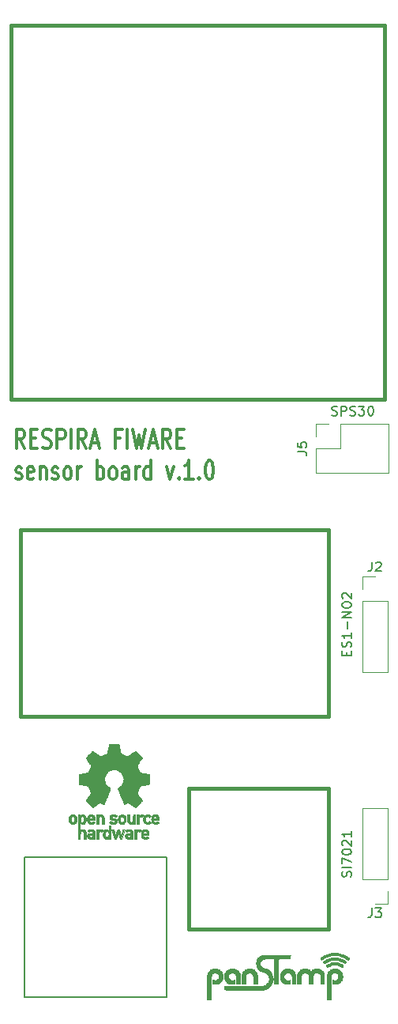
<source format=gbr>
G04 #@! TF.GenerationSoftware,KiCad,Pcbnew,5.0.2-bee76a0~70~ubuntu18.04.1*
G04 #@! TF.CreationDate,2019-09-06T11:27:55+02:00*
G04 #@! TF.ProjectId,sensor_board,73656e73-6f72-45f6-926f-6172642e6b69,1.0*
G04 #@! TF.SameCoordinates,Original*
G04 #@! TF.FileFunction,Legend,Top*
G04 #@! TF.FilePolarity,Positive*
%FSLAX46Y46*%
G04 Gerber Fmt 4.6, Leading zero omitted, Abs format (unit mm)*
G04 Created by KiCad (PCBNEW 5.0.2-bee76a0~70~ubuntu18.04.1) date vie 06 sep 2019 11:27:55 CEST*
%MOMM*%
%LPD*%
G01*
G04 APERTURE LIST*
%ADD10C,0.381000*%
%ADD11C,0.304800*%
%ADD12C,0.002540*%
%ADD13C,0.100000*%
%ADD14C,0.120000*%
%ADD15C,0.203200*%
%ADD16C,0.200000*%
%ADD17C,0.150000*%
G04 APERTURE END LIST*
D10*
X116000000Y-51000000D02*
X116000000Y-91000000D01*
X156000000Y-51000000D02*
X116000000Y-51000000D01*
X156000000Y-91000000D02*
X156000000Y-51000000D01*
X116000000Y-91000000D02*
X156000000Y-91000000D01*
X135000000Y-147700000D02*
X135000000Y-132700000D01*
X150000000Y-147700000D02*
X135000000Y-147700000D01*
X150000000Y-132700000D02*
X150000000Y-147700000D01*
X135000000Y-132700000D02*
X150000000Y-132700000D01*
X117000000Y-105000000D02*
X117000000Y-125000000D01*
X150000000Y-105000000D02*
X117000000Y-105000000D01*
X150000000Y-125000000D02*
X150000000Y-105000000D01*
X117000000Y-125000000D02*
X150000000Y-125000000D01*
D11*
X117431834Y-96242838D02*
X116923834Y-95275219D01*
X116560977Y-96242838D02*
X116560977Y-94210838D01*
X117141548Y-94210838D01*
X117286691Y-94307600D01*
X117359262Y-94404361D01*
X117431834Y-94597885D01*
X117431834Y-94888171D01*
X117359262Y-95081695D01*
X117286691Y-95178457D01*
X117141548Y-95275219D01*
X116560977Y-95275219D01*
X118084977Y-95178457D02*
X118592977Y-95178457D01*
X118810691Y-96242838D02*
X118084977Y-96242838D01*
X118084977Y-94210838D01*
X118810691Y-94210838D01*
X119391262Y-96146076D02*
X119608977Y-96242838D01*
X119971834Y-96242838D01*
X120116977Y-96146076D01*
X120189548Y-96049314D01*
X120262120Y-95855790D01*
X120262120Y-95662266D01*
X120189548Y-95468742D01*
X120116977Y-95371980D01*
X119971834Y-95275219D01*
X119681548Y-95178457D01*
X119536405Y-95081695D01*
X119463834Y-94984933D01*
X119391262Y-94791409D01*
X119391262Y-94597885D01*
X119463834Y-94404361D01*
X119536405Y-94307600D01*
X119681548Y-94210838D01*
X120044405Y-94210838D01*
X120262120Y-94307600D01*
X120915262Y-96242838D02*
X120915262Y-94210838D01*
X121495834Y-94210838D01*
X121640977Y-94307600D01*
X121713548Y-94404361D01*
X121786120Y-94597885D01*
X121786120Y-94888171D01*
X121713548Y-95081695D01*
X121640977Y-95178457D01*
X121495834Y-95275219D01*
X120915262Y-95275219D01*
X122439262Y-96242838D02*
X122439262Y-94210838D01*
X124035834Y-96242838D02*
X123527834Y-95275219D01*
X123164977Y-96242838D02*
X123164977Y-94210838D01*
X123745548Y-94210838D01*
X123890691Y-94307600D01*
X123963262Y-94404361D01*
X124035834Y-94597885D01*
X124035834Y-94888171D01*
X123963262Y-95081695D01*
X123890691Y-95178457D01*
X123745548Y-95275219D01*
X123164977Y-95275219D01*
X124616405Y-95662266D02*
X125342120Y-95662266D01*
X124471262Y-96242838D02*
X124979262Y-94210838D01*
X125487262Y-96242838D01*
X127664405Y-95178457D02*
X127156405Y-95178457D01*
X127156405Y-96242838D02*
X127156405Y-94210838D01*
X127882120Y-94210838D01*
X128462691Y-96242838D02*
X128462691Y-94210838D01*
X129043262Y-94210838D02*
X129406120Y-96242838D01*
X129696405Y-94791409D01*
X129986691Y-96242838D01*
X130349548Y-94210838D01*
X130857548Y-95662266D02*
X131583262Y-95662266D01*
X130712405Y-96242838D02*
X131220405Y-94210838D01*
X131728405Y-96242838D01*
X133107262Y-96242838D02*
X132599262Y-95275219D01*
X132236405Y-96242838D02*
X132236405Y-94210838D01*
X132816977Y-94210838D01*
X132962120Y-94307600D01*
X133034691Y-94404361D01*
X133107262Y-94597885D01*
X133107262Y-94888171D01*
X133034691Y-95081695D01*
X132962120Y-95178457D01*
X132816977Y-95275219D01*
X132236405Y-95275219D01*
X133760405Y-95178457D02*
X134268405Y-95178457D01*
X134486120Y-96242838D02*
X133760405Y-96242838D01*
X133760405Y-94210838D01*
X134486120Y-94210838D01*
X116488405Y-99498876D02*
X116633548Y-99595638D01*
X116923834Y-99595638D01*
X117068977Y-99498876D01*
X117141548Y-99305352D01*
X117141548Y-99208590D01*
X117068977Y-99015066D01*
X116923834Y-98918304D01*
X116706120Y-98918304D01*
X116560977Y-98821542D01*
X116488405Y-98628019D01*
X116488405Y-98531257D01*
X116560977Y-98337733D01*
X116706120Y-98240971D01*
X116923834Y-98240971D01*
X117068977Y-98337733D01*
X118375262Y-99498876D02*
X118230120Y-99595638D01*
X117939834Y-99595638D01*
X117794691Y-99498876D01*
X117722120Y-99305352D01*
X117722120Y-98531257D01*
X117794691Y-98337733D01*
X117939834Y-98240971D01*
X118230120Y-98240971D01*
X118375262Y-98337733D01*
X118447834Y-98531257D01*
X118447834Y-98724780D01*
X117722120Y-98918304D01*
X119100977Y-98240971D02*
X119100977Y-99595638D01*
X119100977Y-98434495D02*
X119173548Y-98337733D01*
X119318691Y-98240971D01*
X119536405Y-98240971D01*
X119681548Y-98337733D01*
X119754120Y-98531257D01*
X119754120Y-99595638D01*
X120407262Y-99498876D02*
X120552405Y-99595638D01*
X120842691Y-99595638D01*
X120987834Y-99498876D01*
X121060405Y-99305352D01*
X121060405Y-99208590D01*
X120987834Y-99015066D01*
X120842691Y-98918304D01*
X120624977Y-98918304D01*
X120479834Y-98821542D01*
X120407262Y-98628019D01*
X120407262Y-98531257D01*
X120479834Y-98337733D01*
X120624977Y-98240971D01*
X120842691Y-98240971D01*
X120987834Y-98337733D01*
X121931262Y-99595638D02*
X121786120Y-99498876D01*
X121713548Y-99402114D01*
X121640977Y-99208590D01*
X121640977Y-98628019D01*
X121713548Y-98434495D01*
X121786120Y-98337733D01*
X121931262Y-98240971D01*
X122148977Y-98240971D01*
X122294120Y-98337733D01*
X122366691Y-98434495D01*
X122439262Y-98628019D01*
X122439262Y-99208590D01*
X122366691Y-99402114D01*
X122294120Y-99498876D01*
X122148977Y-99595638D01*
X121931262Y-99595638D01*
X123092405Y-99595638D02*
X123092405Y-98240971D01*
X123092405Y-98628019D02*
X123164977Y-98434495D01*
X123237548Y-98337733D01*
X123382691Y-98240971D01*
X123527834Y-98240971D01*
X125196977Y-99595638D02*
X125196977Y-97563638D01*
X125196977Y-98337733D02*
X125342120Y-98240971D01*
X125632405Y-98240971D01*
X125777548Y-98337733D01*
X125850120Y-98434495D01*
X125922691Y-98628019D01*
X125922691Y-99208590D01*
X125850120Y-99402114D01*
X125777548Y-99498876D01*
X125632405Y-99595638D01*
X125342120Y-99595638D01*
X125196977Y-99498876D01*
X126793548Y-99595638D02*
X126648405Y-99498876D01*
X126575834Y-99402114D01*
X126503262Y-99208590D01*
X126503262Y-98628019D01*
X126575834Y-98434495D01*
X126648405Y-98337733D01*
X126793548Y-98240971D01*
X127011262Y-98240971D01*
X127156405Y-98337733D01*
X127228977Y-98434495D01*
X127301548Y-98628019D01*
X127301548Y-99208590D01*
X127228977Y-99402114D01*
X127156405Y-99498876D01*
X127011262Y-99595638D01*
X126793548Y-99595638D01*
X128607834Y-99595638D02*
X128607834Y-98531257D01*
X128535262Y-98337733D01*
X128390120Y-98240971D01*
X128099834Y-98240971D01*
X127954691Y-98337733D01*
X128607834Y-99498876D02*
X128462691Y-99595638D01*
X128099834Y-99595638D01*
X127954691Y-99498876D01*
X127882120Y-99305352D01*
X127882120Y-99111828D01*
X127954691Y-98918304D01*
X128099834Y-98821542D01*
X128462691Y-98821542D01*
X128607834Y-98724780D01*
X129333548Y-99595638D02*
X129333548Y-98240971D01*
X129333548Y-98628019D02*
X129406120Y-98434495D01*
X129478691Y-98337733D01*
X129623834Y-98240971D01*
X129768977Y-98240971D01*
X130930120Y-99595638D02*
X130930120Y-97563638D01*
X130930120Y-99498876D02*
X130784977Y-99595638D01*
X130494691Y-99595638D01*
X130349548Y-99498876D01*
X130276977Y-99402114D01*
X130204405Y-99208590D01*
X130204405Y-98628019D01*
X130276977Y-98434495D01*
X130349548Y-98337733D01*
X130494691Y-98240971D01*
X130784977Y-98240971D01*
X130930120Y-98337733D01*
X132671834Y-98240971D02*
X133034691Y-99595638D01*
X133397548Y-98240971D01*
X133978120Y-99402114D02*
X134050691Y-99498876D01*
X133978120Y-99595638D01*
X133905548Y-99498876D01*
X133978120Y-99402114D01*
X133978120Y-99595638D01*
X135502120Y-99595638D02*
X134631262Y-99595638D01*
X135066691Y-99595638D02*
X135066691Y-97563638D01*
X134921548Y-97853923D01*
X134776405Y-98047447D01*
X134631262Y-98144209D01*
X136155262Y-99402114D02*
X136227834Y-99498876D01*
X136155262Y-99595638D01*
X136082691Y-99498876D01*
X136155262Y-99402114D01*
X136155262Y-99595638D01*
X137171262Y-97563638D02*
X137316405Y-97563638D01*
X137461548Y-97660400D01*
X137534120Y-97757161D01*
X137606691Y-97950685D01*
X137679262Y-98337733D01*
X137679262Y-98821542D01*
X137606691Y-99208590D01*
X137534120Y-99402114D01*
X137461548Y-99498876D01*
X137316405Y-99595638D01*
X137171262Y-99595638D01*
X137026120Y-99498876D01*
X136953548Y-99402114D01*
X136880977Y-99208590D01*
X136808405Y-98821542D01*
X136808405Y-98337733D01*
X136880977Y-97950685D01*
X136953548Y-97757161D01*
X137026120Y-97660400D01*
X137171262Y-97563638D01*
D12*
G04 #@! TO.C,G\002A\002A\002A*
G36*
X150208000Y-155232400D02*
X150258800Y-155232400D01*
X150258800Y-155283200D01*
X150208000Y-155283200D01*
X150208000Y-155232400D01*
X150208000Y-155232400D01*
G37*
X150208000Y-155232400D02*
X150258800Y-155232400D01*
X150258800Y-155283200D01*
X150208000Y-155283200D01*
X150208000Y-155232400D01*
G36*
X150157200Y-155232400D02*
X150208000Y-155232400D01*
X150208000Y-155283200D01*
X150157200Y-155283200D01*
X150157200Y-155232400D01*
X150157200Y-155232400D01*
G37*
X150157200Y-155232400D02*
X150208000Y-155232400D01*
X150208000Y-155283200D01*
X150157200Y-155283200D01*
X150157200Y-155232400D01*
G36*
X150106400Y-155232400D02*
X150157200Y-155232400D01*
X150157200Y-155283200D01*
X150106400Y-155283200D01*
X150106400Y-155232400D01*
X150106400Y-155232400D01*
G37*
X150106400Y-155232400D02*
X150157200Y-155232400D01*
X150157200Y-155283200D01*
X150106400Y-155283200D01*
X150106400Y-155232400D01*
G36*
X150055600Y-155232400D02*
X150106400Y-155232400D01*
X150106400Y-155283200D01*
X150055600Y-155283200D01*
X150055600Y-155232400D01*
X150055600Y-155232400D01*
G37*
X150055600Y-155232400D02*
X150106400Y-155232400D01*
X150106400Y-155283200D01*
X150055600Y-155283200D01*
X150055600Y-155232400D01*
G36*
X150004800Y-155232400D02*
X150055600Y-155232400D01*
X150055600Y-155283200D01*
X150004800Y-155283200D01*
X150004800Y-155232400D01*
X150004800Y-155232400D01*
G37*
X150004800Y-155232400D02*
X150055600Y-155232400D01*
X150055600Y-155283200D01*
X150004800Y-155283200D01*
X150004800Y-155232400D01*
G36*
X149954000Y-155232400D02*
X150004800Y-155232400D01*
X150004800Y-155283200D01*
X149954000Y-155283200D01*
X149954000Y-155232400D01*
X149954000Y-155232400D01*
G37*
X149954000Y-155232400D02*
X150004800Y-155232400D01*
X150004800Y-155283200D01*
X149954000Y-155283200D01*
X149954000Y-155232400D01*
G36*
X149903200Y-155232400D02*
X149954000Y-155232400D01*
X149954000Y-155283200D01*
X149903200Y-155283200D01*
X149903200Y-155232400D01*
X149903200Y-155232400D01*
G37*
X149903200Y-155232400D02*
X149954000Y-155232400D01*
X149954000Y-155283200D01*
X149903200Y-155283200D01*
X149903200Y-155232400D01*
G36*
X149852400Y-155232400D02*
X149903200Y-155232400D01*
X149903200Y-155283200D01*
X149852400Y-155283200D01*
X149852400Y-155232400D01*
X149852400Y-155232400D01*
G37*
X149852400Y-155232400D02*
X149903200Y-155232400D01*
X149903200Y-155283200D01*
X149852400Y-155283200D01*
X149852400Y-155232400D01*
G36*
X137355600Y-155232400D02*
X137406400Y-155232400D01*
X137406400Y-155283200D01*
X137355600Y-155283200D01*
X137355600Y-155232400D01*
X137355600Y-155232400D01*
G37*
X137355600Y-155232400D02*
X137406400Y-155232400D01*
X137406400Y-155283200D01*
X137355600Y-155283200D01*
X137355600Y-155232400D01*
G36*
X137304800Y-155232400D02*
X137355600Y-155232400D01*
X137355600Y-155283200D01*
X137304800Y-155283200D01*
X137304800Y-155232400D01*
X137304800Y-155232400D01*
G37*
X137304800Y-155232400D02*
X137355600Y-155232400D01*
X137355600Y-155283200D01*
X137304800Y-155283200D01*
X137304800Y-155232400D01*
G36*
X137254000Y-155232400D02*
X137304800Y-155232400D01*
X137304800Y-155283200D01*
X137254000Y-155283200D01*
X137254000Y-155232400D01*
X137254000Y-155232400D01*
G37*
X137254000Y-155232400D02*
X137304800Y-155232400D01*
X137304800Y-155283200D01*
X137254000Y-155283200D01*
X137254000Y-155232400D01*
G36*
X137203200Y-155232400D02*
X137254000Y-155232400D01*
X137254000Y-155283200D01*
X137203200Y-155283200D01*
X137203200Y-155232400D01*
X137203200Y-155232400D01*
G37*
X137203200Y-155232400D02*
X137254000Y-155232400D01*
X137254000Y-155283200D01*
X137203200Y-155283200D01*
X137203200Y-155232400D01*
G36*
X137152400Y-155232400D02*
X137203200Y-155232400D01*
X137203200Y-155283200D01*
X137152400Y-155283200D01*
X137152400Y-155232400D01*
X137152400Y-155232400D01*
G37*
X137152400Y-155232400D02*
X137203200Y-155232400D01*
X137203200Y-155283200D01*
X137152400Y-155283200D01*
X137152400Y-155232400D01*
G36*
X137101600Y-155232400D02*
X137152400Y-155232400D01*
X137152400Y-155283200D01*
X137101600Y-155283200D01*
X137101600Y-155232400D01*
X137101600Y-155232400D01*
G37*
X137101600Y-155232400D02*
X137152400Y-155232400D01*
X137152400Y-155283200D01*
X137101600Y-155283200D01*
X137101600Y-155232400D01*
G36*
X137050800Y-155232400D02*
X137101600Y-155232400D01*
X137101600Y-155283200D01*
X137050800Y-155283200D01*
X137050800Y-155232400D01*
X137050800Y-155232400D01*
G37*
X137050800Y-155232400D02*
X137101600Y-155232400D01*
X137101600Y-155283200D01*
X137050800Y-155283200D01*
X137050800Y-155232400D01*
G36*
X137000000Y-155232400D02*
X137050800Y-155232400D01*
X137050800Y-155283200D01*
X137000000Y-155283200D01*
X137000000Y-155232400D01*
X137000000Y-155232400D01*
G37*
X137000000Y-155232400D02*
X137050800Y-155232400D01*
X137050800Y-155283200D01*
X137000000Y-155283200D01*
X137000000Y-155232400D01*
G36*
X150208000Y-155181600D02*
X150258800Y-155181600D01*
X150258800Y-155232400D01*
X150208000Y-155232400D01*
X150208000Y-155181600D01*
X150208000Y-155181600D01*
G37*
X150208000Y-155181600D02*
X150258800Y-155181600D01*
X150258800Y-155232400D01*
X150208000Y-155232400D01*
X150208000Y-155181600D01*
G36*
X150157200Y-155181600D02*
X150208000Y-155181600D01*
X150208000Y-155232400D01*
X150157200Y-155232400D01*
X150157200Y-155181600D01*
X150157200Y-155181600D01*
G37*
X150157200Y-155181600D02*
X150208000Y-155181600D01*
X150208000Y-155232400D01*
X150157200Y-155232400D01*
X150157200Y-155181600D01*
G36*
X150106400Y-155181600D02*
X150157200Y-155181600D01*
X150157200Y-155232400D01*
X150106400Y-155232400D01*
X150106400Y-155181600D01*
X150106400Y-155181600D01*
G37*
X150106400Y-155181600D02*
X150157200Y-155181600D01*
X150157200Y-155232400D01*
X150106400Y-155232400D01*
X150106400Y-155181600D01*
G36*
X150055600Y-155181600D02*
X150106400Y-155181600D01*
X150106400Y-155232400D01*
X150055600Y-155232400D01*
X150055600Y-155181600D01*
X150055600Y-155181600D01*
G37*
X150055600Y-155181600D02*
X150106400Y-155181600D01*
X150106400Y-155232400D01*
X150055600Y-155232400D01*
X150055600Y-155181600D01*
G36*
X150004800Y-155181600D02*
X150055600Y-155181600D01*
X150055600Y-155232400D01*
X150004800Y-155232400D01*
X150004800Y-155181600D01*
X150004800Y-155181600D01*
G37*
X150004800Y-155181600D02*
X150055600Y-155181600D01*
X150055600Y-155232400D01*
X150004800Y-155232400D01*
X150004800Y-155181600D01*
G36*
X149954000Y-155181600D02*
X150004800Y-155181600D01*
X150004800Y-155232400D01*
X149954000Y-155232400D01*
X149954000Y-155181600D01*
X149954000Y-155181600D01*
G37*
X149954000Y-155181600D02*
X150004800Y-155181600D01*
X150004800Y-155232400D01*
X149954000Y-155232400D01*
X149954000Y-155181600D01*
G36*
X149903200Y-155181600D02*
X149954000Y-155181600D01*
X149954000Y-155232400D01*
X149903200Y-155232400D01*
X149903200Y-155181600D01*
X149903200Y-155181600D01*
G37*
X149903200Y-155181600D02*
X149954000Y-155181600D01*
X149954000Y-155232400D01*
X149903200Y-155232400D01*
X149903200Y-155181600D01*
G36*
X149852400Y-155181600D02*
X149903200Y-155181600D01*
X149903200Y-155232400D01*
X149852400Y-155232400D01*
X149852400Y-155181600D01*
X149852400Y-155181600D01*
G37*
X149852400Y-155181600D02*
X149903200Y-155181600D01*
X149903200Y-155232400D01*
X149852400Y-155232400D01*
X149852400Y-155181600D01*
G36*
X137355600Y-155181600D02*
X137406400Y-155181600D01*
X137406400Y-155232400D01*
X137355600Y-155232400D01*
X137355600Y-155181600D01*
X137355600Y-155181600D01*
G37*
X137355600Y-155181600D02*
X137406400Y-155181600D01*
X137406400Y-155232400D01*
X137355600Y-155232400D01*
X137355600Y-155181600D01*
G36*
X137304800Y-155181600D02*
X137355600Y-155181600D01*
X137355600Y-155232400D01*
X137304800Y-155232400D01*
X137304800Y-155181600D01*
X137304800Y-155181600D01*
G37*
X137304800Y-155181600D02*
X137355600Y-155181600D01*
X137355600Y-155232400D01*
X137304800Y-155232400D01*
X137304800Y-155181600D01*
G36*
X137254000Y-155181600D02*
X137304800Y-155181600D01*
X137304800Y-155232400D01*
X137254000Y-155232400D01*
X137254000Y-155181600D01*
X137254000Y-155181600D01*
G37*
X137254000Y-155181600D02*
X137304800Y-155181600D01*
X137304800Y-155232400D01*
X137254000Y-155232400D01*
X137254000Y-155181600D01*
G36*
X137203200Y-155181600D02*
X137254000Y-155181600D01*
X137254000Y-155232400D01*
X137203200Y-155232400D01*
X137203200Y-155181600D01*
X137203200Y-155181600D01*
G37*
X137203200Y-155181600D02*
X137254000Y-155181600D01*
X137254000Y-155232400D01*
X137203200Y-155232400D01*
X137203200Y-155181600D01*
G36*
X137152400Y-155181600D02*
X137203200Y-155181600D01*
X137203200Y-155232400D01*
X137152400Y-155232400D01*
X137152400Y-155181600D01*
X137152400Y-155181600D01*
G37*
X137152400Y-155181600D02*
X137203200Y-155181600D01*
X137203200Y-155232400D01*
X137152400Y-155232400D01*
X137152400Y-155181600D01*
G36*
X137101600Y-155181600D02*
X137152400Y-155181600D01*
X137152400Y-155232400D01*
X137101600Y-155232400D01*
X137101600Y-155181600D01*
X137101600Y-155181600D01*
G37*
X137101600Y-155181600D02*
X137152400Y-155181600D01*
X137152400Y-155232400D01*
X137101600Y-155232400D01*
X137101600Y-155181600D01*
G36*
X137050800Y-155181600D02*
X137101600Y-155181600D01*
X137101600Y-155232400D01*
X137050800Y-155232400D01*
X137050800Y-155181600D01*
X137050800Y-155181600D01*
G37*
X137050800Y-155181600D02*
X137101600Y-155181600D01*
X137101600Y-155232400D01*
X137050800Y-155232400D01*
X137050800Y-155181600D01*
G36*
X137000000Y-155181600D02*
X137050800Y-155181600D01*
X137050800Y-155232400D01*
X137000000Y-155232400D01*
X137000000Y-155181600D01*
X137000000Y-155181600D01*
G37*
X137000000Y-155181600D02*
X137050800Y-155181600D01*
X137050800Y-155232400D01*
X137000000Y-155232400D01*
X137000000Y-155181600D01*
G36*
X150208000Y-155130800D02*
X150258800Y-155130800D01*
X150258800Y-155181600D01*
X150208000Y-155181600D01*
X150208000Y-155130800D01*
X150208000Y-155130800D01*
G37*
X150208000Y-155130800D02*
X150258800Y-155130800D01*
X150258800Y-155181600D01*
X150208000Y-155181600D01*
X150208000Y-155130800D01*
G36*
X150157200Y-155130800D02*
X150208000Y-155130800D01*
X150208000Y-155181600D01*
X150157200Y-155181600D01*
X150157200Y-155130800D01*
X150157200Y-155130800D01*
G37*
X150157200Y-155130800D02*
X150208000Y-155130800D01*
X150208000Y-155181600D01*
X150157200Y-155181600D01*
X150157200Y-155130800D01*
G36*
X150106400Y-155130800D02*
X150157200Y-155130800D01*
X150157200Y-155181600D01*
X150106400Y-155181600D01*
X150106400Y-155130800D01*
X150106400Y-155130800D01*
G37*
X150106400Y-155130800D02*
X150157200Y-155130800D01*
X150157200Y-155181600D01*
X150106400Y-155181600D01*
X150106400Y-155130800D01*
G36*
X150055600Y-155130800D02*
X150106400Y-155130800D01*
X150106400Y-155181600D01*
X150055600Y-155181600D01*
X150055600Y-155130800D01*
X150055600Y-155130800D01*
G37*
X150055600Y-155130800D02*
X150106400Y-155130800D01*
X150106400Y-155181600D01*
X150055600Y-155181600D01*
X150055600Y-155130800D01*
G36*
X150004800Y-155130800D02*
X150055600Y-155130800D01*
X150055600Y-155181600D01*
X150004800Y-155181600D01*
X150004800Y-155130800D01*
X150004800Y-155130800D01*
G37*
X150004800Y-155130800D02*
X150055600Y-155130800D01*
X150055600Y-155181600D01*
X150004800Y-155181600D01*
X150004800Y-155130800D01*
G36*
X149954000Y-155130800D02*
X150004800Y-155130800D01*
X150004800Y-155181600D01*
X149954000Y-155181600D01*
X149954000Y-155130800D01*
X149954000Y-155130800D01*
G37*
X149954000Y-155130800D02*
X150004800Y-155130800D01*
X150004800Y-155181600D01*
X149954000Y-155181600D01*
X149954000Y-155130800D01*
G36*
X149903200Y-155130800D02*
X149954000Y-155130800D01*
X149954000Y-155181600D01*
X149903200Y-155181600D01*
X149903200Y-155130800D01*
X149903200Y-155130800D01*
G37*
X149903200Y-155130800D02*
X149954000Y-155130800D01*
X149954000Y-155181600D01*
X149903200Y-155181600D01*
X149903200Y-155130800D01*
G36*
X149852400Y-155130800D02*
X149903200Y-155130800D01*
X149903200Y-155181600D01*
X149852400Y-155181600D01*
X149852400Y-155130800D01*
X149852400Y-155130800D01*
G37*
X149852400Y-155130800D02*
X149903200Y-155130800D01*
X149903200Y-155181600D01*
X149852400Y-155181600D01*
X149852400Y-155130800D01*
G36*
X137355600Y-155130800D02*
X137406400Y-155130800D01*
X137406400Y-155181600D01*
X137355600Y-155181600D01*
X137355600Y-155130800D01*
X137355600Y-155130800D01*
G37*
X137355600Y-155130800D02*
X137406400Y-155130800D01*
X137406400Y-155181600D01*
X137355600Y-155181600D01*
X137355600Y-155130800D01*
G36*
X137304800Y-155130800D02*
X137355600Y-155130800D01*
X137355600Y-155181600D01*
X137304800Y-155181600D01*
X137304800Y-155130800D01*
X137304800Y-155130800D01*
G37*
X137304800Y-155130800D02*
X137355600Y-155130800D01*
X137355600Y-155181600D01*
X137304800Y-155181600D01*
X137304800Y-155130800D01*
G36*
X137254000Y-155130800D02*
X137304800Y-155130800D01*
X137304800Y-155181600D01*
X137254000Y-155181600D01*
X137254000Y-155130800D01*
X137254000Y-155130800D01*
G37*
X137254000Y-155130800D02*
X137304800Y-155130800D01*
X137304800Y-155181600D01*
X137254000Y-155181600D01*
X137254000Y-155130800D01*
G36*
X137203200Y-155130800D02*
X137254000Y-155130800D01*
X137254000Y-155181600D01*
X137203200Y-155181600D01*
X137203200Y-155130800D01*
X137203200Y-155130800D01*
G37*
X137203200Y-155130800D02*
X137254000Y-155130800D01*
X137254000Y-155181600D01*
X137203200Y-155181600D01*
X137203200Y-155130800D01*
G36*
X137152400Y-155130800D02*
X137203200Y-155130800D01*
X137203200Y-155181600D01*
X137152400Y-155181600D01*
X137152400Y-155130800D01*
X137152400Y-155130800D01*
G37*
X137152400Y-155130800D02*
X137203200Y-155130800D01*
X137203200Y-155181600D01*
X137152400Y-155181600D01*
X137152400Y-155130800D01*
G36*
X137101600Y-155130800D02*
X137152400Y-155130800D01*
X137152400Y-155181600D01*
X137101600Y-155181600D01*
X137101600Y-155130800D01*
X137101600Y-155130800D01*
G37*
X137101600Y-155130800D02*
X137152400Y-155130800D01*
X137152400Y-155181600D01*
X137101600Y-155181600D01*
X137101600Y-155130800D01*
G36*
X137050800Y-155130800D02*
X137101600Y-155130800D01*
X137101600Y-155181600D01*
X137050800Y-155181600D01*
X137050800Y-155130800D01*
X137050800Y-155130800D01*
G37*
X137050800Y-155130800D02*
X137101600Y-155130800D01*
X137101600Y-155181600D01*
X137050800Y-155181600D01*
X137050800Y-155130800D01*
G36*
X137000000Y-155130800D02*
X137050800Y-155130800D01*
X137050800Y-155181600D01*
X137000000Y-155181600D01*
X137000000Y-155130800D01*
X137000000Y-155130800D01*
G37*
X137000000Y-155130800D02*
X137050800Y-155130800D01*
X137050800Y-155181600D01*
X137000000Y-155181600D01*
X137000000Y-155130800D01*
G36*
X150208000Y-155080000D02*
X150258800Y-155080000D01*
X150258800Y-155130800D01*
X150208000Y-155130800D01*
X150208000Y-155080000D01*
X150208000Y-155080000D01*
G37*
X150208000Y-155080000D02*
X150258800Y-155080000D01*
X150258800Y-155130800D01*
X150208000Y-155130800D01*
X150208000Y-155080000D01*
G36*
X150157200Y-155080000D02*
X150208000Y-155080000D01*
X150208000Y-155130800D01*
X150157200Y-155130800D01*
X150157200Y-155080000D01*
X150157200Y-155080000D01*
G37*
X150157200Y-155080000D02*
X150208000Y-155080000D01*
X150208000Y-155130800D01*
X150157200Y-155130800D01*
X150157200Y-155080000D01*
G36*
X150106400Y-155080000D02*
X150157200Y-155080000D01*
X150157200Y-155130800D01*
X150106400Y-155130800D01*
X150106400Y-155080000D01*
X150106400Y-155080000D01*
G37*
X150106400Y-155080000D02*
X150157200Y-155080000D01*
X150157200Y-155130800D01*
X150106400Y-155130800D01*
X150106400Y-155080000D01*
G36*
X150055600Y-155080000D02*
X150106400Y-155080000D01*
X150106400Y-155130800D01*
X150055600Y-155130800D01*
X150055600Y-155080000D01*
X150055600Y-155080000D01*
G37*
X150055600Y-155080000D02*
X150106400Y-155080000D01*
X150106400Y-155130800D01*
X150055600Y-155130800D01*
X150055600Y-155080000D01*
G36*
X150004800Y-155080000D02*
X150055600Y-155080000D01*
X150055600Y-155130800D01*
X150004800Y-155130800D01*
X150004800Y-155080000D01*
X150004800Y-155080000D01*
G37*
X150004800Y-155080000D02*
X150055600Y-155080000D01*
X150055600Y-155130800D01*
X150004800Y-155130800D01*
X150004800Y-155080000D01*
G36*
X149954000Y-155080000D02*
X150004800Y-155080000D01*
X150004800Y-155130800D01*
X149954000Y-155130800D01*
X149954000Y-155080000D01*
X149954000Y-155080000D01*
G37*
X149954000Y-155080000D02*
X150004800Y-155080000D01*
X150004800Y-155130800D01*
X149954000Y-155130800D01*
X149954000Y-155080000D01*
G36*
X149903200Y-155080000D02*
X149954000Y-155080000D01*
X149954000Y-155130800D01*
X149903200Y-155130800D01*
X149903200Y-155080000D01*
X149903200Y-155080000D01*
G37*
X149903200Y-155080000D02*
X149954000Y-155080000D01*
X149954000Y-155130800D01*
X149903200Y-155130800D01*
X149903200Y-155080000D01*
G36*
X149852400Y-155080000D02*
X149903200Y-155080000D01*
X149903200Y-155130800D01*
X149852400Y-155130800D01*
X149852400Y-155080000D01*
X149852400Y-155080000D01*
G37*
X149852400Y-155080000D02*
X149903200Y-155080000D01*
X149903200Y-155130800D01*
X149852400Y-155130800D01*
X149852400Y-155080000D01*
G36*
X137355600Y-155080000D02*
X137406400Y-155080000D01*
X137406400Y-155130800D01*
X137355600Y-155130800D01*
X137355600Y-155080000D01*
X137355600Y-155080000D01*
G37*
X137355600Y-155080000D02*
X137406400Y-155080000D01*
X137406400Y-155130800D01*
X137355600Y-155130800D01*
X137355600Y-155080000D01*
G36*
X137304800Y-155080000D02*
X137355600Y-155080000D01*
X137355600Y-155130800D01*
X137304800Y-155130800D01*
X137304800Y-155080000D01*
X137304800Y-155080000D01*
G37*
X137304800Y-155080000D02*
X137355600Y-155080000D01*
X137355600Y-155130800D01*
X137304800Y-155130800D01*
X137304800Y-155080000D01*
G36*
X137254000Y-155080000D02*
X137304800Y-155080000D01*
X137304800Y-155130800D01*
X137254000Y-155130800D01*
X137254000Y-155080000D01*
X137254000Y-155080000D01*
G37*
X137254000Y-155080000D02*
X137304800Y-155080000D01*
X137304800Y-155130800D01*
X137254000Y-155130800D01*
X137254000Y-155080000D01*
G36*
X137203200Y-155080000D02*
X137254000Y-155080000D01*
X137254000Y-155130800D01*
X137203200Y-155130800D01*
X137203200Y-155080000D01*
X137203200Y-155080000D01*
G37*
X137203200Y-155080000D02*
X137254000Y-155080000D01*
X137254000Y-155130800D01*
X137203200Y-155130800D01*
X137203200Y-155080000D01*
G36*
X137152400Y-155080000D02*
X137203200Y-155080000D01*
X137203200Y-155130800D01*
X137152400Y-155130800D01*
X137152400Y-155080000D01*
X137152400Y-155080000D01*
G37*
X137152400Y-155080000D02*
X137203200Y-155080000D01*
X137203200Y-155130800D01*
X137152400Y-155130800D01*
X137152400Y-155080000D01*
G36*
X137101600Y-155080000D02*
X137152400Y-155080000D01*
X137152400Y-155130800D01*
X137101600Y-155130800D01*
X137101600Y-155080000D01*
X137101600Y-155080000D01*
G37*
X137101600Y-155080000D02*
X137152400Y-155080000D01*
X137152400Y-155130800D01*
X137101600Y-155130800D01*
X137101600Y-155080000D01*
G36*
X137050800Y-155080000D02*
X137101600Y-155080000D01*
X137101600Y-155130800D01*
X137050800Y-155130800D01*
X137050800Y-155080000D01*
X137050800Y-155080000D01*
G37*
X137050800Y-155080000D02*
X137101600Y-155080000D01*
X137101600Y-155130800D01*
X137050800Y-155130800D01*
X137050800Y-155080000D01*
G36*
X137000000Y-155080000D02*
X137050800Y-155080000D01*
X137050800Y-155130800D01*
X137000000Y-155130800D01*
X137000000Y-155080000D01*
X137000000Y-155080000D01*
G37*
X137000000Y-155080000D02*
X137050800Y-155080000D01*
X137050800Y-155130800D01*
X137000000Y-155130800D01*
X137000000Y-155080000D01*
G36*
X150208000Y-155029200D02*
X150258800Y-155029200D01*
X150258800Y-155080000D01*
X150208000Y-155080000D01*
X150208000Y-155029200D01*
X150208000Y-155029200D01*
G37*
X150208000Y-155029200D02*
X150258800Y-155029200D01*
X150258800Y-155080000D01*
X150208000Y-155080000D01*
X150208000Y-155029200D01*
G36*
X150157200Y-155029200D02*
X150208000Y-155029200D01*
X150208000Y-155080000D01*
X150157200Y-155080000D01*
X150157200Y-155029200D01*
X150157200Y-155029200D01*
G37*
X150157200Y-155029200D02*
X150208000Y-155029200D01*
X150208000Y-155080000D01*
X150157200Y-155080000D01*
X150157200Y-155029200D01*
G36*
X150106400Y-155029200D02*
X150157200Y-155029200D01*
X150157200Y-155080000D01*
X150106400Y-155080000D01*
X150106400Y-155029200D01*
X150106400Y-155029200D01*
G37*
X150106400Y-155029200D02*
X150157200Y-155029200D01*
X150157200Y-155080000D01*
X150106400Y-155080000D01*
X150106400Y-155029200D01*
G36*
X150055600Y-155029200D02*
X150106400Y-155029200D01*
X150106400Y-155080000D01*
X150055600Y-155080000D01*
X150055600Y-155029200D01*
X150055600Y-155029200D01*
G37*
X150055600Y-155029200D02*
X150106400Y-155029200D01*
X150106400Y-155080000D01*
X150055600Y-155080000D01*
X150055600Y-155029200D01*
G36*
X150004800Y-155029200D02*
X150055600Y-155029200D01*
X150055600Y-155080000D01*
X150004800Y-155080000D01*
X150004800Y-155029200D01*
X150004800Y-155029200D01*
G37*
X150004800Y-155029200D02*
X150055600Y-155029200D01*
X150055600Y-155080000D01*
X150004800Y-155080000D01*
X150004800Y-155029200D01*
G36*
X149954000Y-155029200D02*
X150004800Y-155029200D01*
X150004800Y-155080000D01*
X149954000Y-155080000D01*
X149954000Y-155029200D01*
X149954000Y-155029200D01*
G37*
X149954000Y-155029200D02*
X150004800Y-155029200D01*
X150004800Y-155080000D01*
X149954000Y-155080000D01*
X149954000Y-155029200D01*
G36*
X149903200Y-155029200D02*
X149954000Y-155029200D01*
X149954000Y-155080000D01*
X149903200Y-155080000D01*
X149903200Y-155029200D01*
X149903200Y-155029200D01*
G37*
X149903200Y-155029200D02*
X149954000Y-155029200D01*
X149954000Y-155080000D01*
X149903200Y-155080000D01*
X149903200Y-155029200D01*
G36*
X149852400Y-155029200D02*
X149903200Y-155029200D01*
X149903200Y-155080000D01*
X149852400Y-155080000D01*
X149852400Y-155029200D01*
X149852400Y-155029200D01*
G37*
X149852400Y-155029200D02*
X149903200Y-155029200D01*
X149903200Y-155080000D01*
X149852400Y-155080000D01*
X149852400Y-155029200D01*
G36*
X137355600Y-155029200D02*
X137406400Y-155029200D01*
X137406400Y-155080000D01*
X137355600Y-155080000D01*
X137355600Y-155029200D01*
X137355600Y-155029200D01*
G37*
X137355600Y-155029200D02*
X137406400Y-155029200D01*
X137406400Y-155080000D01*
X137355600Y-155080000D01*
X137355600Y-155029200D01*
G36*
X137304800Y-155029200D02*
X137355600Y-155029200D01*
X137355600Y-155080000D01*
X137304800Y-155080000D01*
X137304800Y-155029200D01*
X137304800Y-155029200D01*
G37*
X137304800Y-155029200D02*
X137355600Y-155029200D01*
X137355600Y-155080000D01*
X137304800Y-155080000D01*
X137304800Y-155029200D01*
G36*
X137254000Y-155029200D02*
X137304800Y-155029200D01*
X137304800Y-155080000D01*
X137254000Y-155080000D01*
X137254000Y-155029200D01*
X137254000Y-155029200D01*
G37*
X137254000Y-155029200D02*
X137304800Y-155029200D01*
X137304800Y-155080000D01*
X137254000Y-155080000D01*
X137254000Y-155029200D01*
G36*
X137203200Y-155029200D02*
X137254000Y-155029200D01*
X137254000Y-155080000D01*
X137203200Y-155080000D01*
X137203200Y-155029200D01*
X137203200Y-155029200D01*
G37*
X137203200Y-155029200D02*
X137254000Y-155029200D01*
X137254000Y-155080000D01*
X137203200Y-155080000D01*
X137203200Y-155029200D01*
G36*
X137152400Y-155029200D02*
X137203200Y-155029200D01*
X137203200Y-155080000D01*
X137152400Y-155080000D01*
X137152400Y-155029200D01*
X137152400Y-155029200D01*
G37*
X137152400Y-155029200D02*
X137203200Y-155029200D01*
X137203200Y-155080000D01*
X137152400Y-155080000D01*
X137152400Y-155029200D01*
G36*
X137101600Y-155029200D02*
X137152400Y-155029200D01*
X137152400Y-155080000D01*
X137101600Y-155080000D01*
X137101600Y-155029200D01*
X137101600Y-155029200D01*
G37*
X137101600Y-155029200D02*
X137152400Y-155029200D01*
X137152400Y-155080000D01*
X137101600Y-155080000D01*
X137101600Y-155029200D01*
G36*
X137050800Y-155029200D02*
X137101600Y-155029200D01*
X137101600Y-155080000D01*
X137050800Y-155080000D01*
X137050800Y-155029200D01*
X137050800Y-155029200D01*
G37*
X137050800Y-155029200D02*
X137101600Y-155029200D01*
X137101600Y-155080000D01*
X137050800Y-155080000D01*
X137050800Y-155029200D01*
G36*
X137000000Y-155029200D02*
X137050800Y-155029200D01*
X137050800Y-155080000D01*
X137000000Y-155080000D01*
X137000000Y-155029200D01*
X137000000Y-155029200D01*
G37*
X137000000Y-155029200D02*
X137050800Y-155029200D01*
X137050800Y-155080000D01*
X137000000Y-155080000D01*
X137000000Y-155029200D01*
G36*
X150208000Y-154978400D02*
X150258800Y-154978400D01*
X150258800Y-155029200D01*
X150208000Y-155029200D01*
X150208000Y-154978400D01*
X150208000Y-154978400D01*
G37*
X150208000Y-154978400D02*
X150258800Y-154978400D01*
X150258800Y-155029200D01*
X150208000Y-155029200D01*
X150208000Y-154978400D01*
G36*
X150157200Y-154978400D02*
X150208000Y-154978400D01*
X150208000Y-155029200D01*
X150157200Y-155029200D01*
X150157200Y-154978400D01*
X150157200Y-154978400D01*
G37*
X150157200Y-154978400D02*
X150208000Y-154978400D01*
X150208000Y-155029200D01*
X150157200Y-155029200D01*
X150157200Y-154978400D01*
G36*
X150106400Y-154978400D02*
X150157200Y-154978400D01*
X150157200Y-155029200D01*
X150106400Y-155029200D01*
X150106400Y-154978400D01*
X150106400Y-154978400D01*
G37*
X150106400Y-154978400D02*
X150157200Y-154978400D01*
X150157200Y-155029200D01*
X150106400Y-155029200D01*
X150106400Y-154978400D01*
G36*
X150055600Y-154978400D02*
X150106400Y-154978400D01*
X150106400Y-155029200D01*
X150055600Y-155029200D01*
X150055600Y-154978400D01*
X150055600Y-154978400D01*
G37*
X150055600Y-154978400D02*
X150106400Y-154978400D01*
X150106400Y-155029200D01*
X150055600Y-155029200D01*
X150055600Y-154978400D01*
G36*
X150004800Y-154978400D02*
X150055600Y-154978400D01*
X150055600Y-155029200D01*
X150004800Y-155029200D01*
X150004800Y-154978400D01*
X150004800Y-154978400D01*
G37*
X150004800Y-154978400D02*
X150055600Y-154978400D01*
X150055600Y-155029200D01*
X150004800Y-155029200D01*
X150004800Y-154978400D01*
G36*
X149954000Y-154978400D02*
X150004800Y-154978400D01*
X150004800Y-155029200D01*
X149954000Y-155029200D01*
X149954000Y-154978400D01*
X149954000Y-154978400D01*
G37*
X149954000Y-154978400D02*
X150004800Y-154978400D01*
X150004800Y-155029200D01*
X149954000Y-155029200D01*
X149954000Y-154978400D01*
G36*
X149903200Y-154978400D02*
X149954000Y-154978400D01*
X149954000Y-155029200D01*
X149903200Y-155029200D01*
X149903200Y-154978400D01*
X149903200Y-154978400D01*
G37*
X149903200Y-154978400D02*
X149954000Y-154978400D01*
X149954000Y-155029200D01*
X149903200Y-155029200D01*
X149903200Y-154978400D01*
G36*
X149852400Y-154978400D02*
X149903200Y-154978400D01*
X149903200Y-155029200D01*
X149852400Y-155029200D01*
X149852400Y-154978400D01*
X149852400Y-154978400D01*
G37*
X149852400Y-154978400D02*
X149903200Y-154978400D01*
X149903200Y-155029200D01*
X149852400Y-155029200D01*
X149852400Y-154978400D01*
G36*
X137355600Y-154978400D02*
X137406400Y-154978400D01*
X137406400Y-155029200D01*
X137355600Y-155029200D01*
X137355600Y-154978400D01*
X137355600Y-154978400D01*
G37*
X137355600Y-154978400D02*
X137406400Y-154978400D01*
X137406400Y-155029200D01*
X137355600Y-155029200D01*
X137355600Y-154978400D01*
G36*
X137304800Y-154978400D02*
X137355600Y-154978400D01*
X137355600Y-155029200D01*
X137304800Y-155029200D01*
X137304800Y-154978400D01*
X137304800Y-154978400D01*
G37*
X137304800Y-154978400D02*
X137355600Y-154978400D01*
X137355600Y-155029200D01*
X137304800Y-155029200D01*
X137304800Y-154978400D01*
G36*
X137254000Y-154978400D02*
X137304800Y-154978400D01*
X137304800Y-155029200D01*
X137254000Y-155029200D01*
X137254000Y-154978400D01*
X137254000Y-154978400D01*
G37*
X137254000Y-154978400D02*
X137304800Y-154978400D01*
X137304800Y-155029200D01*
X137254000Y-155029200D01*
X137254000Y-154978400D01*
G36*
X137203200Y-154978400D02*
X137254000Y-154978400D01*
X137254000Y-155029200D01*
X137203200Y-155029200D01*
X137203200Y-154978400D01*
X137203200Y-154978400D01*
G37*
X137203200Y-154978400D02*
X137254000Y-154978400D01*
X137254000Y-155029200D01*
X137203200Y-155029200D01*
X137203200Y-154978400D01*
G36*
X137152400Y-154978400D02*
X137203200Y-154978400D01*
X137203200Y-155029200D01*
X137152400Y-155029200D01*
X137152400Y-154978400D01*
X137152400Y-154978400D01*
G37*
X137152400Y-154978400D02*
X137203200Y-154978400D01*
X137203200Y-155029200D01*
X137152400Y-155029200D01*
X137152400Y-154978400D01*
G36*
X137101600Y-154978400D02*
X137152400Y-154978400D01*
X137152400Y-155029200D01*
X137101600Y-155029200D01*
X137101600Y-154978400D01*
X137101600Y-154978400D01*
G37*
X137101600Y-154978400D02*
X137152400Y-154978400D01*
X137152400Y-155029200D01*
X137101600Y-155029200D01*
X137101600Y-154978400D01*
G36*
X137050800Y-154978400D02*
X137101600Y-154978400D01*
X137101600Y-155029200D01*
X137050800Y-155029200D01*
X137050800Y-154978400D01*
X137050800Y-154978400D01*
G37*
X137050800Y-154978400D02*
X137101600Y-154978400D01*
X137101600Y-155029200D01*
X137050800Y-155029200D01*
X137050800Y-154978400D01*
G36*
X137000000Y-154978400D02*
X137050800Y-154978400D01*
X137050800Y-155029200D01*
X137000000Y-155029200D01*
X137000000Y-154978400D01*
X137000000Y-154978400D01*
G37*
X137000000Y-154978400D02*
X137050800Y-154978400D01*
X137050800Y-155029200D01*
X137000000Y-155029200D01*
X137000000Y-154978400D01*
G36*
X150208000Y-154927600D02*
X150258800Y-154927600D01*
X150258800Y-154978400D01*
X150208000Y-154978400D01*
X150208000Y-154927600D01*
X150208000Y-154927600D01*
G37*
X150208000Y-154927600D02*
X150258800Y-154927600D01*
X150258800Y-154978400D01*
X150208000Y-154978400D01*
X150208000Y-154927600D01*
G36*
X150157200Y-154927600D02*
X150208000Y-154927600D01*
X150208000Y-154978400D01*
X150157200Y-154978400D01*
X150157200Y-154927600D01*
X150157200Y-154927600D01*
G37*
X150157200Y-154927600D02*
X150208000Y-154927600D01*
X150208000Y-154978400D01*
X150157200Y-154978400D01*
X150157200Y-154927600D01*
G36*
X150106400Y-154927600D02*
X150157200Y-154927600D01*
X150157200Y-154978400D01*
X150106400Y-154978400D01*
X150106400Y-154927600D01*
X150106400Y-154927600D01*
G37*
X150106400Y-154927600D02*
X150157200Y-154927600D01*
X150157200Y-154978400D01*
X150106400Y-154978400D01*
X150106400Y-154927600D01*
G36*
X150055600Y-154927600D02*
X150106400Y-154927600D01*
X150106400Y-154978400D01*
X150055600Y-154978400D01*
X150055600Y-154927600D01*
X150055600Y-154927600D01*
G37*
X150055600Y-154927600D02*
X150106400Y-154927600D01*
X150106400Y-154978400D01*
X150055600Y-154978400D01*
X150055600Y-154927600D01*
G36*
X150004800Y-154927600D02*
X150055600Y-154927600D01*
X150055600Y-154978400D01*
X150004800Y-154978400D01*
X150004800Y-154927600D01*
X150004800Y-154927600D01*
G37*
X150004800Y-154927600D02*
X150055600Y-154927600D01*
X150055600Y-154978400D01*
X150004800Y-154978400D01*
X150004800Y-154927600D01*
G36*
X149954000Y-154927600D02*
X150004800Y-154927600D01*
X150004800Y-154978400D01*
X149954000Y-154978400D01*
X149954000Y-154927600D01*
X149954000Y-154927600D01*
G37*
X149954000Y-154927600D02*
X150004800Y-154927600D01*
X150004800Y-154978400D01*
X149954000Y-154978400D01*
X149954000Y-154927600D01*
G36*
X149903200Y-154927600D02*
X149954000Y-154927600D01*
X149954000Y-154978400D01*
X149903200Y-154978400D01*
X149903200Y-154927600D01*
X149903200Y-154927600D01*
G37*
X149903200Y-154927600D02*
X149954000Y-154927600D01*
X149954000Y-154978400D01*
X149903200Y-154978400D01*
X149903200Y-154927600D01*
G36*
X149852400Y-154927600D02*
X149903200Y-154927600D01*
X149903200Y-154978400D01*
X149852400Y-154978400D01*
X149852400Y-154927600D01*
X149852400Y-154927600D01*
G37*
X149852400Y-154927600D02*
X149903200Y-154927600D01*
X149903200Y-154978400D01*
X149852400Y-154978400D01*
X149852400Y-154927600D01*
G36*
X137355600Y-154927600D02*
X137406400Y-154927600D01*
X137406400Y-154978400D01*
X137355600Y-154978400D01*
X137355600Y-154927600D01*
X137355600Y-154927600D01*
G37*
X137355600Y-154927600D02*
X137406400Y-154927600D01*
X137406400Y-154978400D01*
X137355600Y-154978400D01*
X137355600Y-154927600D01*
G36*
X137304800Y-154927600D02*
X137355600Y-154927600D01*
X137355600Y-154978400D01*
X137304800Y-154978400D01*
X137304800Y-154927600D01*
X137304800Y-154927600D01*
G37*
X137304800Y-154927600D02*
X137355600Y-154927600D01*
X137355600Y-154978400D01*
X137304800Y-154978400D01*
X137304800Y-154927600D01*
G36*
X137254000Y-154927600D02*
X137304800Y-154927600D01*
X137304800Y-154978400D01*
X137254000Y-154978400D01*
X137254000Y-154927600D01*
X137254000Y-154927600D01*
G37*
X137254000Y-154927600D02*
X137304800Y-154927600D01*
X137304800Y-154978400D01*
X137254000Y-154978400D01*
X137254000Y-154927600D01*
G36*
X137203200Y-154927600D02*
X137254000Y-154927600D01*
X137254000Y-154978400D01*
X137203200Y-154978400D01*
X137203200Y-154927600D01*
X137203200Y-154927600D01*
G37*
X137203200Y-154927600D02*
X137254000Y-154927600D01*
X137254000Y-154978400D01*
X137203200Y-154978400D01*
X137203200Y-154927600D01*
G36*
X137152400Y-154927600D02*
X137203200Y-154927600D01*
X137203200Y-154978400D01*
X137152400Y-154978400D01*
X137152400Y-154927600D01*
X137152400Y-154927600D01*
G37*
X137152400Y-154927600D02*
X137203200Y-154927600D01*
X137203200Y-154978400D01*
X137152400Y-154978400D01*
X137152400Y-154927600D01*
G36*
X137101600Y-154927600D02*
X137152400Y-154927600D01*
X137152400Y-154978400D01*
X137101600Y-154978400D01*
X137101600Y-154927600D01*
X137101600Y-154927600D01*
G37*
X137101600Y-154927600D02*
X137152400Y-154927600D01*
X137152400Y-154978400D01*
X137101600Y-154978400D01*
X137101600Y-154927600D01*
G36*
X137050800Y-154927600D02*
X137101600Y-154927600D01*
X137101600Y-154978400D01*
X137050800Y-154978400D01*
X137050800Y-154927600D01*
X137050800Y-154927600D01*
G37*
X137050800Y-154927600D02*
X137101600Y-154927600D01*
X137101600Y-154978400D01*
X137050800Y-154978400D01*
X137050800Y-154927600D01*
G36*
X137000000Y-154927600D02*
X137050800Y-154927600D01*
X137050800Y-154978400D01*
X137000000Y-154978400D01*
X137000000Y-154927600D01*
X137000000Y-154927600D01*
G37*
X137000000Y-154927600D02*
X137050800Y-154927600D01*
X137050800Y-154978400D01*
X137000000Y-154978400D01*
X137000000Y-154927600D01*
G36*
X150208000Y-154876800D02*
X150258800Y-154876800D01*
X150258800Y-154927600D01*
X150208000Y-154927600D01*
X150208000Y-154876800D01*
X150208000Y-154876800D01*
G37*
X150208000Y-154876800D02*
X150258800Y-154876800D01*
X150258800Y-154927600D01*
X150208000Y-154927600D01*
X150208000Y-154876800D01*
G36*
X150157200Y-154876800D02*
X150208000Y-154876800D01*
X150208000Y-154927600D01*
X150157200Y-154927600D01*
X150157200Y-154876800D01*
X150157200Y-154876800D01*
G37*
X150157200Y-154876800D02*
X150208000Y-154876800D01*
X150208000Y-154927600D01*
X150157200Y-154927600D01*
X150157200Y-154876800D01*
G36*
X150106400Y-154876800D02*
X150157200Y-154876800D01*
X150157200Y-154927600D01*
X150106400Y-154927600D01*
X150106400Y-154876800D01*
X150106400Y-154876800D01*
G37*
X150106400Y-154876800D02*
X150157200Y-154876800D01*
X150157200Y-154927600D01*
X150106400Y-154927600D01*
X150106400Y-154876800D01*
G36*
X150055600Y-154876800D02*
X150106400Y-154876800D01*
X150106400Y-154927600D01*
X150055600Y-154927600D01*
X150055600Y-154876800D01*
X150055600Y-154876800D01*
G37*
X150055600Y-154876800D02*
X150106400Y-154876800D01*
X150106400Y-154927600D01*
X150055600Y-154927600D01*
X150055600Y-154876800D01*
G36*
X150004800Y-154876800D02*
X150055600Y-154876800D01*
X150055600Y-154927600D01*
X150004800Y-154927600D01*
X150004800Y-154876800D01*
X150004800Y-154876800D01*
G37*
X150004800Y-154876800D02*
X150055600Y-154876800D01*
X150055600Y-154927600D01*
X150004800Y-154927600D01*
X150004800Y-154876800D01*
G36*
X149954000Y-154876800D02*
X150004800Y-154876800D01*
X150004800Y-154927600D01*
X149954000Y-154927600D01*
X149954000Y-154876800D01*
X149954000Y-154876800D01*
G37*
X149954000Y-154876800D02*
X150004800Y-154876800D01*
X150004800Y-154927600D01*
X149954000Y-154927600D01*
X149954000Y-154876800D01*
G36*
X149903200Y-154876800D02*
X149954000Y-154876800D01*
X149954000Y-154927600D01*
X149903200Y-154927600D01*
X149903200Y-154876800D01*
X149903200Y-154876800D01*
G37*
X149903200Y-154876800D02*
X149954000Y-154876800D01*
X149954000Y-154927600D01*
X149903200Y-154927600D01*
X149903200Y-154876800D01*
G36*
X149852400Y-154876800D02*
X149903200Y-154876800D01*
X149903200Y-154927600D01*
X149852400Y-154927600D01*
X149852400Y-154876800D01*
X149852400Y-154876800D01*
G37*
X149852400Y-154876800D02*
X149903200Y-154876800D01*
X149903200Y-154927600D01*
X149852400Y-154927600D01*
X149852400Y-154876800D01*
G36*
X137355600Y-154876800D02*
X137406400Y-154876800D01*
X137406400Y-154927600D01*
X137355600Y-154927600D01*
X137355600Y-154876800D01*
X137355600Y-154876800D01*
G37*
X137355600Y-154876800D02*
X137406400Y-154876800D01*
X137406400Y-154927600D01*
X137355600Y-154927600D01*
X137355600Y-154876800D01*
G36*
X137304800Y-154876800D02*
X137355600Y-154876800D01*
X137355600Y-154927600D01*
X137304800Y-154927600D01*
X137304800Y-154876800D01*
X137304800Y-154876800D01*
G37*
X137304800Y-154876800D02*
X137355600Y-154876800D01*
X137355600Y-154927600D01*
X137304800Y-154927600D01*
X137304800Y-154876800D01*
G36*
X137254000Y-154876800D02*
X137304800Y-154876800D01*
X137304800Y-154927600D01*
X137254000Y-154927600D01*
X137254000Y-154876800D01*
X137254000Y-154876800D01*
G37*
X137254000Y-154876800D02*
X137304800Y-154876800D01*
X137304800Y-154927600D01*
X137254000Y-154927600D01*
X137254000Y-154876800D01*
G36*
X137203200Y-154876800D02*
X137254000Y-154876800D01*
X137254000Y-154927600D01*
X137203200Y-154927600D01*
X137203200Y-154876800D01*
X137203200Y-154876800D01*
G37*
X137203200Y-154876800D02*
X137254000Y-154876800D01*
X137254000Y-154927600D01*
X137203200Y-154927600D01*
X137203200Y-154876800D01*
G36*
X137152400Y-154876800D02*
X137203200Y-154876800D01*
X137203200Y-154927600D01*
X137152400Y-154927600D01*
X137152400Y-154876800D01*
X137152400Y-154876800D01*
G37*
X137152400Y-154876800D02*
X137203200Y-154876800D01*
X137203200Y-154927600D01*
X137152400Y-154927600D01*
X137152400Y-154876800D01*
G36*
X137101600Y-154876800D02*
X137152400Y-154876800D01*
X137152400Y-154927600D01*
X137101600Y-154927600D01*
X137101600Y-154876800D01*
X137101600Y-154876800D01*
G37*
X137101600Y-154876800D02*
X137152400Y-154876800D01*
X137152400Y-154927600D01*
X137101600Y-154927600D01*
X137101600Y-154876800D01*
G36*
X137050800Y-154876800D02*
X137101600Y-154876800D01*
X137101600Y-154927600D01*
X137050800Y-154927600D01*
X137050800Y-154876800D01*
X137050800Y-154876800D01*
G37*
X137050800Y-154876800D02*
X137101600Y-154876800D01*
X137101600Y-154927600D01*
X137050800Y-154927600D01*
X137050800Y-154876800D01*
G36*
X137000000Y-154876800D02*
X137050800Y-154876800D01*
X137050800Y-154927600D01*
X137000000Y-154927600D01*
X137000000Y-154876800D01*
X137000000Y-154876800D01*
G37*
X137000000Y-154876800D02*
X137050800Y-154876800D01*
X137050800Y-154927600D01*
X137000000Y-154927600D01*
X137000000Y-154876800D01*
G36*
X150208000Y-154826000D02*
X150258800Y-154826000D01*
X150258800Y-154876800D01*
X150208000Y-154876800D01*
X150208000Y-154826000D01*
X150208000Y-154826000D01*
G37*
X150208000Y-154826000D02*
X150258800Y-154826000D01*
X150258800Y-154876800D01*
X150208000Y-154876800D01*
X150208000Y-154826000D01*
G36*
X150157200Y-154826000D02*
X150208000Y-154826000D01*
X150208000Y-154876800D01*
X150157200Y-154876800D01*
X150157200Y-154826000D01*
X150157200Y-154826000D01*
G37*
X150157200Y-154826000D02*
X150208000Y-154826000D01*
X150208000Y-154876800D01*
X150157200Y-154876800D01*
X150157200Y-154826000D01*
G36*
X150106400Y-154826000D02*
X150157200Y-154826000D01*
X150157200Y-154876800D01*
X150106400Y-154876800D01*
X150106400Y-154826000D01*
X150106400Y-154826000D01*
G37*
X150106400Y-154826000D02*
X150157200Y-154826000D01*
X150157200Y-154876800D01*
X150106400Y-154876800D01*
X150106400Y-154826000D01*
G36*
X150055600Y-154826000D02*
X150106400Y-154826000D01*
X150106400Y-154876800D01*
X150055600Y-154876800D01*
X150055600Y-154826000D01*
X150055600Y-154826000D01*
G37*
X150055600Y-154826000D02*
X150106400Y-154826000D01*
X150106400Y-154876800D01*
X150055600Y-154876800D01*
X150055600Y-154826000D01*
G36*
X150004800Y-154826000D02*
X150055600Y-154826000D01*
X150055600Y-154876800D01*
X150004800Y-154876800D01*
X150004800Y-154826000D01*
X150004800Y-154826000D01*
G37*
X150004800Y-154826000D02*
X150055600Y-154826000D01*
X150055600Y-154876800D01*
X150004800Y-154876800D01*
X150004800Y-154826000D01*
G36*
X149954000Y-154826000D02*
X150004800Y-154826000D01*
X150004800Y-154876800D01*
X149954000Y-154876800D01*
X149954000Y-154826000D01*
X149954000Y-154826000D01*
G37*
X149954000Y-154826000D02*
X150004800Y-154826000D01*
X150004800Y-154876800D01*
X149954000Y-154876800D01*
X149954000Y-154826000D01*
G36*
X149903200Y-154826000D02*
X149954000Y-154826000D01*
X149954000Y-154876800D01*
X149903200Y-154876800D01*
X149903200Y-154826000D01*
X149903200Y-154826000D01*
G37*
X149903200Y-154826000D02*
X149954000Y-154826000D01*
X149954000Y-154876800D01*
X149903200Y-154876800D01*
X149903200Y-154826000D01*
G36*
X149852400Y-154826000D02*
X149903200Y-154826000D01*
X149903200Y-154876800D01*
X149852400Y-154876800D01*
X149852400Y-154826000D01*
X149852400Y-154826000D01*
G37*
X149852400Y-154826000D02*
X149903200Y-154826000D01*
X149903200Y-154876800D01*
X149852400Y-154876800D01*
X149852400Y-154826000D01*
G36*
X137355600Y-154826000D02*
X137406400Y-154826000D01*
X137406400Y-154876800D01*
X137355600Y-154876800D01*
X137355600Y-154826000D01*
X137355600Y-154826000D01*
G37*
X137355600Y-154826000D02*
X137406400Y-154826000D01*
X137406400Y-154876800D01*
X137355600Y-154876800D01*
X137355600Y-154826000D01*
G36*
X137304800Y-154826000D02*
X137355600Y-154826000D01*
X137355600Y-154876800D01*
X137304800Y-154876800D01*
X137304800Y-154826000D01*
X137304800Y-154826000D01*
G37*
X137304800Y-154826000D02*
X137355600Y-154826000D01*
X137355600Y-154876800D01*
X137304800Y-154876800D01*
X137304800Y-154826000D01*
G36*
X137254000Y-154826000D02*
X137304800Y-154826000D01*
X137304800Y-154876800D01*
X137254000Y-154876800D01*
X137254000Y-154826000D01*
X137254000Y-154826000D01*
G37*
X137254000Y-154826000D02*
X137304800Y-154826000D01*
X137304800Y-154876800D01*
X137254000Y-154876800D01*
X137254000Y-154826000D01*
G36*
X137203200Y-154826000D02*
X137254000Y-154826000D01*
X137254000Y-154876800D01*
X137203200Y-154876800D01*
X137203200Y-154826000D01*
X137203200Y-154826000D01*
G37*
X137203200Y-154826000D02*
X137254000Y-154826000D01*
X137254000Y-154876800D01*
X137203200Y-154876800D01*
X137203200Y-154826000D01*
G36*
X137152400Y-154826000D02*
X137203200Y-154826000D01*
X137203200Y-154876800D01*
X137152400Y-154876800D01*
X137152400Y-154826000D01*
X137152400Y-154826000D01*
G37*
X137152400Y-154826000D02*
X137203200Y-154826000D01*
X137203200Y-154876800D01*
X137152400Y-154876800D01*
X137152400Y-154826000D01*
G36*
X137101600Y-154826000D02*
X137152400Y-154826000D01*
X137152400Y-154876800D01*
X137101600Y-154876800D01*
X137101600Y-154826000D01*
X137101600Y-154826000D01*
G37*
X137101600Y-154826000D02*
X137152400Y-154826000D01*
X137152400Y-154876800D01*
X137101600Y-154876800D01*
X137101600Y-154826000D01*
G36*
X137050800Y-154826000D02*
X137101600Y-154826000D01*
X137101600Y-154876800D01*
X137050800Y-154876800D01*
X137050800Y-154826000D01*
X137050800Y-154826000D01*
G37*
X137050800Y-154826000D02*
X137101600Y-154826000D01*
X137101600Y-154876800D01*
X137050800Y-154876800D01*
X137050800Y-154826000D01*
G36*
X137000000Y-154826000D02*
X137050800Y-154826000D01*
X137050800Y-154876800D01*
X137000000Y-154876800D01*
X137000000Y-154826000D01*
X137000000Y-154826000D01*
G37*
X137000000Y-154826000D02*
X137050800Y-154826000D01*
X137050800Y-154876800D01*
X137000000Y-154876800D01*
X137000000Y-154826000D01*
G36*
X150208000Y-154775200D02*
X150258800Y-154775200D01*
X150258800Y-154826000D01*
X150208000Y-154826000D01*
X150208000Y-154775200D01*
X150208000Y-154775200D01*
G37*
X150208000Y-154775200D02*
X150258800Y-154775200D01*
X150258800Y-154826000D01*
X150208000Y-154826000D01*
X150208000Y-154775200D01*
G36*
X150157200Y-154775200D02*
X150208000Y-154775200D01*
X150208000Y-154826000D01*
X150157200Y-154826000D01*
X150157200Y-154775200D01*
X150157200Y-154775200D01*
G37*
X150157200Y-154775200D02*
X150208000Y-154775200D01*
X150208000Y-154826000D01*
X150157200Y-154826000D01*
X150157200Y-154775200D01*
G36*
X150106400Y-154775200D02*
X150157200Y-154775200D01*
X150157200Y-154826000D01*
X150106400Y-154826000D01*
X150106400Y-154775200D01*
X150106400Y-154775200D01*
G37*
X150106400Y-154775200D02*
X150157200Y-154775200D01*
X150157200Y-154826000D01*
X150106400Y-154826000D01*
X150106400Y-154775200D01*
G36*
X150055600Y-154775200D02*
X150106400Y-154775200D01*
X150106400Y-154826000D01*
X150055600Y-154826000D01*
X150055600Y-154775200D01*
X150055600Y-154775200D01*
G37*
X150055600Y-154775200D02*
X150106400Y-154775200D01*
X150106400Y-154826000D01*
X150055600Y-154826000D01*
X150055600Y-154775200D01*
G36*
X150004800Y-154775200D02*
X150055600Y-154775200D01*
X150055600Y-154826000D01*
X150004800Y-154826000D01*
X150004800Y-154775200D01*
X150004800Y-154775200D01*
G37*
X150004800Y-154775200D02*
X150055600Y-154775200D01*
X150055600Y-154826000D01*
X150004800Y-154826000D01*
X150004800Y-154775200D01*
G36*
X149954000Y-154775200D02*
X150004800Y-154775200D01*
X150004800Y-154826000D01*
X149954000Y-154826000D01*
X149954000Y-154775200D01*
X149954000Y-154775200D01*
G37*
X149954000Y-154775200D02*
X150004800Y-154775200D01*
X150004800Y-154826000D01*
X149954000Y-154826000D01*
X149954000Y-154775200D01*
G36*
X149903200Y-154775200D02*
X149954000Y-154775200D01*
X149954000Y-154826000D01*
X149903200Y-154826000D01*
X149903200Y-154775200D01*
X149903200Y-154775200D01*
G37*
X149903200Y-154775200D02*
X149954000Y-154775200D01*
X149954000Y-154826000D01*
X149903200Y-154826000D01*
X149903200Y-154775200D01*
G36*
X149852400Y-154775200D02*
X149903200Y-154775200D01*
X149903200Y-154826000D01*
X149852400Y-154826000D01*
X149852400Y-154775200D01*
X149852400Y-154775200D01*
G37*
X149852400Y-154775200D02*
X149903200Y-154775200D01*
X149903200Y-154826000D01*
X149852400Y-154826000D01*
X149852400Y-154775200D01*
G36*
X137355600Y-154775200D02*
X137406400Y-154775200D01*
X137406400Y-154826000D01*
X137355600Y-154826000D01*
X137355600Y-154775200D01*
X137355600Y-154775200D01*
G37*
X137355600Y-154775200D02*
X137406400Y-154775200D01*
X137406400Y-154826000D01*
X137355600Y-154826000D01*
X137355600Y-154775200D01*
G36*
X137304800Y-154775200D02*
X137355600Y-154775200D01*
X137355600Y-154826000D01*
X137304800Y-154826000D01*
X137304800Y-154775200D01*
X137304800Y-154775200D01*
G37*
X137304800Y-154775200D02*
X137355600Y-154775200D01*
X137355600Y-154826000D01*
X137304800Y-154826000D01*
X137304800Y-154775200D01*
G36*
X137254000Y-154775200D02*
X137304800Y-154775200D01*
X137304800Y-154826000D01*
X137254000Y-154826000D01*
X137254000Y-154775200D01*
X137254000Y-154775200D01*
G37*
X137254000Y-154775200D02*
X137304800Y-154775200D01*
X137304800Y-154826000D01*
X137254000Y-154826000D01*
X137254000Y-154775200D01*
G36*
X137203200Y-154775200D02*
X137254000Y-154775200D01*
X137254000Y-154826000D01*
X137203200Y-154826000D01*
X137203200Y-154775200D01*
X137203200Y-154775200D01*
G37*
X137203200Y-154775200D02*
X137254000Y-154775200D01*
X137254000Y-154826000D01*
X137203200Y-154826000D01*
X137203200Y-154775200D01*
G36*
X137152400Y-154775200D02*
X137203200Y-154775200D01*
X137203200Y-154826000D01*
X137152400Y-154826000D01*
X137152400Y-154775200D01*
X137152400Y-154775200D01*
G37*
X137152400Y-154775200D02*
X137203200Y-154775200D01*
X137203200Y-154826000D01*
X137152400Y-154826000D01*
X137152400Y-154775200D01*
G36*
X137101600Y-154775200D02*
X137152400Y-154775200D01*
X137152400Y-154826000D01*
X137101600Y-154826000D01*
X137101600Y-154775200D01*
X137101600Y-154775200D01*
G37*
X137101600Y-154775200D02*
X137152400Y-154775200D01*
X137152400Y-154826000D01*
X137101600Y-154826000D01*
X137101600Y-154775200D01*
G36*
X137050800Y-154775200D02*
X137101600Y-154775200D01*
X137101600Y-154826000D01*
X137050800Y-154826000D01*
X137050800Y-154775200D01*
X137050800Y-154775200D01*
G37*
X137050800Y-154775200D02*
X137101600Y-154775200D01*
X137101600Y-154826000D01*
X137050800Y-154826000D01*
X137050800Y-154775200D01*
G36*
X137000000Y-154775200D02*
X137050800Y-154775200D01*
X137050800Y-154826000D01*
X137000000Y-154826000D01*
X137000000Y-154775200D01*
X137000000Y-154775200D01*
G37*
X137000000Y-154775200D02*
X137050800Y-154775200D01*
X137050800Y-154826000D01*
X137000000Y-154826000D01*
X137000000Y-154775200D01*
G36*
X150208000Y-154724400D02*
X150258800Y-154724400D01*
X150258800Y-154775200D01*
X150208000Y-154775200D01*
X150208000Y-154724400D01*
X150208000Y-154724400D01*
G37*
X150208000Y-154724400D02*
X150258800Y-154724400D01*
X150258800Y-154775200D01*
X150208000Y-154775200D01*
X150208000Y-154724400D01*
G36*
X150157200Y-154724400D02*
X150208000Y-154724400D01*
X150208000Y-154775200D01*
X150157200Y-154775200D01*
X150157200Y-154724400D01*
X150157200Y-154724400D01*
G37*
X150157200Y-154724400D02*
X150208000Y-154724400D01*
X150208000Y-154775200D01*
X150157200Y-154775200D01*
X150157200Y-154724400D01*
G36*
X150106400Y-154724400D02*
X150157200Y-154724400D01*
X150157200Y-154775200D01*
X150106400Y-154775200D01*
X150106400Y-154724400D01*
X150106400Y-154724400D01*
G37*
X150106400Y-154724400D02*
X150157200Y-154724400D01*
X150157200Y-154775200D01*
X150106400Y-154775200D01*
X150106400Y-154724400D01*
G36*
X150055600Y-154724400D02*
X150106400Y-154724400D01*
X150106400Y-154775200D01*
X150055600Y-154775200D01*
X150055600Y-154724400D01*
X150055600Y-154724400D01*
G37*
X150055600Y-154724400D02*
X150106400Y-154724400D01*
X150106400Y-154775200D01*
X150055600Y-154775200D01*
X150055600Y-154724400D01*
G36*
X150004800Y-154724400D02*
X150055600Y-154724400D01*
X150055600Y-154775200D01*
X150004800Y-154775200D01*
X150004800Y-154724400D01*
X150004800Y-154724400D01*
G37*
X150004800Y-154724400D02*
X150055600Y-154724400D01*
X150055600Y-154775200D01*
X150004800Y-154775200D01*
X150004800Y-154724400D01*
G36*
X149954000Y-154724400D02*
X150004800Y-154724400D01*
X150004800Y-154775200D01*
X149954000Y-154775200D01*
X149954000Y-154724400D01*
X149954000Y-154724400D01*
G37*
X149954000Y-154724400D02*
X150004800Y-154724400D01*
X150004800Y-154775200D01*
X149954000Y-154775200D01*
X149954000Y-154724400D01*
G36*
X149903200Y-154724400D02*
X149954000Y-154724400D01*
X149954000Y-154775200D01*
X149903200Y-154775200D01*
X149903200Y-154724400D01*
X149903200Y-154724400D01*
G37*
X149903200Y-154724400D02*
X149954000Y-154724400D01*
X149954000Y-154775200D01*
X149903200Y-154775200D01*
X149903200Y-154724400D01*
G36*
X149852400Y-154724400D02*
X149903200Y-154724400D01*
X149903200Y-154775200D01*
X149852400Y-154775200D01*
X149852400Y-154724400D01*
X149852400Y-154724400D01*
G37*
X149852400Y-154724400D02*
X149903200Y-154724400D01*
X149903200Y-154775200D01*
X149852400Y-154775200D01*
X149852400Y-154724400D01*
G36*
X137355600Y-154724400D02*
X137406400Y-154724400D01*
X137406400Y-154775200D01*
X137355600Y-154775200D01*
X137355600Y-154724400D01*
X137355600Y-154724400D01*
G37*
X137355600Y-154724400D02*
X137406400Y-154724400D01*
X137406400Y-154775200D01*
X137355600Y-154775200D01*
X137355600Y-154724400D01*
G36*
X137304800Y-154724400D02*
X137355600Y-154724400D01*
X137355600Y-154775200D01*
X137304800Y-154775200D01*
X137304800Y-154724400D01*
X137304800Y-154724400D01*
G37*
X137304800Y-154724400D02*
X137355600Y-154724400D01*
X137355600Y-154775200D01*
X137304800Y-154775200D01*
X137304800Y-154724400D01*
G36*
X137254000Y-154724400D02*
X137304800Y-154724400D01*
X137304800Y-154775200D01*
X137254000Y-154775200D01*
X137254000Y-154724400D01*
X137254000Y-154724400D01*
G37*
X137254000Y-154724400D02*
X137304800Y-154724400D01*
X137304800Y-154775200D01*
X137254000Y-154775200D01*
X137254000Y-154724400D01*
G36*
X137203200Y-154724400D02*
X137254000Y-154724400D01*
X137254000Y-154775200D01*
X137203200Y-154775200D01*
X137203200Y-154724400D01*
X137203200Y-154724400D01*
G37*
X137203200Y-154724400D02*
X137254000Y-154724400D01*
X137254000Y-154775200D01*
X137203200Y-154775200D01*
X137203200Y-154724400D01*
G36*
X137152400Y-154724400D02*
X137203200Y-154724400D01*
X137203200Y-154775200D01*
X137152400Y-154775200D01*
X137152400Y-154724400D01*
X137152400Y-154724400D01*
G37*
X137152400Y-154724400D02*
X137203200Y-154724400D01*
X137203200Y-154775200D01*
X137152400Y-154775200D01*
X137152400Y-154724400D01*
G36*
X137101600Y-154724400D02*
X137152400Y-154724400D01*
X137152400Y-154775200D01*
X137101600Y-154775200D01*
X137101600Y-154724400D01*
X137101600Y-154724400D01*
G37*
X137101600Y-154724400D02*
X137152400Y-154724400D01*
X137152400Y-154775200D01*
X137101600Y-154775200D01*
X137101600Y-154724400D01*
G36*
X137050800Y-154724400D02*
X137101600Y-154724400D01*
X137101600Y-154775200D01*
X137050800Y-154775200D01*
X137050800Y-154724400D01*
X137050800Y-154724400D01*
G37*
X137050800Y-154724400D02*
X137101600Y-154724400D01*
X137101600Y-154775200D01*
X137050800Y-154775200D01*
X137050800Y-154724400D01*
G36*
X137000000Y-154724400D02*
X137050800Y-154724400D01*
X137050800Y-154775200D01*
X137000000Y-154775200D01*
X137000000Y-154724400D01*
X137000000Y-154724400D01*
G37*
X137000000Y-154724400D02*
X137050800Y-154724400D01*
X137050800Y-154775200D01*
X137000000Y-154775200D01*
X137000000Y-154724400D01*
G36*
X150208000Y-154673600D02*
X150258800Y-154673600D01*
X150258800Y-154724400D01*
X150208000Y-154724400D01*
X150208000Y-154673600D01*
X150208000Y-154673600D01*
G37*
X150208000Y-154673600D02*
X150258800Y-154673600D01*
X150258800Y-154724400D01*
X150208000Y-154724400D01*
X150208000Y-154673600D01*
G36*
X150157200Y-154673600D02*
X150208000Y-154673600D01*
X150208000Y-154724400D01*
X150157200Y-154724400D01*
X150157200Y-154673600D01*
X150157200Y-154673600D01*
G37*
X150157200Y-154673600D02*
X150208000Y-154673600D01*
X150208000Y-154724400D01*
X150157200Y-154724400D01*
X150157200Y-154673600D01*
G36*
X150106400Y-154673600D02*
X150157200Y-154673600D01*
X150157200Y-154724400D01*
X150106400Y-154724400D01*
X150106400Y-154673600D01*
X150106400Y-154673600D01*
G37*
X150106400Y-154673600D02*
X150157200Y-154673600D01*
X150157200Y-154724400D01*
X150106400Y-154724400D01*
X150106400Y-154673600D01*
G36*
X150055600Y-154673600D02*
X150106400Y-154673600D01*
X150106400Y-154724400D01*
X150055600Y-154724400D01*
X150055600Y-154673600D01*
X150055600Y-154673600D01*
G37*
X150055600Y-154673600D02*
X150106400Y-154673600D01*
X150106400Y-154724400D01*
X150055600Y-154724400D01*
X150055600Y-154673600D01*
G36*
X150004800Y-154673600D02*
X150055600Y-154673600D01*
X150055600Y-154724400D01*
X150004800Y-154724400D01*
X150004800Y-154673600D01*
X150004800Y-154673600D01*
G37*
X150004800Y-154673600D02*
X150055600Y-154673600D01*
X150055600Y-154724400D01*
X150004800Y-154724400D01*
X150004800Y-154673600D01*
G36*
X149954000Y-154673600D02*
X150004800Y-154673600D01*
X150004800Y-154724400D01*
X149954000Y-154724400D01*
X149954000Y-154673600D01*
X149954000Y-154673600D01*
G37*
X149954000Y-154673600D02*
X150004800Y-154673600D01*
X150004800Y-154724400D01*
X149954000Y-154724400D01*
X149954000Y-154673600D01*
G36*
X149903200Y-154673600D02*
X149954000Y-154673600D01*
X149954000Y-154724400D01*
X149903200Y-154724400D01*
X149903200Y-154673600D01*
X149903200Y-154673600D01*
G37*
X149903200Y-154673600D02*
X149954000Y-154673600D01*
X149954000Y-154724400D01*
X149903200Y-154724400D01*
X149903200Y-154673600D01*
G36*
X149852400Y-154673600D02*
X149903200Y-154673600D01*
X149903200Y-154724400D01*
X149852400Y-154724400D01*
X149852400Y-154673600D01*
X149852400Y-154673600D01*
G37*
X149852400Y-154673600D02*
X149903200Y-154673600D01*
X149903200Y-154724400D01*
X149852400Y-154724400D01*
X149852400Y-154673600D01*
G36*
X137355600Y-154673600D02*
X137406400Y-154673600D01*
X137406400Y-154724400D01*
X137355600Y-154724400D01*
X137355600Y-154673600D01*
X137355600Y-154673600D01*
G37*
X137355600Y-154673600D02*
X137406400Y-154673600D01*
X137406400Y-154724400D01*
X137355600Y-154724400D01*
X137355600Y-154673600D01*
G36*
X137304800Y-154673600D02*
X137355600Y-154673600D01*
X137355600Y-154724400D01*
X137304800Y-154724400D01*
X137304800Y-154673600D01*
X137304800Y-154673600D01*
G37*
X137304800Y-154673600D02*
X137355600Y-154673600D01*
X137355600Y-154724400D01*
X137304800Y-154724400D01*
X137304800Y-154673600D01*
G36*
X137254000Y-154673600D02*
X137304800Y-154673600D01*
X137304800Y-154724400D01*
X137254000Y-154724400D01*
X137254000Y-154673600D01*
X137254000Y-154673600D01*
G37*
X137254000Y-154673600D02*
X137304800Y-154673600D01*
X137304800Y-154724400D01*
X137254000Y-154724400D01*
X137254000Y-154673600D01*
G36*
X137203200Y-154673600D02*
X137254000Y-154673600D01*
X137254000Y-154724400D01*
X137203200Y-154724400D01*
X137203200Y-154673600D01*
X137203200Y-154673600D01*
G37*
X137203200Y-154673600D02*
X137254000Y-154673600D01*
X137254000Y-154724400D01*
X137203200Y-154724400D01*
X137203200Y-154673600D01*
G36*
X137152400Y-154673600D02*
X137203200Y-154673600D01*
X137203200Y-154724400D01*
X137152400Y-154724400D01*
X137152400Y-154673600D01*
X137152400Y-154673600D01*
G37*
X137152400Y-154673600D02*
X137203200Y-154673600D01*
X137203200Y-154724400D01*
X137152400Y-154724400D01*
X137152400Y-154673600D01*
G36*
X137101600Y-154673600D02*
X137152400Y-154673600D01*
X137152400Y-154724400D01*
X137101600Y-154724400D01*
X137101600Y-154673600D01*
X137101600Y-154673600D01*
G37*
X137101600Y-154673600D02*
X137152400Y-154673600D01*
X137152400Y-154724400D01*
X137101600Y-154724400D01*
X137101600Y-154673600D01*
G36*
X137050800Y-154673600D02*
X137101600Y-154673600D01*
X137101600Y-154724400D01*
X137050800Y-154724400D01*
X137050800Y-154673600D01*
X137050800Y-154673600D01*
G37*
X137050800Y-154673600D02*
X137101600Y-154673600D01*
X137101600Y-154724400D01*
X137050800Y-154724400D01*
X137050800Y-154673600D01*
G36*
X137000000Y-154673600D02*
X137050800Y-154673600D01*
X137050800Y-154724400D01*
X137000000Y-154724400D01*
X137000000Y-154673600D01*
X137000000Y-154673600D01*
G37*
X137000000Y-154673600D02*
X137050800Y-154673600D01*
X137050800Y-154724400D01*
X137000000Y-154724400D01*
X137000000Y-154673600D01*
G36*
X150208000Y-154622800D02*
X150258800Y-154622800D01*
X150258800Y-154673600D01*
X150208000Y-154673600D01*
X150208000Y-154622800D01*
X150208000Y-154622800D01*
G37*
X150208000Y-154622800D02*
X150258800Y-154622800D01*
X150258800Y-154673600D01*
X150208000Y-154673600D01*
X150208000Y-154622800D01*
G36*
X150157200Y-154622800D02*
X150208000Y-154622800D01*
X150208000Y-154673600D01*
X150157200Y-154673600D01*
X150157200Y-154622800D01*
X150157200Y-154622800D01*
G37*
X150157200Y-154622800D02*
X150208000Y-154622800D01*
X150208000Y-154673600D01*
X150157200Y-154673600D01*
X150157200Y-154622800D01*
G36*
X150106400Y-154622800D02*
X150157200Y-154622800D01*
X150157200Y-154673600D01*
X150106400Y-154673600D01*
X150106400Y-154622800D01*
X150106400Y-154622800D01*
G37*
X150106400Y-154622800D02*
X150157200Y-154622800D01*
X150157200Y-154673600D01*
X150106400Y-154673600D01*
X150106400Y-154622800D01*
G36*
X150055600Y-154622800D02*
X150106400Y-154622800D01*
X150106400Y-154673600D01*
X150055600Y-154673600D01*
X150055600Y-154622800D01*
X150055600Y-154622800D01*
G37*
X150055600Y-154622800D02*
X150106400Y-154622800D01*
X150106400Y-154673600D01*
X150055600Y-154673600D01*
X150055600Y-154622800D01*
G36*
X150004800Y-154622800D02*
X150055600Y-154622800D01*
X150055600Y-154673600D01*
X150004800Y-154673600D01*
X150004800Y-154622800D01*
X150004800Y-154622800D01*
G37*
X150004800Y-154622800D02*
X150055600Y-154622800D01*
X150055600Y-154673600D01*
X150004800Y-154673600D01*
X150004800Y-154622800D01*
G36*
X149954000Y-154622800D02*
X150004800Y-154622800D01*
X150004800Y-154673600D01*
X149954000Y-154673600D01*
X149954000Y-154622800D01*
X149954000Y-154622800D01*
G37*
X149954000Y-154622800D02*
X150004800Y-154622800D01*
X150004800Y-154673600D01*
X149954000Y-154673600D01*
X149954000Y-154622800D01*
G36*
X149903200Y-154622800D02*
X149954000Y-154622800D01*
X149954000Y-154673600D01*
X149903200Y-154673600D01*
X149903200Y-154622800D01*
X149903200Y-154622800D01*
G37*
X149903200Y-154622800D02*
X149954000Y-154622800D01*
X149954000Y-154673600D01*
X149903200Y-154673600D01*
X149903200Y-154622800D01*
G36*
X149852400Y-154622800D02*
X149903200Y-154622800D01*
X149903200Y-154673600D01*
X149852400Y-154673600D01*
X149852400Y-154622800D01*
X149852400Y-154622800D01*
G37*
X149852400Y-154622800D02*
X149903200Y-154622800D01*
X149903200Y-154673600D01*
X149852400Y-154673600D01*
X149852400Y-154622800D01*
G36*
X137355600Y-154622800D02*
X137406400Y-154622800D01*
X137406400Y-154673600D01*
X137355600Y-154673600D01*
X137355600Y-154622800D01*
X137355600Y-154622800D01*
G37*
X137355600Y-154622800D02*
X137406400Y-154622800D01*
X137406400Y-154673600D01*
X137355600Y-154673600D01*
X137355600Y-154622800D01*
G36*
X137304800Y-154622800D02*
X137355600Y-154622800D01*
X137355600Y-154673600D01*
X137304800Y-154673600D01*
X137304800Y-154622800D01*
X137304800Y-154622800D01*
G37*
X137304800Y-154622800D02*
X137355600Y-154622800D01*
X137355600Y-154673600D01*
X137304800Y-154673600D01*
X137304800Y-154622800D01*
G36*
X137254000Y-154622800D02*
X137304800Y-154622800D01*
X137304800Y-154673600D01*
X137254000Y-154673600D01*
X137254000Y-154622800D01*
X137254000Y-154622800D01*
G37*
X137254000Y-154622800D02*
X137304800Y-154622800D01*
X137304800Y-154673600D01*
X137254000Y-154673600D01*
X137254000Y-154622800D01*
G36*
X137203200Y-154622800D02*
X137254000Y-154622800D01*
X137254000Y-154673600D01*
X137203200Y-154673600D01*
X137203200Y-154622800D01*
X137203200Y-154622800D01*
G37*
X137203200Y-154622800D02*
X137254000Y-154622800D01*
X137254000Y-154673600D01*
X137203200Y-154673600D01*
X137203200Y-154622800D01*
G36*
X137152400Y-154622800D02*
X137203200Y-154622800D01*
X137203200Y-154673600D01*
X137152400Y-154673600D01*
X137152400Y-154622800D01*
X137152400Y-154622800D01*
G37*
X137152400Y-154622800D02*
X137203200Y-154622800D01*
X137203200Y-154673600D01*
X137152400Y-154673600D01*
X137152400Y-154622800D01*
G36*
X137101600Y-154622800D02*
X137152400Y-154622800D01*
X137152400Y-154673600D01*
X137101600Y-154673600D01*
X137101600Y-154622800D01*
X137101600Y-154622800D01*
G37*
X137101600Y-154622800D02*
X137152400Y-154622800D01*
X137152400Y-154673600D01*
X137101600Y-154673600D01*
X137101600Y-154622800D01*
G36*
X137050800Y-154622800D02*
X137101600Y-154622800D01*
X137101600Y-154673600D01*
X137050800Y-154673600D01*
X137050800Y-154622800D01*
X137050800Y-154622800D01*
G37*
X137050800Y-154622800D02*
X137101600Y-154622800D01*
X137101600Y-154673600D01*
X137050800Y-154673600D01*
X137050800Y-154622800D01*
G36*
X137000000Y-154622800D02*
X137050800Y-154622800D01*
X137050800Y-154673600D01*
X137000000Y-154673600D01*
X137000000Y-154622800D01*
X137000000Y-154622800D01*
G37*
X137000000Y-154622800D02*
X137050800Y-154622800D01*
X137050800Y-154673600D01*
X137000000Y-154673600D01*
X137000000Y-154622800D01*
G36*
X150208000Y-154572000D02*
X150258800Y-154572000D01*
X150258800Y-154622800D01*
X150208000Y-154622800D01*
X150208000Y-154572000D01*
X150208000Y-154572000D01*
G37*
X150208000Y-154572000D02*
X150258800Y-154572000D01*
X150258800Y-154622800D01*
X150208000Y-154622800D01*
X150208000Y-154572000D01*
G36*
X150157200Y-154572000D02*
X150208000Y-154572000D01*
X150208000Y-154622800D01*
X150157200Y-154622800D01*
X150157200Y-154572000D01*
X150157200Y-154572000D01*
G37*
X150157200Y-154572000D02*
X150208000Y-154572000D01*
X150208000Y-154622800D01*
X150157200Y-154622800D01*
X150157200Y-154572000D01*
G36*
X150106400Y-154572000D02*
X150157200Y-154572000D01*
X150157200Y-154622800D01*
X150106400Y-154622800D01*
X150106400Y-154572000D01*
X150106400Y-154572000D01*
G37*
X150106400Y-154572000D02*
X150157200Y-154572000D01*
X150157200Y-154622800D01*
X150106400Y-154622800D01*
X150106400Y-154572000D01*
G36*
X150055600Y-154572000D02*
X150106400Y-154572000D01*
X150106400Y-154622800D01*
X150055600Y-154622800D01*
X150055600Y-154572000D01*
X150055600Y-154572000D01*
G37*
X150055600Y-154572000D02*
X150106400Y-154572000D01*
X150106400Y-154622800D01*
X150055600Y-154622800D01*
X150055600Y-154572000D01*
G36*
X150004800Y-154572000D02*
X150055600Y-154572000D01*
X150055600Y-154622800D01*
X150004800Y-154622800D01*
X150004800Y-154572000D01*
X150004800Y-154572000D01*
G37*
X150004800Y-154572000D02*
X150055600Y-154572000D01*
X150055600Y-154622800D01*
X150004800Y-154622800D01*
X150004800Y-154572000D01*
G36*
X149954000Y-154572000D02*
X150004800Y-154572000D01*
X150004800Y-154622800D01*
X149954000Y-154622800D01*
X149954000Y-154572000D01*
X149954000Y-154572000D01*
G37*
X149954000Y-154572000D02*
X150004800Y-154572000D01*
X150004800Y-154622800D01*
X149954000Y-154622800D01*
X149954000Y-154572000D01*
G36*
X149903200Y-154572000D02*
X149954000Y-154572000D01*
X149954000Y-154622800D01*
X149903200Y-154622800D01*
X149903200Y-154572000D01*
X149903200Y-154572000D01*
G37*
X149903200Y-154572000D02*
X149954000Y-154572000D01*
X149954000Y-154622800D01*
X149903200Y-154622800D01*
X149903200Y-154572000D01*
G36*
X149852400Y-154572000D02*
X149903200Y-154572000D01*
X149903200Y-154622800D01*
X149852400Y-154622800D01*
X149852400Y-154572000D01*
X149852400Y-154572000D01*
G37*
X149852400Y-154572000D02*
X149903200Y-154572000D01*
X149903200Y-154622800D01*
X149852400Y-154622800D01*
X149852400Y-154572000D01*
G36*
X137355600Y-154572000D02*
X137406400Y-154572000D01*
X137406400Y-154622800D01*
X137355600Y-154622800D01*
X137355600Y-154572000D01*
X137355600Y-154572000D01*
G37*
X137355600Y-154572000D02*
X137406400Y-154572000D01*
X137406400Y-154622800D01*
X137355600Y-154622800D01*
X137355600Y-154572000D01*
G36*
X137304800Y-154572000D02*
X137355600Y-154572000D01*
X137355600Y-154622800D01*
X137304800Y-154622800D01*
X137304800Y-154572000D01*
X137304800Y-154572000D01*
G37*
X137304800Y-154572000D02*
X137355600Y-154572000D01*
X137355600Y-154622800D01*
X137304800Y-154622800D01*
X137304800Y-154572000D01*
G36*
X137254000Y-154572000D02*
X137304800Y-154572000D01*
X137304800Y-154622800D01*
X137254000Y-154622800D01*
X137254000Y-154572000D01*
X137254000Y-154572000D01*
G37*
X137254000Y-154572000D02*
X137304800Y-154572000D01*
X137304800Y-154622800D01*
X137254000Y-154622800D01*
X137254000Y-154572000D01*
G36*
X137203200Y-154572000D02*
X137254000Y-154572000D01*
X137254000Y-154622800D01*
X137203200Y-154622800D01*
X137203200Y-154572000D01*
X137203200Y-154572000D01*
G37*
X137203200Y-154572000D02*
X137254000Y-154572000D01*
X137254000Y-154622800D01*
X137203200Y-154622800D01*
X137203200Y-154572000D01*
G36*
X137152400Y-154572000D02*
X137203200Y-154572000D01*
X137203200Y-154622800D01*
X137152400Y-154622800D01*
X137152400Y-154572000D01*
X137152400Y-154572000D01*
G37*
X137152400Y-154572000D02*
X137203200Y-154572000D01*
X137203200Y-154622800D01*
X137152400Y-154622800D01*
X137152400Y-154572000D01*
G36*
X137101600Y-154572000D02*
X137152400Y-154572000D01*
X137152400Y-154622800D01*
X137101600Y-154622800D01*
X137101600Y-154572000D01*
X137101600Y-154572000D01*
G37*
X137101600Y-154572000D02*
X137152400Y-154572000D01*
X137152400Y-154622800D01*
X137101600Y-154622800D01*
X137101600Y-154572000D01*
G36*
X137050800Y-154572000D02*
X137101600Y-154572000D01*
X137101600Y-154622800D01*
X137050800Y-154622800D01*
X137050800Y-154572000D01*
X137050800Y-154572000D01*
G37*
X137050800Y-154572000D02*
X137101600Y-154572000D01*
X137101600Y-154622800D01*
X137050800Y-154622800D01*
X137050800Y-154572000D01*
G36*
X137000000Y-154572000D02*
X137050800Y-154572000D01*
X137050800Y-154622800D01*
X137000000Y-154622800D01*
X137000000Y-154572000D01*
X137000000Y-154572000D01*
G37*
X137000000Y-154572000D02*
X137050800Y-154572000D01*
X137050800Y-154622800D01*
X137000000Y-154622800D01*
X137000000Y-154572000D01*
G36*
X150208000Y-154521200D02*
X150258800Y-154521200D01*
X150258800Y-154572000D01*
X150208000Y-154572000D01*
X150208000Y-154521200D01*
X150208000Y-154521200D01*
G37*
X150208000Y-154521200D02*
X150258800Y-154521200D01*
X150258800Y-154572000D01*
X150208000Y-154572000D01*
X150208000Y-154521200D01*
G36*
X150157200Y-154521200D02*
X150208000Y-154521200D01*
X150208000Y-154572000D01*
X150157200Y-154572000D01*
X150157200Y-154521200D01*
X150157200Y-154521200D01*
G37*
X150157200Y-154521200D02*
X150208000Y-154521200D01*
X150208000Y-154572000D01*
X150157200Y-154572000D01*
X150157200Y-154521200D01*
G36*
X150106400Y-154521200D02*
X150157200Y-154521200D01*
X150157200Y-154572000D01*
X150106400Y-154572000D01*
X150106400Y-154521200D01*
X150106400Y-154521200D01*
G37*
X150106400Y-154521200D02*
X150157200Y-154521200D01*
X150157200Y-154572000D01*
X150106400Y-154572000D01*
X150106400Y-154521200D01*
G36*
X150055600Y-154521200D02*
X150106400Y-154521200D01*
X150106400Y-154572000D01*
X150055600Y-154572000D01*
X150055600Y-154521200D01*
X150055600Y-154521200D01*
G37*
X150055600Y-154521200D02*
X150106400Y-154521200D01*
X150106400Y-154572000D01*
X150055600Y-154572000D01*
X150055600Y-154521200D01*
G36*
X150004800Y-154521200D02*
X150055600Y-154521200D01*
X150055600Y-154572000D01*
X150004800Y-154572000D01*
X150004800Y-154521200D01*
X150004800Y-154521200D01*
G37*
X150004800Y-154521200D02*
X150055600Y-154521200D01*
X150055600Y-154572000D01*
X150004800Y-154572000D01*
X150004800Y-154521200D01*
G36*
X149954000Y-154521200D02*
X150004800Y-154521200D01*
X150004800Y-154572000D01*
X149954000Y-154572000D01*
X149954000Y-154521200D01*
X149954000Y-154521200D01*
G37*
X149954000Y-154521200D02*
X150004800Y-154521200D01*
X150004800Y-154572000D01*
X149954000Y-154572000D01*
X149954000Y-154521200D01*
G36*
X149903200Y-154521200D02*
X149954000Y-154521200D01*
X149954000Y-154572000D01*
X149903200Y-154572000D01*
X149903200Y-154521200D01*
X149903200Y-154521200D01*
G37*
X149903200Y-154521200D02*
X149954000Y-154521200D01*
X149954000Y-154572000D01*
X149903200Y-154572000D01*
X149903200Y-154521200D01*
G36*
X149852400Y-154521200D02*
X149903200Y-154521200D01*
X149903200Y-154572000D01*
X149852400Y-154572000D01*
X149852400Y-154521200D01*
X149852400Y-154521200D01*
G37*
X149852400Y-154521200D02*
X149903200Y-154521200D01*
X149903200Y-154572000D01*
X149852400Y-154572000D01*
X149852400Y-154521200D01*
G36*
X137355600Y-154521200D02*
X137406400Y-154521200D01*
X137406400Y-154572000D01*
X137355600Y-154572000D01*
X137355600Y-154521200D01*
X137355600Y-154521200D01*
G37*
X137355600Y-154521200D02*
X137406400Y-154521200D01*
X137406400Y-154572000D01*
X137355600Y-154572000D01*
X137355600Y-154521200D01*
G36*
X137304800Y-154521200D02*
X137355600Y-154521200D01*
X137355600Y-154572000D01*
X137304800Y-154572000D01*
X137304800Y-154521200D01*
X137304800Y-154521200D01*
G37*
X137304800Y-154521200D02*
X137355600Y-154521200D01*
X137355600Y-154572000D01*
X137304800Y-154572000D01*
X137304800Y-154521200D01*
G36*
X137254000Y-154521200D02*
X137304800Y-154521200D01*
X137304800Y-154572000D01*
X137254000Y-154572000D01*
X137254000Y-154521200D01*
X137254000Y-154521200D01*
G37*
X137254000Y-154521200D02*
X137304800Y-154521200D01*
X137304800Y-154572000D01*
X137254000Y-154572000D01*
X137254000Y-154521200D01*
G36*
X137203200Y-154521200D02*
X137254000Y-154521200D01*
X137254000Y-154572000D01*
X137203200Y-154572000D01*
X137203200Y-154521200D01*
X137203200Y-154521200D01*
G37*
X137203200Y-154521200D02*
X137254000Y-154521200D01*
X137254000Y-154572000D01*
X137203200Y-154572000D01*
X137203200Y-154521200D01*
G36*
X137152400Y-154521200D02*
X137203200Y-154521200D01*
X137203200Y-154572000D01*
X137152400Y-154572000D01*
X137152400Y-154521200D01*
X137152400Y-154521200D01*
G37*
X137152400Y-154521200D02*
X137203200Y-154521200D01*
X137203200Y-154572000D01*
X137152400Y-154572000D01*
X137152400Y-154521200D01*
G36*
X137101600Y-154521200D02*
X137152400Y-154521200D01*
X137152400Y-154572000D01*
X137101600Y-154572000D01*
X137101600Y-154521200D01*
X137101600Y-154521200D01*
G37*
X137101600Y-154521200D02*
X137152400Y-154521200D01*
X137152400Y-154572000D01*
X137101600Y-154572000D01*
X137101600Y-154521200D01*
G36*
X137050800Y-154521200D02*
X137101600Y-154521200D01*
X137101600Y-154572000D01*
X137050800Y-154572000D01*
X137050800Y-154521200D01*
X137050800Y-154521200D01*
G37*
X137050800Y-154521200D02*
X137101600Y-154521200D01*
X137101600Y-154572000D01*
X137050800Y-154572000D01*
X137050800Y-154521200D01*
G36*
X137000000Y-154521200D02*
X137050800Y-154521200D01*
X137050800Y-154572000D01*
X137000000Y-154572000D01*
X137000000Y-154521200D01*
X137000000Y-154521200D01*
G37*
X137000000Y-154521200D02*
X137050800Y-154521200D01*
X137050800Y-154572000D01*
X137000000Y-154572000D01*
X137000000Y-154521200D01*
G36*
X150208000Y-154470400D02*
X150258800Y-154470400D01*
X150258800Y-154521200D01*
X150208000Y-154521200D01*
X150208000Y-154470400D01*
X150208000Y-154470400D01*
G37*
X150208000Y-154470400D02*
X150258800Y-154470400D01*
X150258800Y-154521200D01*
X150208000Y-154521200D01*
X150208000Y-154470400D01*
G36*
X150157200Y-154470400D02*
X150208000Y-154470400D01*
X150208000Y-154521200D01*
X150157200Y-154521200D01*
X150157200Y-154470400D01*
X150157200Y-154470400D01*
G37*
X150157200Y-154470400D02*
X150208000Y-154470400D01*
X150208000Y-154521200D01*
X150157200Y-154521200D01*
X150157200Y-154470400D01*
G36*
X150106400Y-154470400D02*
X150157200Y-154470400D01*
X150157200Y-154521200D01*
X150106400Y-154521200D01*
X150106400Y-154470400D01*
X150106400Y-154470400D01*
G37*
X150106400Y-154470400D02*
X150157200Y-154470400D01*
X150157200Y-154521200D01*
X150106400Y-154521200D01*
X150106400Y-154470400D01*
G36*
X150055600Y-154470400D02*
X150106400Y-154470400D01*
X150106400Y-154521200D01*
X150055600Y-154521200D01*
X150055600Y-154470400D01*
X150055600Y-154470400D01*
G37*
X150055600Y-154470400D02*
X150106400Y-154470400D01*
X150106400Y-154521200D01*
X150055600Y-154521200D01*
X150055600Y-154470400D01*
G36*
X150004800Y-154470400D02*
X150055600Y-154470400D01*
X150055600Y-154521200D01*
X150004800Y-154521200D01*
X150004800Y-154470400D01*
X150004800Y-154470400D01*
G37*
X150004800Y-154470400D02*
X150055600Y-154470400D01*
X150055600Y-154521200D01*
X150004800Y-154521200D01*
X150004800Y-154470400D01*
G36*
X149954000Y-154470400D02*
X150004800Y-154470400D01*
X150004800Y-154521200D01*
X149954000Y-154521200D01*
X149954000Y-154470400D01*
X149954000Y-154470400D01*
G37*
X149954000Y-154470400D02*
X150004800Y-154470400D01*
X150004800Y-154521200D01*
X149954000Y-154521200D01*
X149954000Y-154470400D01*
G36*
X149903200Y-154470400D02*
X149954000Y-154470400D01*
X149954000Y-154521200D01*
X149903200Y-154521200D01*
X149903200Y-154470400D01*
X149903200Y-154470400D01*
G37*
X149903200Y-154470400D02*
X149954000Y-154470400D01*
X149954000Y-154521200D01*
X149903200Y-154521200D01*
X149903200Y-154470400D01*
G36*
X149852400Y-154470400D02*
X149903200Y-154470400D01*
X149903200Y-154521200D01*
X149852400Y-154521200D01*
X149852400Y-154470400D01*
X149852400Y-154470400D01*
G37*
X149852400Y-154470400D02*
X149903200Y-154470400D01*
X149903200Y-154521200D01*
X149852400Y-154521200D01*
X149852400Y-154470400D01*
G36*
X137355600Y-154470400D02*
X137406400Y-154470400D01*
X137406400Y-154521200D01*
X137355600Y-154521200D01*
X137355600Y-154470400D01*
X137355600Y-154470400D01*
G37*
X137355600Y-154470400D02*
X137406400Y-154470400D01*
X137406400Y-154521200D01*
X137355600Y-154521200D01*
X137355600Y-154470400D01*
G36*
X137304800Y-154470400D02*
X137355600Y-154470400D01*
X137355600Y-154521200D01*
X137304800Y-154521200D01*
X137304800Y-154470400D01*
X137304800Y-154470400D01*
G37*
X137304800Y-154470400D02*
X137355600Y-154470400D01*
X137355600Y-154521200D01*
X137304800Y-154521200D01*
X137304800Y-154470400D01*
G36*
X137254000Y-154470400D02*
X137304800Y-154470400D01*
X137304800Y-154521200D01*
X137254000Y-154521200D01*
X137254000Y-154470400D01*
X137254000Y-154470400D01*
G37*
X137254000Y-154470400D02*
X137304800Y-154470400D01*
X137304800Y-154521200D01*
X137254000Y-154521200D01*
X137254000Y-154470400D01*
G36*
X137203200Y-154470400D02*
X137254000Y-154470400D01*
X137254000Y-154521200D01*
X137203200Y-154521200D01*
X137203200Y-154470400D01*
X137203200Y-154470400D01*
G37*
X137203200Y-154470400D02*
X137254000Y-154470400D01*
X137254000Y-154521200D01*
X137203200Y-154521200D01*
X137203200Y-154470400D01*
G36*
X137152400Y-154470400D02*
X137203200Y-154470400D01*
X137203200Y-154521200D01*
X137152400Y-154521200D01*
X137152400Y-154470400D01*
X137152400Y-154470400D01*
G37*
X137152400Y-154470400D02*
X137203200Y-154470400D01*
X137203200Y-154521200D01*
X137152400Y-154521200D01*
X137152400Y-154470400D01*
G36*
X137101600Y-154470400D02*
X137152400Y-154470400D01*
X137152400Y-154521200D01*
X137101600Y-154521200D01*
X137101600Y-154470400D01*
X137101600Y-154470400D01*
G37*
X137101600Y-154470400D02*
X137152400Y-154470400D01*
X137152400Y-154521200D01*
X137101600Y-154521200D01*
X137101600Y-154470400D01*
G36*
X137050800Y-154470400D02*
X137101600Y-154470400D01*
X137101600Y-154521200D01*
X137050800Y-154521200D01*
X137050800Y-154470400D01*
X137050800Y-154470400D01*
G37*
X137050800Y-154470400D02*
X137101600Y-154470400D01*
X137101600Y-154521200D01*
X137050800Y-154521200D01*
X137050800Y-154470400D01*
G36*
X137000000Y-154470400D02*
X137050800Y-154470400D01*
X137050800Y-154521200D01*
X137000000Y-154521200D01*
X137000000Y-154470400D01*
X137000000Y-154470400D01*
G37*
X137000000Y-154470400D02*
X137050800Y-154470400D01*
X137050800Y-154521200D01*
X137000000Y-154521200D01*
X137000000Y-154470400D01*
G36*
X150208000Y-154419600D02*
X150258800Y-154419600D01*
X150258800Y-154470400D01*
X150208000Y-154470400D01*
X150208000Y-154419600D01*
X150208000Y-154419600D01*
G37*
X150208000Y-154419600D02*
X150258800Y-154419600D01*
X150258800Y-154470400D01*
X150208000Y-154470400D01*
X150208000Y-154419600D01*
G36*
X150157200Y-154419600D02*
X150208000Y-154419600D01*
X150208000Y-154470400D01*
X150157200Y-154470400D01*
X150157200Y-154419600D01*
X150157200Y-154419600D01*
G37*
X150157200Y-154419600D02*
X150208000Y-154419600D01*
X150208000Y-154470400D01*
X150157200Y-154470400D01*
X150157200Y-154419600D01*
G36*
X150106400Y-154419600D02*
X150157200Y-154419600D01*
X150157200Y-154470400D01*
X150106400Y-154470400D01*
X150106400Y-154419600D01*
X150106400Y-154419600D01*
G37*
X150106400Y-154419600D02*
X150157200Y-154419600D01*
X150157200Y-154470400D01*
X150106400Y-154470400D01*
X150106400Y-154419600D01*
G36*
X150055600Y-154419600D02*
X150106400Y-154419600D01*
X150106400Y-154470400D01*
X150055600Y-154470400D01*
X150055600Y-154419600D01*
X150055600Y-154419600D01*
G37*
X150055600Y-154419600D02*
X150106400Y-154419600D01*
X150106400Y-154470400D01*
X150055600Y-154470400D01*
X150055600Y-154419600D01*
G36*
X150004800Y-154419600D02*
X150055600Y-154419600D01*
X150055600Y-154470400D01*
X150004800Y-154470400D01*
X150004800Y-154419600D01*
X150004800Y-154419600D01*
G37*
X150004800Y-154419600D02*
X150055600Y-154419600D01*
X150055600Y-154470400D01*
X150004800Y-154470400D01*
X150004800Y-154419600D01*
G36*
X149954000Y-154419600D02*
X150004800Y-154419600D01*
X150004800Y-154470400D01*
X149954000Y-154470400D01*
X149954000Y-154419600D01*
X149954000Y-154419600D01*
G37*
X149954000Y-154419600D02*
X150004800Y-154419600D01*
X150004800Y-154470400D01*
X149954000Y-154470400D01*
X149954000Y-154419600D01*
G36*
X149903200Y-154419600D02*
X149954000Y-154419600D01*
X149954000Y-154470400D01*
X149903200Y-154470400D01*
X149903200Y-154419600D01*
X149903200Y-154419600D01*
G37*
X149903200Y-154419600D02*
X149954000Y-154419600D01*
X149954000Y-154470400D01*
X149903200Y-154470400D01*
X149903200Y-154419600D01*
G36*
X149852400Y-154419600D02*
X149903200Y-154419600D01*
X149903200Y-154470400D01*
X149852400Y-154470400D01*
X149852400Y-154419600D01*
X149852400Y-154419600D01*
G37*
X149852400Y-154419600D02*
X149903200Y-154419600D01*
X149903200Y-154470400D01*
X149852400Y-154470400D01*
X149852400Y-154419600D01*
G36*
X137355600Y-154419600D02*
X137406400Y-154419600D01*
X137406400Y-154470400D01*
X137355600Y-154470400D01*
X137355600Y-154419600D01*
X137355600Y-154419600D01*
G37*
X137355600Y-154419600D02*
X137406400Y-154419600D01*
X137406400Y-154470400D01*
X137355600Y-154470400D01*
X137355600Y-154419600D01*
G36*
X137304800Y-154419600D02*
X137355600Y-154419600D01*
X137355600Y-154470400D01*
X137304800Y-154470400D01*
X137304800Y-154419600D01*
X137304800Y-154419600D01*
G37*
X137304800Y-154419600D02*
X137355600Y-154419600D01*
X137355600Y-154470400D01*
X137304800Y-154470400D01*
X137304800Y-154419600D01*
G36*
X137254000Y-154419600D02*
X137304800Y-154419600D01*
X137304800Y-154470400D01*
X137254000Y-154470400D01*
X137254000Y-154419600D01*
X137254000Y-154419600D01*
G37*
X137254000Y-154419600D02*
X137304800Y-154419600D01*
X137304800Y-154470400D01*
X137254000Y-154470400D01*
X137254000Y-154419600D01*
G36*
X137203200Y-154419600D02*
X137254000Y-154419600D01*
X137254000Y-154470400D01*
X137203200Y-154470400D01*
X137203200Y-154419600D01*
X137203200Y-154419600D01*
G37*
X137203200Y-154419600D02*
X137254000Y-154419600D01*
X137254000Y-154470400D01*
X137203200Y-154470400D01*
X137203200Y-154419600D01*
G36*
X137152400Y-154419600D02*
X137203200Y-154419600D01*
X137203200Y-154470400D01*
X137152400Y-154470400D01*
X137152400Y-154419600D01*
X137152400Y-154419600D01*
G37*
X137152400Y-154419600D02*
X137203200Y-154419600D01*
X137203200Y-154470400D01*
X137152400Y-154470400D01*
X137152400Y-154419600D01*
G36*
X137101600Y-154419600D02*
X137152400Y-154419600D01*
X137152400Y-154470400D01*
X137101600Y-154470400D01*
X137101600Y-154419600D01*
X137101600Y-154419600D01*
G37*
X137101600Y-154419600D02*
X137152400Y-154419600D01*
X137152400Y-154470400D01*
X137101600Y-154470400D01*
X137101600Y-154419600D01*
G36*
X137050800Y-154419600D02*
X137101600Y-154419600D01*
X137101600Y-154470400D01*
X137050800Y-154470400D01*
X137050800Y-154419600D01*
X137050800Y-154419600D01*
G37*
X137050800Y-154419600D02*
X137101600Y-154419600D01*
X137101600Y-154470400D01*
X137050800Y-154470400D01*
X137050800Y-154419600D01*
G36*
X137000000Y-154419600D02*
X137050800Y-154419600D01*
X137050800Y-154470400D01*
X137000000Y-154470400D01*
X137000000Y-154419600D01*
X137000000Y-154419600D01*
G37*
X137000000Y-154419600D02*
X137050800Y-154419600D01*
X137050800Y-154470400D01*
X137000000Y-154470400D01*
X137000000Y-154419600D01*
G36*
X150208000Y-154368800D02*
X150258800Y-154368800D01*
X150258800Y-154419600D01*
X150208000Y-154419600D01*
X150208000Y-154368800D01*
X150208000Y-154368800D01*
G37*
X150208000Y-154368800D02*
X150258800Y-154368800D01*
X150258800Y-154419600D01*
X150208000Y-154419600D01*
X150208000Y-154368800D01*
G36*
X150157200Y-154368800D02*
X150208000Y-154368800D01*
X150208000Y-154419600D01*
X150157200Y-154419600D01*
X150157200Y-154368800D01*
X150157200Y-154368800D01*
G37*
X150157200Y-154368800D02*
X150208000Y-154368800D01*
X150208000Y-154419600D01*
X150157200Y-154419600D01*
X150157200Y-154368800D01*
G36*
X150106400Y-154368800D02*
X150157200Y-154368800D01*
X150157200Y-154419600D01*
X150106400Y-154419600D01*
X150106400Y-154368800D01*
X150106400Y-154368800D01*
G37*
X150106400Y-154368800D02*
X150157200Y-154368800D01*
X150157200Y-154419600D01*
X150106400Y-154419600D01*
X150106400Y-154368800D01*
G36*
X150055600Y-154368800D02*
X150106400Y-154368800D01*
X150106400Y-154419600D01*
X150055600Y-154419600D01*
X150055600Y-154368800D01*
X150055600Y-154368800D01*
G37*
X150055600Y-154368800D02*
X150106400Y-154368800D01*
X150106400Y-154419600D01*
X150055600Y-154419600D01*
X150055600Y-154368800D01*
G36*
X150004800Y-154368800D02*
X150055600Y-154368800D01*
X150055600Y-154419600D01*
X150004800Y-154419600D01*
X150004800Y-154368800D01*
X150004800Y-154368800D01*
G37*
X150004800Y-154368800D02*
X150055600Y-154368800D01*
X150055600Y-154419600D01*
X150004800Y-154419600D01*
X150004800Y-154368800D01*
G36*
X149954000Y-154368800D02*
X150004800Y-154368800D01*
X150004800Y-154419600D01*
X149954000Y-154419600D01*
X149954000Y-154368800D01*
X149954000Y-154368800D01*
G37*
X149954000Y-154368800D02*
X150004800Y-154368800D01*
X150004800Y-154419600D01*
X149954000Y-154419600D01*
X149954000Y-154368800D01*
G36*
X149903200Y-154368800D02*
X149954000Y-154368800D01*
X149954000Y-154419600D01*
X149903200Y-154419600D01*
X149903200Y-154368800D01*
X149903200Y-154368800D01*
G37*
X149903200Y-154368800D02*
X149954000Y-154368800D01*
X149954000Y-154419600D01*
X149903200Y-154419600D01*
X149903200Y-154368800D01*
G36*
X149852400Y-154368800D02*
X149903200Y-154368800D01*
X149903200Y-154419600D01*
X149852400Y-154419600D01*
X149852400Y-154368800D01*
X149852400Y-154368800D01*
G37*
X149852400Y-154368800D02*
X149903200Y-154368800D01*
X149903200Y-154419600D01*
X149852400Y-154419600D01*
X149852400Y-154368800D01*
G36*
X137355600Y-154368800D02*
X137406400Y-154368800D01*
X137406400Y-154419600D01*
X137355600Y-154419600D01*
X137355600Y-154368800D01*
X137355600Y-154368800D01*
G37*
X137355600Y-154368800D02*
X137406400Y-154368800D01*
X137406400Y-154419600D01*
X137355600Y-154419600D01*
X137355600Y-154368800D01*
G36*
X137304800Y-154368800D02*
X137355600Y-154368800D01*
X137355600Y-154419600D01*
X137304800Y-154419600D01*
X137304800Y-154368800D01*
X137304800Y-154368800D01*
G37*
X137304800Y-154368800D02*
X137355600Y-154368800D01*
X137355600Y-154419600D01*
X137304800Y-154419600D01*
X137304800Y-154368800D01*
G36*
X137254000Y-154368800D02*
X137304800Y-154368800D01*
X137304800Y-154419600D01*
X137254000Y-154419600D01*
X137254000Y-154368800D01*
X137254000Y-154368800D01*
G37*
X137254000Y-154368800D02*
X137304800Y-154368800D01*
X137304800Y-154419600D01*
X137254000Y-154419600D01*
X137254000Y-154368800D01*
G36*
X137203200Y-154368800D02*
X137254000Y-154368800D01*
X137254000Y-154419600D01*
X137203200Y-154419600D01*
X137203200Y-154368800D01*
X137203200Y-154368800D01*
G37*
X137203200Y-154368800D02*
X137254000Y-154368800D01*
X137254000Y-154419600D01*
X137203200Y-154419600D01*
X137203200Y-154368800D01*
G36*
X137152400Y-154368800D02*
X137203200Y-154368800D01*
X137203200Y-154419600D01*
X137152400Y-154419600D01*
X137152400Y-154368800D01*
X137152400Y-154368800D01*
G37*
X137152400Y-154368800D02*
X137203200Y-154368800D01*
X137203200Y-154419600D01*
X137152400Y-154419600D01*
X137152400Y-154368800D01*
G36*
X137101600Y-154368800D02*
X137152400Y-154368800D01*
X137152400Y-154419600D01*
X137101600Y-154419600D01*
X137101600Y-154368800D01*
X137101600Y-154368800D01*
G37*
X137101600Y-154368800D02*
X137152400Y-154368800D01*
X137152400Y-154419600D01*
X137101600Y-154419600D01*
X137101600Y-154368800D01*
G36*
X137050800Y-154368800D02*
X137101600Y-154368800D01*
X137101600Y-154419600D01*
X137050800Y-154419600D01*
X137050800Y-154368800D01*
X137050800Y-154368800D01*
G37*
X137050800Y-154368800D02*
X137101600Y-154368800D01*
X137101600Y-154419600D01*
X137050800Y-154419600D01*
X137050800Y-154368800D01*
G36*
X137000000Y-154368800D02*
X137050800Y-154368800D01*
X137050800Y-154419600D01*
X137000000Y-154419600D01*
X137000000Y-154368800D01*
X137000000Y-154368800D01*
G37*
X137000000Y-154368800D02*
X137050800Y-154368800D01*
X137050800Y-154419600D01*
X137000000Y-154419600D01*
X137000000Y-154368800D01*
G36*
X150208000Y-154318000D02*
X150258800Y-154318000D01*
X150258800Y-154368800D01*
X150208000Y-154368800D01*
X150208000Y-154318000D01*
X150208000Y-154318000D01*
G37*
X150208000Y-154318000D02*
X150258800Y-154318000D01*
X150258800Y-154368800D01*
X150208000Y-154368800D01*
X150208000Y-154318000D01*
G36*
X150157200Y-154318000D02*
X150208000Y-154318000D01*
X150208000Y-154368800D01*
X150157200Y-154368800D01*
X150157200Y-154318000D01*
X150157200Y-154318000D01*
G37*
X150157200Y-154318000D02*
X150208000Y-154318000D01*
X150208000Y-154368800D01*
X150157200Y-154368800D01*
X150157200Y-154318000D01*
G36*
X150106400Y-154318000D02*
X150157200Y-154318000D01*
X150157200Y-154368800D01*
X150106400Y-154368800D01*
X150106400Y-154318000D01*
X150106400Y-154318000D01*
G37*
X150106400Y-154318000D02*
X150157200Y-154318000D01*
X150157200Y-154368800D01*
X150106400Y-154368800D01*
X150106400Y-154318000D01*
G36*
X150055600Y-154318000D02*
X150106400Y-154318000D01*
X150106400Y-154368800D01*
X150055600Y-154368800D01*
X150055600Y-154318000D01*
X150055600Y-154318000D01*
G37*
X150055600Y-154318000D02*
X150106400Y-154318000D01*
X150106400Y-154368800D01*
X150055600Y-154368800D01*
X150055600Y-154318000D01*
G36*
X150004800Y-154318000D02*
X150055600Y-154318000D01*
X150055600Y-154368800D01*
X150004800Y-154368800D01*
X150004800Y-154318000D01*
X150004800Y-154318000D01*
G37*
X150004800Y-154318000D02*
X150055600Y-154318000D01*
X150055600Y-154368800D01*
X150004800Y-154368800D01*
X150004800Y-154318000D01*
G36*
X149954000Y-154318000D02*
X150004800Y-154318000D01*
X150004800Y-154368800D01*
X149954000Y-154368800D01*
X149954000Y-154318000D01*
X149954000Y-154318000D01*
G37*
X149954000Y-154318000D02*
X150004800Y-154318000D01*
X150004800Y-154368800D01*
X149954000Y-154368800D01*
X149954000Y-154318000D01*
G36*
X149903200Y-154318000D02*
X149954000Y-154318000D01*
X149954000Y-154368800D01*
X149903200Y-154368800D01*
X149903200Y-154318000D01*
X149903200Y-154318000D01*
G37*
X149903200Y-154318000D02*
X149954000Y-154318000D01*
X149954000Y-154368800D01*
X149903200Y-154368800D01*
X149903200Y-154318000D01*
G36*
X149852400Y-154318000D02*
X149903200Y-154318000D01*
X149903200Y-154368800D01*
X149852400Y-154368800D01*
X149852400Y-154318000D01*
X149852400Y-154318000D01*
G37*
X149852400Y-154318000D02*
X149903200Y-154318000D01*
X149903200Y-154368800D01*
X149852400Y-154368800D01*
X149852400Y-154318000D01*
G36*
X137355600Y-154318000D02*
X137406400Y-154318000D01*
X137406400Y-154368800D01*
X137355600Y-154368800D01*
X137355600Y-154318000D01*
X137355600Y-154318000D01*
G37*
X137355600Y-154318000D02*
X137406400Y-154318000D01*
X137406400Y-154368800D01*
X137355600Y-154368800D01*
X137355600Y-154318000D01*
G36*
X137304800Y-154318000D02*
X137355600Y-154318000D01*
X137355600Y-154368800D01*
X137304800Y-154368800D01*
X137304800Y-154318000D01*
X137304800Y-154318000D01*
G37*
X137304800Y-154318000D02*
X137355600Y-154318000D01*
X137355600Y-154368800D01*
X137304800Y-154368800D01*
X137304800Y-154318000D01*
G36*
X137254000Y-154318000D02*
X137304800Y-154318000D01*
X137304800Y-154368800D01*
X137254000Y-154368800D01*
X137254000Y-154318000D01*
X137254000Y-154318000D01*
G37*
X137254000Y-154318000D02*
X137304800Y-154318000D01*
X137304800Y-154368800D01*
X137254000Y-154368800D01*
X137254000Y-154318000D01*
G36*
X137203200Y-154318000D02*
X137254000Y-154318000D01*
X137254000Y-154368800D01*
X137203200Y-154368800D01*
X137203200Y-154318000D01*
X137203200Y-154318000D01*
G37*
X137203200Y-154318000D02*
X137254000Y-154318000D01*
X137254000Y-154368800D01*
X137203200Y-154368800D01*
X137203200Y-154318000D01*
G36*
X137152400Y-154318000D02*
X137203200Y-154318000D01*
X137203200Y-154368800D01*
X137152400Y-154368800D01*
X137152400Y-154318000D01*
X137152400Y-154318000D01*
G37*
X137152400Y-154318000D02*
X137203200Y-154318000D01*
X137203200Y-154368800D01*
X137152400Y-154368800D01*
X137152400Y-154318000D01*
G36*
X137101600Y-154318000D02*
X137152400Y-154318000D01*
X137152400Y-154368800D01*
X137101600Y-154368800D01*
X137101600Y-154318000D01*
X137101600Y-154318000D01*
G37*
X137101600Y-154318000D02*
X137152400Y-154318000D01*
X137152400Y-154368800D01*
X137101600Y-154368800D01*
X137101600Y-154318000D01*
G36*
X137050800Y-154318000D02*
X137101600Y-154318000D01*
X137101600Y-154368800D01*
X137050800Y-154368800D01*
X137050800Y-154318000D01*
X137050800Y-154318000D01*
G37*
X137050800Y-154318000D02*
X137101600Y-154318000D01*
X137101600Y-154368800D01*
X137050800Y-154368800D01*
X137050800Y-154318000D01*
G36*
X137000000Y-154318000D02*
X137050800Y-154318000D01*
X137050800Y-154368800D01*
X137000000Y-154368800D01*
X137000000Y-154318000D01*
X137000000Y-154318000D01*
G37*
X137000000Y-154318000D02*
X137050800Y-154318000D01*
X137050800Y-154368800D01*
X137000000Y-154368800D01*
X137000000Y-154318000D01*
G36*
X150208000Y-154267200D02*
X150258800Y-154267200D01*
X150258800Y-154318000D01*
X150208000Y-154318000D01*
X150208000Y-154267200D01*
X150208000Y-154267200D01*
G37*
X150208000Y-154267200D02*
X150258800Y-154267200D01*
X150258800Y-154318000D01*
X150208000Y-154318000D01*
X150208000Y-154267200D01*
G36*
X150157200Y-154267200D02*
X150208000Y-154267200D01*
X150208000Y-154318000D01*
X150157200Y-154318000D01*
X150157200Y-154267200D01*
X150157200Y-154267200D01*
G37*
X150157200Y-154267200D02*
X150208000Y-154267200D01*
X150208000Y-154318000D01*
X150157200Y-154318000D01*
X150157200Y-154267200D01*
G36*
X150106400Y-154267200D02*
X150157200Y-154267200D01*
X150157200Y-154318000D01*
X150106400Y-154318000D01*
X150106400Y-154267200D01*
X150106400Y-154267200D01*
G37*
X150106400Y-154267200D02*
X150157200Y-154267200D01*
X150157200Y-154318000D01*
X150106400Y-154318000D01*
X150106400Y-154267200D01*
G36*
X150055600Y-154267200D02*
X150106400Y-154267200D01*
X150106400Y-154318000D01*
X150055600Y-154318000D01*
X150055600Y-154267200D01*
X150055600Y-154267200D01*
G37*
X150055600Y-154267200D02*
X150106400Y-154267200D01*
X150106400Y-154318000D01*
X150055600Y-154318000D01*
X150055600Y-154267200D01*
G36*
X150004800Y-154267200D02*
X150055600Y-154267200D01*
X150055600Y-154318000D01*
X150004800Y-154318000D01*
X150004800Y-154267200D01*
X150004800Y-154267200D01*
G37*
X150004800Y-154267200D02*
X150055600Y-154267200D01*
X150055600Y-154318000D01*
X150004800Y-154318000D01*
X150004800Y-154267200D01*
G36*
X149954000Y-154267200D02*
X150004800Y-154267200D01*
X150004800Y-154318000D01*
X149954000Y-154318000D01*
X149954000Y-154267200D01*
X149954000Y-154267200D01*
G37*
X149954000Y-154267200D02*
X150004800Y-154267200D01*
X150004800Y-154318000D01*
X149954000Y-154318000D01*
X149954000Y-154267200D01*
G36*
X149903200Y-154267200D02*
X149954000Y-154267200D01*
X149954000Y-154318000D01*
X149903200Y-154318000D01*
X149903200Y-154267200D01*
X149903200Y-154267200D01*
G37*
X149903200Y-154267200D02*
X149954000Y-154267200D01*
X149954000Y-154318000D01*
X149903200Y-154318000D01*
X149903200Y-154267200D01*
G36*
X149852400Y-154267200D02*
X149903200Y-154267200D01*
X149903200Y-154318000D01*
X149852400Y-154318000D01*
X149852400Y-154267200D01*
X149852400Y-154267200D01*
G37*
X149852400Y-154267200D02*
X149903200Y-154267200D01*
X149903200Y-154318000D01*
X149852400Y-154318000D01*
X149852400Y-154267200D01*
G36*
X137355600Y-154267200D02*
X137406400Y-154267200D01*
X137406400Y-154318000D01*
X137355600Y-154318000D01*
X137355600Y-154267200D01*
X137355600Y-154267200D01*
G37*
X137355600Y-154267200D02*
X137406400Y-154267200D01*
X137406400Y-154318000D01*
X137355600Y-154318000D01*
X137355600Y-154267200D01*
G36*
X137304800Y-154267200D02*
X137355600Y-154267200D01*
X137355600Y-154318000D01*
X137304800Y-154318000D01*
X137304800Y-154267200D01*
X137304800Y-154267200D01*
G37*
X137304800Y-154267200D02*
X137355600Y-154267200D01*
X137355600Y-154318000D01*
X137304800Y-154318000D01*
X137304800Y-154267200D01*
G36*
X137254000Y-154267200D02*
X137304800Y-154267200D01*
X137304800Y-154318000D01*
X137254000Y-154318000D01*
X137254000Y-154267200D01*
X137254000Y-154267200D01*
G37*
X137254000Y-154267200D02*
X137304800Y-154267200D01*
X137304800Y-154318000D01*
X137254000Y-154318000D01*
X137254000Y-154267200D01*
G36*
X137203200Y-154267200D02*
X137254000Y-154267200D01*
X137254000Y-154318000D01*
X137203200Y-154318000D01*
X137203200Y-154267200D01*
X137203200Y-154267200D01*
G37*
X137203200Y-154267200D02*
X137254000Y-154267200D01*
X137254000Y-154318000D01*
X137203200Y-154318000D01*
X137203200Y-154267200D01*
G36*
X137152400Y-154267200D02*
X137203200Y-154267200D01*
X137203200Y-154318000D01*
X137152400Y-154318000D01*
X137152400Y-154267200D01*
X137152400Y-154267200D01*
G37*
X137152400Y-154267200D02*
X137203200Y-154267200D01*
X137203200Y-154318000D01*
X137152400Y-154318000D01*
X137152400Y-154267200D01*
G36*
X137101600Y-154267200D02*
X137152400Y-154267200D01*
X137152400Y-154318000D01*
X137101600Y-154318000D01*
X137101600Y-154267200D01*
X137101600Y-154267200D01*
G37*
X137101600Y-154267200D02*
X137152400Y-154267200D01*
X137152400Y-154318000D01*
X137101600Y-154318000D01*
X137101600Y-154267200D01*
G36*
X137050800Y-154267200D02*
X137101600Y-154267200D01*
X137101600Y-154318000D01*
X137050800Y-154318000D01*
X137050800Y-154267200D01*
X137050800Y-154267200D01*
G37*
X137050800Y-154267200D02*
X137101600Y-154267200D01*
X137101600Y-154318000D01*
X137050800Y-154318000D01*
X137050800Y-154267200D01*
G36*
X137000000Y-154267200D02*
X137050800Y-154267200D01*
X137050800Y-154318000D01*
X137000000Y-154318000D01*
X137000000Y-154267200D01*
X137000000Y-154267200D01*
G37*
X137000000Y-154267200D02*
X137050800Y-154267200D01*
X137050800Y-154318000D01*
X137000000Y-154318000D01*
X137000000Y-154267200D01*
G36*
X150208000Y-154216400D02*
X150258800Y-154216400D01*
X150258800Y-154267200D01*
X150208000Y-154267200D01*
X150208000Y-154216400D01*
X150208000Y-154216400D01*
G37*
X150208000Y-154216400D02*
X150258800Y-154216400D01*
X150258800Y-154267200D01*
X150208000Y-154267200D01*
X150208000Y-154216400D01*
G36*
X150157200Y-154216400D02*
X150208000Y-154216400D01*
X150208000Y-154267200D01*
X150157200Y-154267200D01*
X150157200Y-154216400D01*
X150157200Y-154216400D01*
G37*
X150157200Y-154216400D02*
X150208000Y-154216400D01*
X150208000Y-154267200D01*
X150157200Y-154267200D01*
X150157200Y-154216400D01*
G36*
X150106400Y-154216400D02*
X150157200Y-154216400D01*
X150157200Y-154267200D01*
X150106400Y-154267200D01*
X150106400Y-154216400D01*
X150106400Y-154216400D01*
G37*
X150106400Y-154216400D02*
X150157200Y-154216400D01*
X150157200Y-154267200D01*
X150106400Y-154267200D01*
X150106400Y-154216400D01*
G36*
X150055600Y-154216400D02*
X150106400Y-154216400D01*
X150106400Y-154267200D01*
X150055600Y-154267200D01*
X150055600Y-154216400D01*
X150055600Y-154216400D01*
G37*
X150055600Y-154216400D02*
X150106400Y-154216400D01*
X150106400Y-154267200D01*
X150055600Y-154267200D01*
X150055600Y-154216400D01*
G36*
X150004800Y-154216400D02*
X150055600Y-154216400D01*
X150055600Y-154267200D01*
X150004800Y-154267200D01*
X150004800Y-154216400D01*
X150004800Y-154216400D01*
G37*
X150004800Y-154216400D02*
X150055600Y-154216400D01*
X150055600Y-154267200D01*
X150004800Y-154267200D01*
X150004800Y-154216400D01*
G36*
X149954000Y-154216400D02*
X150004800Y-154216400D01*
X150004800Y-154267200D01*
X149954000Y-154267200D01*
X149954000Y-154216400D01*
X149954000Y-154216400D01*
G37*
X149954000Y-154216400D02*
X150004800Y-154216400D01*
X150004800Y-154267200D01*
X149954000Y-154267200D01*
X149954000Y-154216400D01*
G36*
X149903200Y-154216400D02*
X149954000Y-154216400D01*
X149954000Y-154267200D01*
X149903200Y-154267200D01*
X149903200Y-154216400D01*
X149903200Y-154216400D01*
G37*
X149903200Y-154216400D02*
X149954000Y-154216400D01*
X149954000Y-154267200D01*
X149903200Y-154267200D01*
X149903200Y-154216400D01*
G36*
X149852400Y-154216400D02*
X149903200Y-154216400D01*
X149903200Y-154267200D01*
X149852400Y-154267200D01*
X149852400Y-154216400D01*
X149852400Y-154216400D01*
G37*
X149852400Y-154216400D02*
X149903200Y-154216400D01*
X149903200Y-154267200D01*
X149852400Y-154267200D01*
X149852400Y-154216400D01*
G36*
X137355600Y-154216400D02*
X137406400Y-154216400D01*
X137406400Y-154267200D01*
X137355600Y-154267200D01*
X137355600Y-154216400D01*
X137355600Y-154216400D01*
G37*
X137355600Y-154216400D02*
X137406400Y-154216400D01*
X137406400Y-154267200D01*
X137355600Y-154267200D01*
X137355600Y-154216400D01*
G36*
X137304800Y-154216400D02*
X137355600Y-154216400D01*
X137355600Y-154267200D01*
X137304800Y-154267200D01*
X137304800Y-154216400D01*
X137304800Y-154216400D01*
G37*
X137304800Y-154216400D02*
X137355600Y-154216400D01*
X137355600Y-154267200D01*
X137304800Y-154267200D01*
X137304800Y-154216400D01*
G36*
X137254000Y-154216400D02*
X137304800Y-154216400D01*
X137304800Y-154267200D01*
X137254000Y-154267200D01*
X137254000Y-154216400D01*
X137254000Y-154216400D01*
G37*
X137254000Y-154216400D02*
X137304800Y-154216400D01*
X137304800Y-154267200D01*
X137254000Y-154267200D01*
X137254000Y-154216400D01*
G36*
X137203200Y-154216400D02*
X137254000Y-154216400D01*
X137254000Y-154267200D01*
X137203200Y-154267200D01*
X137203200Y-154216400D01*
X137203200Y-154216400D01*
G37*
X137203200Y-154216400D02*
X137254000Y-154216400D01*
X137254000Y-154267200D01*
X137203200Y-154267200D01*
X137203200Y-154216400D01*
G36*
X137152400Y-154216400D02*
X137203200Y-154216400D01*
X137203200Y-154267200D01*
X137152400Y-154267200D01*
X137152400Y-154216400D01*
X137152400Y-154216400D01*
G37*
X137152400Y-154216400D02*
X137203200Y-154216400D01*
X137203200Y-154267200D01*
X137152400Y-154267200D01*
X137152400Y-154216400D01*
G36*
X137101600Y-154216400D02*
X137152400Y-154216400D01*
X137152400Y-154267200D01*
X137101600Y-154267200D01*
X137101600Y-154216400D01*
X137101600Y-154216400D01*
G37*
X137101600Y-154216400D02*
X137152400Y-154216400D01*
X137152400Y-154267200D01*
X137101600Y-154267200D01*
X137101600Y-154216400D01*
G36*
X137050800Y-154216400D02*
X137101600Y-154216400D01*
X137101600Y-154267200D01*
X137050800Y-154267200D01*
X137050800Y-154216400D01*
X137050800Y-154216400D01*
G37*
X137050800Y-154216400D02*
X137101600Y-154216400D01*
X137101600Y-154267200D01*
X137050800Y-154267200D01*
X137050800Y-154216400D01*
G36*
X137000000Y-154216400D02*
X137050800Y-154216400D01*
X137050800Y-154267200D01*
X137000000Y-154267200D01*
X137000000Y-154216400D01*
X137000000Y-154216400D01*
G37*
X137000000Y-154216400D02*
X137050800Y-154216400D01*
X137050800Y-154267200D01*
X137000000Y-154267200D01*
X137000000Y-154216400D01*
G36*
X150208000Y-154165600D02*
X150258800Y-154165600D01*
X150258800Y-154216400D01*
X150208000Y-154216400D01*
X150208000Y-154165600D01*
X150208000Y-154165600D01*
G37*
X150208000Y-154165600D02*
X150258800Y-154165600D01*
X150258800Y-154216400D01*
X150208000Y-154216400D01*
X150208000Y-154165600D01*
G36*
X150157200Y-154165600D02*
X150208000Y-154165600D01*
X150208000Y-154216400D01*
X150157200Y-154216400D01*
X150157200Y-154165600D01*
X150157200Y-154165600D01*
G37*
X150157200Y-154165600D02*
X150208000Y-154165600D01*
X150208000Y-154216400D01*
X150157200Y-154216400D01*
X150157200Y-154165600D01*
G36*
X150106400Y-154165600D02*
X150157200Y-154165600D01*
X150157200Y-154216400D01*
X150106400Y-154216400D01*
X150106400Y-154165600D01*
X150106400Y-154165600D01*
G37*
X150106400Y-154165600D02*
X150157200Y-154165600D01*
X150157200Y-154216400D01*
X150106400Y-154216400D01*
X150106400Y-154165600D01*
G36*
X150055600Y-154165600D02*
X150106400Y-154165600D01*
X150106400Y-154216400D01*
X150055600Y-154216400D01*
X150055600Y-154165600D01*
X150055600Y-154165600D01*
G37*
X150055600Y-154165600D02*
X150106400Y-154165600D01*
X150106400Y-154216400D01*
X150055600Y-154216400D01*
X150055600Y-154165600D01*
G36*
X150004800Y-154165600D02*
X150055600Y-154165600D01*
X150055600Y-154216400D01*
X150004800Y-154216400D01*
X150004800Y-154165600D01*
X150004800Y-154165600D01*
G37*
X150004800Y-154165600D02*
X150055600Y-154165600D01*
X150055600Y-154216400D01*
X150004800Y-154216400D01*
X150004800Y-154165600D01*
G36*
X149954000Y-154165600D02*
X150004800Y-154165600D01*
X150004800Y-154216400D01*
X149954000Y-154216400D01*
X149954000Y-154165600D01*
X149954000Y-154165600D01*
G37*
X149954000Y-154165600D02*
X150004800Y-154165600D01*
X150004800Y-154216400D01*
X149954000Y-154216400D01*
X149954000Y-154165600D01*
G36*
X149903200Y-154165600D02*
X149954000Y-154165600D01*
X149954000Y-154216400D01*
X149903200Y-154216400D01*
X149903200Y-154165600D01*
X149903200Y-154165600D01*
G37*
X149903200Y-154165600D02*
X149954000Y-154165600D01*
X149954000Y-154216400D01*
X149903200Y-154216400D01*
X149903200Y-154165600D01*
G36*
X149852400Y-154165600D02*
X149903200Y-154165600D01*
X149903200Y-154216400D01*
X149852400Y-154216400D01*
X149852400Y-154165600D01*
X149852400Y-154165600D01*
G37*
X149852400Y-154165600D02*
X149903200Y-154165600D01*
X149903200Y-154216400D01*
X149852400Y-154216400D01*
X149852400Y-154165600D01*
G36*
X143045200Y-154165600D02*
X143096000Y-154165600D01*
X143096000Y-154216400D01*
X143045200Y-154216400D01*
X143045200Y-154165600D01*
X143045200Y-154165600D01*
G37*
X143045200Y-154165600D02*
X143096000Y-154165600D01*
X143096000Y-154216400D01*
X143045200Y-154216400D01*
X143045200Y-154165600D01*
G36*
X142994400Y-154165600D02*
X143045200Y-154165600D01*
X143045200Y-154216400D01*
X142994400Y-154216400D01*
X142994400Y-154165600D01*
X142994400Y-154165600D01*
G37*
X142994400Y-154165600D02*
X143045200Y-154165600D01*
X143045200Y-154216400D01*
X142994400Y-154216400D01*
X142994400Y-154165600D01*
G36*
X142943600Y-154165600D02*
X142994400Y-154165600D01*
X142994400Y-154216400D01*
X142943600Y-154216400D01*
X142943600Y-154165600D01*
X142943600Y-154165600D01*
G37*
X142943600Y-154165600D02*
X142994400Y-154165600D01*
X142994400Y-154216400D01*
X142943600Y-154216400D01*
X142943600Y-154165600D01*
G36*
X142892800Y-154165600D02*
X142943600Y-154165600D01*
X142943600Y-154216400D01*
X142892800Y-154216400D01*
X142892800Y-154165600D01*
X142892800Y-154165600D01*
G37*
X142892800Y-154165600D02*
X142943600Y-154165600D01*
X142943600Y-154216400D01*
X142892800Y-154216400D01*
X142892800Y-154165600D01*
G36*
X142842000Y-154165600D02*
X142892800Y-154165600D01*
X142892800Y-154216400D01*
X142842000Y-154216400D01*
X142842000Y-154165600D01*
X142842000Y-154165600D01*
G37*
X142842000Y-154165600D02*
X142892800Y-154165600D01*
X142892800Y-154216400D01*
X142842000Y-154216400D01*
X142842000Y-154165600D01*
G36*
X142791200Y-154165600D02*
X142842000Y-154165600D01*
X142842000Y-154216400D01*
X142791200Y-154216400D01*
X142791200Y-154165600D01*
X142791200Y-154165600D01*
G37*
X142791200Y-154165600D02*
X142842000Y-154165600D01*
X142842000Y-154216400D01*
X142791200Y-154216400D01*
X142791200Y-154165600D01*
G36*
X142740400Y-154165600D02*
X142791200Y-154165600D01*
X142791200Y-154216400D01*
X142740400Y-154216400D01*
X142740400Y-154165600D01*
X142740400Y-154165600D01*
G37*
X142740400Y-154165600D02*
X142791200Y-154165600D01*
X142791200Y-154216400D01*
X142740400Y-154216400D01*
X142740400Y-154165600D01*
G36*
X142689600Y-154165600D02*
X142740400Y-154165600D01*
X142740400Y-154216400D01*
X142689600Y-154216400D01*
X142689600Y-154165600D01*
X142689600Y-154165600D01*
G37*
X142689600Y-154165600D02*
X142740400Y-154165600D01*
X142740400Y-154216400D01*
X142689600Y-154216400D01*
X142689600Y-154165600D01*
G36*
X142638800Y-154165600D02*
X142689600Y-154165600D01*
X142689600Y-154216400D01*
X142638800Y-154216400D01*
X142638800Y-154165600D01*
X142638800Y-154165600D01*
G37*
X142638800Y-154165600D02*
X142689600Y-154165600D01*
X142689600Y-154216400D01*
X142638800Y-154216400D01*
X142638800Y-154165600D01*
G36*
X142588000Y-154165600D02*
X142638800Y-154165600D01*
X142638800Y-154216400D01*
X142588000Y-154216400D01*
X142588000Y-154165600D01*
X142588000Y-154165600D01*
G37*
X142588000Y-154165600D02*
X142638800Y-154165600D01*
X142638800Y-154216400D01*
X142588000Y-154216400D01*
X142588000Y-154165600D01*
G36*
X142537200Y-154165600D02*
X142588000Y-154165600D01*
X142588000Y-154216400D01*
X142537200Y-154216400D01*
X142537200Y-154165600D01*
X142537200Y-154165600D01*
G37*
X142537200Y-154165600D02*
X142588000Y-154165600D01*
X142588000Y-154216400D01*
X142537200Y-154216400D01*
X142537200Y-154165600D01*
G36*
X142486400Y-154165600D02*
X142537200Y-154165600D01*
X142537200Y-154216400D01*
X142486400Y-154216400D01*
X142486400Y-154165600D01*
X142486400Y-154165600D01*
G37*
X142486400Y-154165600D02*
X142537200Y-154165600D01*
X142537200Y-154216400D01*
X142486400Y-154216400D01*
X142486400Y-154165600D01*
G36*
X142435600Y-154165600D02*
X142486400Y-154165600D01*
X142486400Y-154216400D01*
X142435600Y-154216400D01*
X142435600Y-154165600D01*
X142435600Y-154165600D01*
G37*
X142435600Y-154165600D02*
X142486400Y-154165600D01*
X142486400Y-154216400D01*
X142435600Y-154216400D01*
X142435600Y-154165600D01*
G36*
X142384800Y-154165600D02*
X142435600Y-154165600D01*
X142435600Y-154216400D01*
X142384800Y-154216400D01*
X142384800Y-154165600D01*
X142384800Y-154165600D01*
G37*
X142384800Y-154165600D02*
X142435600Y-154165600D01*
X142435600Y-154216400D01*
X142384800Y-154216400D01*
X142384800Y-154165600D01*
G36*
X142334000Y-154165600D02*
X142384800Y-154165600D01*
X142384800Y-154216400D01*
X142334000Y-154216400D01*
X142334000Y-154165600D01*
X142334000Y-154165600D01*
G37*
X142334000Y-154165600D02*
X142384800Y-154165600D01*
X142384800Y-154216400D01*
X142334000Y-154216400D01*
X142334000Y-154165600D01*
G36*
X142283200Y-154165600D02*
X142334000Y-154165600D01*
X142334000Y-154216400D01*
X142283200Y-154216400D01*
X142283200Y-154165600D01*
X142283200Y-154165600D01*
G37*
X142283200Y-154165600D02*
X142334000Y-154165600D01*
X142334000Y-154216400D01*
X142283200Y-154216400D01*
X142283200Y-154165600D01*
G36*
X142232400Y-154165600D02*
X142283200Y-154165600D01*
X142283200Y-154216400D01*
X142232400Y-154216400D01*
X142232400Y-154165600D01*
X142232400Y-154165600D01*
G37*
X142232400Y-154165600D02*
X142283200Y-154165600D01*
X142283200Y-154216400D01*
X142232400Y-154216400D01*
X142232400Y-154165600D01*
G36*
X142181600Y-154165600D02*
X142232400Y-154165600D01*
X142232400Y-154216400D01*
X142181600Y-154216400D01*
X142181600Y-154165600D01*
X142181600Y-154165600D01*
G37*
X142181600Y-154165600D02*
X142232400Y-154165600D01*
X142232400Y-154216400D01*
X142181600Y-154216400D01*
X142181600Y-154165600D01*
G36*
X142130800Y-154165600D02*
X142181600Y-154165600D01*
X142181600Y-154216400D01*
X142130800Y-154216400D01*
X142130800Y-154165600D01*
X142130800Y-154165600D01*
G37*
X142130800Y-154165600D02*
X142181600Y-154165600D01*
X142181600Y-154216400D01*
X142130800Y-154216400D01*
X142130800Y-154165600D01*
G36*
X142080000Y-154165600D02*
X142130800Y-154165600D01*
X142130800Y-154216400D01*
X142080000Y-154216400D01*
X142080000Y-154165600D01*
X142080000Y-154165600D01*
G37*
X142080000Y-154165600D02*
X142130800Y-154165600D01*
X142130800Y-154216400D01*
X142080000Y-154216400D01*
X142080000Y-154165600D01*
G36*
X142029200Y-154165600D02*
X142080000Y-154165600D01*
X142080000Y-154216400D01*
X142029200Y-154216400D01*
X142029200Y-154165600D01*
X142029200Y-154165600D01*
G37*
X142029200Y-154165600D02*
X142080000Y-154165600D01*
X142080000Y-154216400D01*
X142029200Y-154216400D01*
X142029200Y-154165600D01*
G36*
X141978400Y-154165600D02*
X142029200Y-154165600D01*
X142029200Y-154216400D01*
X141978400Y-154216400D01*
X141978400Y-154165600D01*
X141978400Y-154165600D01*
G37*
X141978400Y-154165600D02*
X142029200Y-154165600D01*
X142029200Y-154216400D01*
X141978400Y-154216400D01*
X141978400Y-154165600D01*
G36*
X141927600Y-154165600D02*
X141978400Y-154165600D01*
X141978400Y-154216400D01*
X141927600Y-154216400D01*
X141927600Y-154165600D01*
X141927600Y-154165600D01*
G37*
X141927600Y-154165600D02*
X141978400Y-154165600D01*
X141978400Y-154216400D01*
X141927600Y-154216400D01*
X141927600Y-154165600D01*
G36*
X141876800Y-154165600D02*
X141927600Y-154165600D01*
X141927600Y-154216400D01*
X141876800Y-154216400D01*
X141876800Y-154165600D01*
X141876800Y-154165600D01*
G37*
X141876800Y-154165600D02*
X141927600Y-154165600D01*
X141927600Y-154216400D01*
X141876800Y-154216400D01*
X141876800Y-154165600D01*
G36*
X141826000Y-154165600D02*
X141876800Y-154165600D01*
X141876800Y-154216400D01*
X141826000Y-154216400D01*
X141826000Y-154165600D01*
X141826000Y-154165600D01*
G37*
X141826000Y-154165600D02*
X141876800Y-154165600D01*
X141876800Y-154216400D01*
X141826000Y-154216400D01*
X141826000Y-154165600D01*
G36*
X141775200Y-154165600D02*
X141826000Y-154165600D01*
X141826000Y-154216400D01*
X141775200Y-154216400D01*
X141775200Y-154165600D01*
X141775200Y-154165600D01*
G37*
X141775200Y-154165600D02*
X141826000Y-154165600D01*
X141826000Y-154216400D01*
X141775200Y-154216400D01*
X141775200Y-154165600D01*
G36*
X141724400Y-154165600D02*
X141775200Y-154165600D01*
X141775200Y-154216400D01*
X141724400Y-154216400D01*
X141724400Y-154165600D01*
X141724400Y-154165600D01*
G37*
X141724400Y-154165600D02*
X141775200Y-154165600D01*
X141775200Y-154216400D01*
X141724400Y-154216400D01*
X141724400Y-154165600D01*
G36*
X141673600Y-154165600D02*
X141724400Y-154165600D01*
X141724400Y-154216400D01*
X141673600Y-154216400D01*
X141673600Y-154165600D01*
X141673600Y-154165600D01*
G37*
X141673600Y-154165600D02*
X141724400Y-154165600D01*
X141724400Y-154216400D01*
X141673600Y-154216400D01*
X141673600Y-154165600D01*
G36*
X141622800Y-154165600D02*
X141673600Y-154165600D01*
X141673600Y-154216400D01*
X141622800Y-154216400D01*
X141622800Y-154165600D01*
X141622800Y-154165600D01*
G37*
X141622800Y-154165600D02*
X141673600Y-154165600D01*
X141673600Y-154216400D01*
X141622800Y-154216400D01*
X141622800Y-154165600D01*
G36*
X141572000Y-154165600D02*
X141622800Y-154165600D01*
X141622800Y-154216400D01*
X141572000Y-154216400D01*
X141572000Y-154165600D01*
X141572000Y-154165600D01*
G37*
X141572000Y-154165600D02*
X141622800Y-154165600D01*
X141622800Y-154216400D01*
X141572000Y-154216400D01*
X141572000Y-154165600D01*
G36*
X141521200Y-154165600D02*
X141572000Y-154165600D01*
X141572000Y-154216400D01*
X141521200Y-154216400D01*
X141521200Y-154165600D01*
X141521200Y-154165600D01*
G37*
X141521200Y-154165600D02*
X141572000Y-154165600D01*
X141572000Y-154216400D01*
X141521200Y-154216400D01*
X141521200Y-154165600D01*
G36*
X141470400Y-154165600D02*
X141521200Y-154165600D01*
X141521200Y-154216400D01*
X141470400Y-154216400D01*
X141470400Y-154165600D01*
X141470400Y-154165600D01*
G37*
X141470400Y-154165600D02*
X141521200Y-154165600D01*
X141521200Y-154216400D01*
X141470400Y-154216400D01*
X141470400Y-154165600D01*
G36*
X141419600Y-154165600D02*
X141470400Y-154165600D01*
X141470400Y-154216400D01*
X141419600Y-154216400D01*
X141419600Y-154165600D01*
X141419600Y-154165600D01*
G37*
X141419600Y-154165600D02*
X141470400Y-154165600D01*
X141470400Y-154216400D01*
X141419600Y-154216400D01*
X141419600Y-154165600D01*
G36*
X141368800Y-154165600D02*
X141419600Y-154165600D01*
X141419600Y-154216400D01*
X141368800Y-154216400D01*
X141368800Y-154165600D01*
X141368800Y-154165600D01*
G37*
X141368800Y-154165600D02*
X141419600Y-154165600D01*
X141419600Y-154216400D01*
X141368800Y-154216400D01*
X141368800Y-154165600D01*
G36*
X141318000Y-154165600D02*
X141368800Y-154165600D01*
X141368800Y-154216400D01*
X141318000Y-154216400D01*
X141318000Y-154165600D01*
X141318000Y-154165600D01*
G37*
X141318000Y-154165600D02*
X141368800Y-154165600D01*
X141368800Y-154216400D01*
X141318000Y-154216400D01*
X141318000Y-154165600D01*
G36*
X141267200Y-154165600D02*
X141318000Y-154165600D01*
X141318000Y-154216400D01*
X141267200Y-154216400D01*
X141267200Y-154165600D01*
X141267200Y-154165600D01*
G37*
X141267200Y-154165600D02*
X141318000Y-154165600D01*
X141318000Y-154216400D01*
X141267200Y-154216400D01*
X141267200Y-154165600D01*
G36*
X141216400Y-154165600D02*
X141267200Y-154165600D01*
X141267200Y-154216400D01*
X141216400Y-154216400D01*
X141216400Y-154165600D01*
X141216400Y-154165600D01*
G37*
X141216400Y-154165600D02*
X141267200Y-154165600D01*
X141267200Y-154216400D01*
X141216400Y-154216400D01*
X141216400Y-154165600D01*
G36*
X141165600Y-154165600D02*
X141216400Y-154165600D01*
X141216400Y-154216400D01*
X141165600Y-154216400D01*
X141165600Y-154165600D01*
X141165600Y-154165600D01*
G37*
X141165600Y-154165600D02*
X141216400Y-154165600D01*
X141216400Y-154216400D01*
X141165600Y-154216400D01*
X141165600Y-154165600D01*
G36*
X141114800Y-154165600D02*
X141165600Y-154165600D01*
X141165600Y-154216400D01*
X141114800Y-154216400D01*
X141114800Y-154165600D01*
X141114800Y-154165600D01*
G37*
X141114800Y-154165600D02*
X141165600Y-154165600D01*
X141165600Y-154216400D01*
X141114800Y-154216400D01*
X141114800Y-154165600D01*
G36*
X141064000Y-154165600D02*
X141114800Y-154165600D01*
X141114800Y-154216400D01*
X141064000Y-154216400D01*
X141064000Y-154165600D01*
X141064000Y-154165600D01*
G37*
X141064000Y-154165600D02*
X141114800Y-154165600D01*
X141114800Y-154216400D01*
X141064000Y-154216400D01*
X141064000Y-154165600D01*
G36*
X141013200Y-154165600D02*
X141064000Y-154165600D01*
X141064000Y-154216400D01*
X141013200Y-154216400D01*
X141013200Y-154165600D01*
X141013200Y-154165600D01*
G37*
X141013200Y-154165600D02*
X141064000Y-154165600D01*
X141064000Y-154216400D01*
X141013200Y-154216400D01*
X141013200Y-154165600D01*
G36*
X140962400Y-154165600D02*
X141013200Y-154165600D01*
X141013200Y-154216400D01*
X140962400Y-154216400D01*
X140962400Y-154165600D01*
X140962400Y-154165600D01*
G37*
X140962400Y-154165600D02*
X141013200Y-154165600D01*
X141013200Y-154216400D01*
X140962400Y-154216400D01*
X140962400Y-154165600D01*
G36*
X140911600Y-154165600D02*
X140962400Y-154165600D01*
X140962400Y-154216400D01*
X140911600Y-154216400D01*
X140911600Y-154165600D01*
X140911600Y-154165600D01*
G37*
X140911600Y-154165600D02*
X140962400Y-154165600D01*
X140962400Y-154216400D01*
X140911600Y-154216400D01*
X140911600Y-154165600D01*
G36*
X140860800Y-154165600D02*
X140911600Y-154165600D01*
X140911600Y-154216400D01*
X140860800Y-154216400D01*
X140860800Y-154165600D01*
X140860800Y-154165600D01*
G37*
X140860800Y-154165600D02*
X140911600Y-154165600D01*
X140911600Y-154216400D01*
X140860800Y-154216400D01*
X140860800Y-154165600D01*
G36*
X140810000Y-154165600D02*
X140860800Y-154165600D01*
X140860800Y-154216400D01*
X140810000Y-154216400D01*
X140810000Y-154165600D01*
X140810000Y-154165600D01*
G37*
X140810000Y-154165600D02*
X140860800Y-154165600D01*
X140860800Y-154216400D01*
X140810000Y-154216400D01*
X140810000Y-154165600D01*
G36*
X140759200Y-154165600D02*
X140810000Y-154165600D01*
X140810000Y-154216400D01*
X140759200Y-154216400D01*
X140759200Y-154165600D01*
X140759200Y-154165600D01*
G37*
X140759200Y-154165600D02*
X140810000Y-154165600D01*
X140810000Y-154216400D01*
X140759200Y-154216400D01*
X140759200Y-154165600D01*
G36*
X140708400Y-154165600D02*
X140759200Y-154165600D01*
X140759200Y-154216400D01*
X140708400Y-154216400D01*
X140708400Y-154165600D01*
X140708400Y-154165600D01*
G37*
X140708400Y-154165600D02*
X140759200Y-154165600D01*
X140759200Y-154216400D01*
X140708400Y-154216400D01*
X140708400Y-154165600D01*
G36*
X140657600Y-154165600D02*
X140708400Y-154165600D01*
X140708400Y-154216400D01*
X140657600Y-154216400D01*
X140657600Y-154165600D01*
X140657600Y-154165600D01*
G37*
X140657600Y-154165600D02*
X140708400Y-154165600D01*
X140708400Y-154216400D01*
X140657600Y-154216400D01*
X140657600Y-154165600D01*
G36*
X140606800Y-154165600D02*
X140657600Y-154165600D01*
X140657600Y-154216400D01*
X140606800Y-154216400D01*
X140606800Y-154165600D01*
X140606800Y-154165600D01*
G37*
X140606800Y-154165600D02*
X140657600Y-154165600D01*
X140657600Y-154216400D01*
X140606800Y-154216400D01*
X140606800Y-154165600D01*
G36*
X140556000Y-154165600D02*
X140606800Y-154165600D01*
X140606800Y-154216400D01*
X140556000Y-154216400D01*
X140556000Y-154165600D01*
X140556000Y-154165600D01*
G37*
X140556000Y-154165600D02*
X140606800Y-154165600D01*
X140606800Y-154216400D01*
X140556000Y-154216400D01*
X140556000Y-154165600D01*
G36*
X140505200Y-154165600D02*
X140556000Y-154165600D01*
X140556000Y-154216400D01*
X140505200Y-154216400D01*
X140505200Y-154165600D01*
X140505200Y-154165600D01*
G37*
X140505200Y-154165600D02*
X140556000Y-154165600D01*
X140556000Y-154216400D01*
X140505200Y-154216400D01*
X140505200Y-154165600D01*
G36*
X140454400Y-154165600D02*
X140505200Y-154165600D01*
X140505200Y-154216400D01*
X140454400Y-154216400D01*
X140454400Y-154165600D01*
X140454400Y-154165600D01*
G37*
X140454400Y-154165600D02*
X140505200Y-154165600D01*
X140505200Y-154216400D01*
X140454400Y-154216400D01*
X140454400Y-154165600D01*
G36*
X140403600Y-154165600D02*
X140454400Y-154165600D01*
X140454400Y-154216400D01*
X140403600Y-154216400D01*
X140403600Y-154165600D01*
X140403600Y-154165600D01*
G37*
X140403600Y-154165600D02*
X140454400Y-154165600D01*
X140454400Y-154216400D01*
X140403600Y-154216400D01*
X140403600Y-154165600D01*
G36*
X140352800Y-154165600D02*
X140403600Y-154165600D01*
X140403600Y-154216400D01*
X140352800Y-154216400D01*
X140352800Y-154165600D01*
X140352800Y-154165600D01*
G37*
X140352800Y-154165600D02*
X140403600Y-154165600D01*
X140403600Y-154216400D01*
X140352800Y-154216400D01*
X140352800Y-154165600D01*
G36*
X140302000Y-154165600D02*
X140352800Y-154165600D01*
X140352800Y-154216400D01*
X140302000Y-154216400D01*
X140302000Y-154165600D01*
X140302000Y-154165600D01*
G37*
X140302000Y-154165600D02*
X140352800Y-154165600D01*
X140352800Y-154216400D01*
X140302000Y-154216400D01*
X140302000Y-154165600D01*
G36*
X140251200Y-154165600D02*
X140302000Y-154165600D01*
X140302000Y-154216400D01*
X140251200Y-154216400D01*
X140251200Y-154165600D01*
X140251200Y-154165600D01*
G37*
X140251200Y-154165600D02*
X140302000Y-154165600D01*
X140302000Y-154216400D01*
X140251200Y-154216400D01*
X140251200Y-154165600D01*
G36*
X140200400Y-154165600D02*
X140251200Y-154165600D01*
X140251200Y-154216400D01*
X140200400Y-154216400D01*
X140200400Y-154165600D01*
X140200400Y-154165600D01*
G37*
X140200400Y-154165600D02*
X140251200Y-154165600D01*
X140251200Y-154216400D01*
X140200400Y-154216400D01*
X140200400Y-154165600D01*
G36*
X140149600Y-154165600D02*
X140200400Y-154165600D01*
X140200400Y-154216400D01*
X140149600Y-154216400D01*
X140149600Y-154165600D01*
X140149600Y-154165600D01*
G37*
X140149600Y-154165600D02*
X140200400Y-154165600D01*
X140200400Y-154216400D01*
X140149600Y-154216400D01*
X140149600Y-154165600D01*
G36*
X140098800Y-154165600D02*
X140149600Y-154165600D01*
X140149600Y-154216400D01*
X140098800Y-154216400D01*
X140098800Y-154165600D01*
X140098800Y-154165600D01*
G37*
X140098800Y-154165600D02*
X140149600Y-154165600D01*
X140149600Y-154216400D01*
X140098800Y-154216400D01*
X140098800Y-154165600D01*
G36*
X140048000Y-154165600D02*
X140098800Y-154165600D01*
X140098800Y-154216400D01*
X140048000Y-154216400D01*
X140048000Y-154165600D01*
X140048000Y-154165600D01*
G37*
X140048000Y-154165600D02*
X140098800Y-154165600D01*
X140098800Y-154216400D01*
X140048000Y-154216400D01*
X140048000Y-154165600D01*
G36*
X139997200Y-154165600D02*
X140048000Y-154165600D01*
X140048000Y-154216400D01*
X139997200Y-154216400D01*
X139997200Y-154165600D01*
X139997200Y-154165600D01*
G37*
X139997200Y-154165600D02*
X140048000Y-154165600D01*
X140048000Y-154216400D01*
X139997200Y-154216400D01*
X139997200Y-154165600D01*
G36*
X139946400Y-154165600D02*
X139997200Y-154165600D01*
X139997200Y-154216400D01*
X139946400Y-154216400D01*
X139946400Y-154165600D01*
X139946400Y-154165600D01*
G37*
X139946400Y-154165600D02*
X139997200Y-154165600D01*
X139997200Y-154216400D01*
X139946400Y-154216400D01*
X139946400Y-154165600D01*
G36*
X139895600Y-154165600D02*
X139946400Y-154165600D01*
X139946400Y-154216400D01*
X139895600Y-154216400D01*
X139895600Y-154165600D01*
X139895600Y-154165600D01*
G37*
X139895600Y-154165600D02*
X139946400Y-154165600D01*
X139946400Y-154216400D01*
X139895600Y-154216400D01*
X139895600Y-154165600D01*
G36*
X139844800Y-154165600D02*
X139895600Y-154165600D01*
X139895600Y-154216400D01*
X139844800Y-154216400D01*
X139844800Y-154165600D01*
X139844800Y-154165600D01*
G37*
X139844800Y-154165600D02*
X139895600Y-154165600D01*
X139895600Y-154216400D01*
X139844800Y-154216400D01*
X139844800Y-154165600D01*
G36*
X139794000Y-154165600D02*
X139844800Y-154165600D01*
X139844800Y-154216400D01*
X139794000Y-154216400D01*
X139794000Y-154165600D01*
X139794000Y-154165600D01*
G37*
X139794000Y-154165600D02*
X139844800Y-154165600D01*
X139844800Y-154216400D01*
X139794000Y-154216400D01*
X139794000Y-154165600D01*
G36*
X139743200Y-154165600D02*
X139794000Y-154165600D01*
X139794000Y-154216400D01*
X139743200Y-154216400D01*
X139743200Y-154165600D01*
X139743200Y-154165600D01*
G37*
X139743200Y-154165600D02*
X139794000Y-154165600D01*
X139794000Y-154216400D01*
X139743200Y-154216400D01*
X139743200Y-154165600D01*
G36*
X139692400Y-154165600D02*
X139743200Y-154165600D01*
X139743200Y-154216400D01*
X139692400Y-154216400D01*
X139692400Y-154165600D01*
X139692400Y-154165600D01*
G37*
X139692400Y-154165600D02*
X139743200Y-154165600D01*
X139743200Y-154216400D01*
X139692400Y-154216400D01*
X139692400Y-154165600D01*
G36*
X139641600Y-154165600D02*
X139692400Y-154165600D01*
X139692400Y-154216400D01*
X139641600Y-154216400D01*
X139641600Y-154165600D01*
X139641600Y-154165600D01*
G37*
X139641600Y-154165600D02*
X139692400Y-154165600D01*
X139692400Y-154216400D01*
X139641600Y-154216400D01*
X139641600Y-154165600D01*
G36*
X139590800Y-154165600D02*
X139641600Y-154165600D01*
X139641600Y-154216400D01*
X139590800Y-154216400D01*
X139590800Y-154165600D01*
X139590800Y-154165600D01*
G37*
X139590800Y-154165600D02*
X139641600Y-154165600D01*
X139641600Y-154216400D01*
X139590800Y-154216400D01*
X139590800Y-154165600D01*
G36*
X139540000Y-154165600D02*
X139590800Y-154165600D01*
X139590800Y-154216400D01*
X139540000Y-154216400D01*
X139540000Y-154165600D01*
X139540000Y-154165600D01*
G37*
X139540000Y-154165600D02*
X139590800Y-154165600D01*
X139590800Y-154216400D01*
X139540000Y-154216400D01*
X139540000Y-154165600D01*
G36*
X139489200Y-154165600D02*
X139540000Y-154165600D01*
X139540000Y-154216400D01*
X139489200Y-154216400D01*
X139489200Y-154165600D01*
X139489200Y-154165600D01*
G37*
X139489200Y-154165600D02*
X139540000Y-154165600D01*
X139540000Y-154216400D01*
X139489200Y-154216400D01*
X139489200Y-154165600D01*
G36*
X139438400Y-154165600D02*
X139489200Y-154165600D01*
X139489200Y-154216400D01*
X139438400Y-154216400D01*
X139438400Y-154165600D01*
X139438400Y-154165600D01*
G37*
X139438400Y-154165600D02*
X139489200Y-154165600D01*
X139489200Y-154216400D01*
X139438400Y-154216400D01*
X139438400Y-154165600D01*
G36*
X139387600Y-154165600D02*
X139438400Y-154165600D01*
X139438400Y-154216400D01*
X139387600Y-154216400D01*
X139387600Y-154165600D01*
X139387600Y-154165600D01*
G37*
X139387600Y-154165600D02*
X139438400Y-154165600D01*
X139438400Y-154216400D01*
X139387600Y-154216400D01*
X139387600Y-154165600D01*
G36*
X139336800Y-154165600D02*
X139387600Y-154165600D01*
X139387600Y-154216400D01*
X139336800Y-154216400D01*
X139336800Y-154165600D01*
X139336800Y-154165600D01*
G37*
X139336800Y-154165600D02*
X139387600Y-154165600D01*
X139387600Y-154216400D01*
X139336800Y-154216400D01*
X139336800Y-154165600D01*
G36*
X139286000Y-154165600D02*
X139336800Y-154165600D01*
X139336800Y-154216400D01*
X139286000Y-154216400D01*
X139286000Y-154165600D01*
X139286000Y-154165600D01*
G37*
X139286000Y-154165600D02*
X139336800Y-154165600D01*
X139336800Y-154216400D01*
X139286000Y-154216400D01*
X139286000Y-154165600D01*
G36*
X139235200Y-154165600D02*
X139286000Y-154165600D01*
X139286000Y-154216400D01*
X139235200Y-154216400D01*
X139235200Y-154165600D01*
X139235200Y-154165600D01*
G37*
X139235200Y-154165600D02*
X139286000Y-154165600D01*
X139286000Y-154216400D01*
X139235200Y-154216400D01*
X139235200Y-154165600D01*
G36*
X139184400Y-154165600D02*
X139235200Y-154165600D01*
X139235200Y-154216400D01*
X139184400Y-154216400D01*
X139184400Y-154165600D01*
X139184400Y-154165600D01*
G37*
X139184400Y-154165600D02*
X139235200Y-154165600D01*
X139235200Y-154216400D01*
X139184400Y-154216400D01*
X139184400Y-154165600D01*
G36*
X139133600Y-154165600D02*
X139184400Y-154165600D01*
X139184400Y-154216400D01*
X139133600Y-154216400D01*
X139133600Y-154165600D01*
X139133600Y-154165600D01*
G37*
X139133600Y-154165600D02*
X139184400Y-154165600D01*
X139184400Y-154216400D01*
X139133600Y-154216400D01*
X139133600Y-154165600D01*
G36*
X139082800Y-154165600D02*
X139133600Y-154165600D01*
X139133600Y-154216400D01*
X139082800Y-154216400D01*
X139082800Y-154165600D01*
X139082800Y-154165600D01*
G37*
X139082800Y-154165600D02*
X139133600Y-154165600D01*
X139133600Y-154216400D01*
X139082800Y-154216400D01*
X139082800Y-154165600D01*
G36*
X139032000Y-154165600D02*
X139082800Y-154165600D01*
X139082800Y-154216400D01*
X139032000Y-154216400D01*
X139032000Y-154165600D01*
X139032000Y-154165600D01*
G37*
X139032000Y-154165600D02*
X139082800Y-154165600D01*
X139082800Y-154216400D01*
X139032000Y-154216400D01*
X139032000Y-154165600D01*
G36*
X138981200Y-154165600D02*
X139032000Y-154165600D01*
X139032000Y-154216400D01*
X138981200Y-154216400D01*
X138981200Y-154165600D01*
X138981200Y-154165600D01*
G37*
X138981200Y-154165600D02*
X139032000Y-154165600D01*
X139032000Y-154216400D01*
X138981200Y-154216400D01*
X138981200Y-154165600D01*
G36*
X137355600Y-154165600D02*
X137406400Y-154165600D01*
X137406400Y-154216400D01*
X137355600Y-154216400D01*
X137355600Y-154165600D01*
X137355600Y-154165600D01*
G37*
X137355600Y-154165600D02*
X137406400Y-154165600D01*
X137406400Y-154216400D01*
X137355600Y-154216400D01*
X137355600Y-154165600D01*
G36*
X137304800Y-154165600D02*
X137355600Y-154165600D01*
X137355600Y-154216400D01*
X137304800Y-154216400D01*
X137304800Y-154165600D01*
X137304800Y-154165600D01*
G37*
X137304800Y-154165600D02*
X137355600Y-154165600D01*
X137355600Y-154216400D01*
X137304800Y-154216400D01*
X137304800Y-154165600D01*
G36*
X137254000Y-154165600D02*
X137304800Y-154165600D01*
X137304800Y-154216400D01*
X137254000Y-154216400D01*
X137254000Y-154165600D01*
X137254000Y-154165600D01*
G37*
X137254000Y-154165600D02*
X137304800Y-154165600D01*
X137304800Y-154216400D01*
X137254000Y-154216400D01*
X137254000Y-154165600D01*
G36*
X137203200Y-154165600D02*
X137254000Y-154165600D01*
X137254000Y-154216400D01*
X137203200Y-154216400D01*
X137203200Y-154165600D01*
X137203200Y-154165600D01*
G37*
X137203200Y-154165600D02*
X137254000Y-154165600D01*
X137254000Y-154216400D01*
X137203200Y-154216400D01*
X137203200Y-154165600D01*
G36*
X137152400Y-154165600D02*
X137203200Y-154165600D01*
X137203200Y-154216400D01*
X137152400Y-154216400D01*
X137152400Y-154165600D01*
X137152400Y-154165600D01*
G37*
X137152400Y-154165600D02*
X137203200Y-154165600D01*
X137203200Y-154216400D01*
X137152400Y-154216400D01*
X137152400Y-154165600D01*
G36*
X137101600Y-154165600D02*
X137152400Y-154165600D01*
X137152400Y-154216400D01*
X137101600Y-154216400D01*
X137101600Y-154165600D01*
X137101600Y-154165600D01*
G37*
X137101600Y-154165600D02*
X137152400Y-154165600D01*
X137152400Y-154216400D01*
X137101600Y-154216400D01*
X137101600Y-154165600D01*
G36*
X137050800Y-154165600D02*
X137101600Y-154165600D01*
X137101600Y-154216400D01*
X137050800Y-154216400D01*
X137050800Y-154165600D01*
X137050800Y-154165600D01*
G37*
X137050800Y-154165600D02*
X137101600Y-154165600D01*
X137101600Y-154216400D01*
X137050800Y-154216400D01*
X137050800Y-154165600D01*
G36*
X137000000Y-154165600D02*
X137050800Y-154165600D01*
X137050800Y-154216400D01*
X137000000Y-154216400D01*
X137000000Y-154165600D01*
X137000000Y-154165600D01*
G37*
X137000000Y-154165600D02*
X137050800Y-154165600D01*
X137050800Y-154216400D01*
X137000000Y-154216400D01*
X137000000Y-154165600D01*
G36*
X150208000Y-154114800D02*
X150258800Y-154114800D01*
X150258800Y-154165600D01*
X150208000Y-154165600D01*
X150208000Y-154114800D01*
X150208000Y-154114800D01*
G37*
X150208000Y-154114800D02*
X150258800Y-154114800D01*
X150258800Y-154165600D01*
X150208000Y-154165600D01*
X150208000Y-154114800D01*
G36*
X150157200Y-154114800D02*
X150208000Y-154114800D01*
X150208000Y-154165600D01*
X150157200Y-154165600D01*
X150157200Y-154114800D01*
X150157200Y-154114800D01*
G37*
X150157200Y-154114800D02*
X150208000Y-154114800D01*
X150208000Y-154165600D01*
X150157200Y-154165600D01*
X150157200Y-154114800D01*
G36*
X150106400Y-154114800D02*
X150157200Y-154114800D01*
X150157200Y-154165600D01*
X150106400Y-154165600D01*
X150106400Y-154114800D01*
X150106400Y-154114800D01*
G37*
X150106400Y-154114800D02*
X150157200Y-154114800D01*
X150157200Y-154165600D01*
X150106400Y-154165600D01*
X150106400Y-154114800D01*
G36*
X150055600Y-154114800D02*
X150106400Y-154114800D01*
X150106400Y-154165600D01*
X150055600Y-154165600D01*
X150055600Y-154114800D01*
X150055600Y-154114800D01*
G37*
X150055600Y-154114800D02*
X150106400Y-154114800D01*
X150106400Y-154165600D01*
X150055600Y-154165600D01*
X150055600Y-154114800D01*
G36*
X150004800Y-154114800D02*
X150055600Y-154114800D01*
X150055600Y-154165600D01*
X150004800Y-154165600D01*
X150004800Y-154114800D01*
X150004800Y-154114800D01*
G37*
X150004800Y-154114800D02*
X150055600Y-154114800D01*
X150055600Y-154165600D01*
X150004800Y-154165600D01*
X150004800Y-154114800D01*
G36*
X149954000Y-154114800D02*
X150004800Y-154114800D01*
X150004800Y-154165600D01*
X149954000Y-154165600D01*
X149954000Y-154114800D01*
X149954000Y-154114800D01*
G37*
X149954000Y-154114800D02*
X150004800Y-154114800D01*
X150004800Y-154165600D01*
X149954000Y-154165600D01*
X149954000Y-154114800D01*
G36*
X149903200Y-154114800D02*
X149954000Y-154114800D01*
X149954000Y-154165600D01*
X149903200Y-154165600D01*
X149903200Y-154114800D01*
X149903200Y-154114800D01*
G37*
X149903200Y-154114800D02*
X149954000Y-154114800D01*
X149954000Y-154165600D01*
X149903200Y-154165600D01*
X149903200Y-154114800D01*
G36*
X149852400Y-154114800D02*
X149903200Y-154114800D01*
X149903200Y-154165600D01*
X149852400Y-154165600D01*
X149852400Y-154114800D01*
X149852400Y-154114800D01*
G37*
X149852400Y-154114800D02*
X149903200Y-154114800D01*
X149903200Y-154165600D01*
X149852400Y-154165600D01*
X149852400Y-154114800D01*
G36*
X143248400Y-154114800D02*
X143299200Y-154114800D01*
X143299200Y-154165600D01*
X143248400Y-154165600D01*
X143248400Y-154114800D01*
X143248400Y-154114800D01*
G37*
X143248400Y-154114800D02*
X143299200Y-154114800D01*
X143299200Y-154165600D01*
X143248400Y-154165600D01*
X143248400Y-154114800D01*
G36*
X143197600Y-154114800D02*
X143248400Y-154114800D01*
X143248400Y-154165600D01*
X143197600Y-154165600D01*
X143197600Y-154114800D01*
X143197600Y-154114800D01*
G37*
X143197600Y-154114800D02*
X143248400Y-154114800D01*
X143248400Y-154165600D01*
X143197600Y-154165600D01*
X143197600Y-154114800D01*
G36*
X143146800Y-154114800D02*
X143197600Y-154114800D01*
X143197600Y-154165600D01*
X143146800Y-154165600D01*
X143146800Y-154114800D01*
X143146800Y-154114800D01*
G37*
X143146800Y-154114800D02*
X143197600Y-154114800D01*
X143197600Y-154165600D01*
X143146800Y-154165600D01*
X143146800Y-154114800D01*
G36*
X143096000Y-154114800D02*
X143146800Y-154114800D01*
X143146800Y-154165600D01*
X143096000Y-154165600D01*
X143096000Y-154114800D01*
X143096000Y-154114800D01*
G37*
X143096000Y-154114800D02*
X143146800Y-154114800D01*
X143146800Y-154165600D01*
X143096000Y-154165600D01*
X143096000Y-154114800D01*
G36*
X143045200Y-154114800D02*
X143096000Y-154114800D01*
X143096000Y-154165600D01*
X143045200Y-154165600D01*
X143045200Y-154114800D01*
X143045200Y-154114800D01*
G37*
X143045200Y-154114800D02*
X143096000Y-154114800D01*
X143096000Y-154165600D01*
X143045200Y-154165600D01*
X143045200Y-154114800D01*
G36*
X142994400Y-154114800D02*
X143045200Y-154114800D01*
X143045200Y-154165600D01*
X142994400Y-154165600D01*
X142994400Y-154114800D01*
X142994400Y-154114800D01*
G37*
X142994400Y-154114800D02*
X143045200Y-154114800D01*
X143045200Y-154165600D01*
X142994400Y-154165600D01*
X142994400Y-154114800D01*
G36*
X142943600Y-154114800D02*
X142994400Y-154114800D01*
X142994400Y-154165600D01*
X142943600Y-154165600D01*
X142943600Y-154114800D01*
X142943600Y-154114800D01*
G37*
X142943600Y-154114800D02*
X142994400Y-154114800D01*
X142994400Y-154165600D01*
X142943600Y-154165600D01*
X142943600Y-154114800D01*
G36*
X142892800Y-154114800D02*
X142943600Y-154114800D01*
X142943600Y-154165600D01*
X142892800Y-154165600D01*
X142892800Y-154114800D01*
X142892800Y-154114800D01*
G37*
X142892800Y-154114800D02*
X142943600Y-154114800D01*
X142943600Y-154165600D01*
X142892800Y-154165600D01*
X142892800Y-154114800D01*
G36*
X142842000Y-154114800D02*
X142892800Y-154114800D01*
X142892800Y-154165600D01*
X142842000Y-154165600D01*
X142842000Y-154114800D01*
X142842000Y-154114800D01*
G37*
X142842000Y-154114800D02*
X142892800Y-154114800D01*
X142892800Y-154165600D01*
X142842000Y-154165600D01*
X142842000Y-154114800D01*
G36*
X142791200Y-154114800D02*
X142842000Y-154114800D01*
X142842000Y-154165600D01*
X142791200Y-154165600D01*
X142791200Y-154114800D01*
X142791200Y-154114800D01*
G37*
X142791200Y-154114800D02*
X142842000Y-154114800D01*
X142842000Y-154165600D01*
X142791200Y-154165600D01*
X142791200Y-154114800D01*
G36*
X142740400Y-154114800D02*
X142791200Y-154114800D01*
X142791200Y-154165600D01*
X142740400Y-154165600D01*
X142740400Y-154114800D01*
X142740400Y-154114800D01*
G37*
X142740400Y-154114800D02*
X142791200Y-154114800D01*
X142791200Y-154165600D01*
X142740400Y-154165600D01*
X142740400Y-154114800D01*
G36*
X142689600Y-154114800D02*
X142740400Y-154114800D01*
X142740400Y-154165600D01*
X142689600Y-154165600D01*
X142689600Y-154114800D01*
X142689600Y-154114800D01*
G37*
X142689600Y-154114800D02*
X142740400Y-154114800D01*
X142740400Y-154165600D01*
X142689600Y-154165600D01*
X142689600Y-154114800D01*
G36*
X142638800Y-154114800D02*
X142689600Y-154114800D01*
X142689600Y-154165600D01*
X142638800Y-154165600D01*
X142638800Y-154114800D01*
X142638800Y-154114800D01*
G37*
X142638800Y-154114800D02*
X142689600Y-154114800D01*
X142689600Y-154165600D01*
X142638800Y-154165600D01*
X142638800Y-154114800D01*
G36*
X142588000Y-154114800D02*
X142638800Y-154114800D01*
X142638800Y-154165600D01*
X142588000Y-154165600D01*
X142588000Y-154114800D01*
X142588000Y-154114800D01*
G37*
X142588000Y-154114800D02*
X142638800Y-154114800D01*
X142638800Y-154165600D01*
X142588000Y-154165600D01*
X142588000Y-154114800D01*
G36*
X142537200Y-154114800D02*
X142588000Y-154114800D01*
X142588000Y-154165600D01*
X142537200Y-154165600D01*
X142537200Y-154114800D01*
X142537200Y-154114800D01*
G37*
X142537200Y-154114800D02*
X142588000Y-154114800D01*
X142588000Y-154165600D01*
X142537200Y-154165600D01*
X142537200Y-154114800D01*
G36*
X142486400Y-154114800D02*
X142537200Y-154114800D01*
X142537200Y-154165600D01*
X142486400Y-154165600D01*
X142486400Y-154114800D01*
X142486400Y-154114800D01*
G37*
X142486400Y-154114800D02*
X142537200Y-154114800D01*
X142537200Y-154165600D01*
X142486400Y-154165600D01*
X142486400Y-154114800D01*
G36*
X142435600Y-154114800D02*
X142486400Y-154114800D01*
X142486400Y-154165600D01*
X142435600Y-154165600D01*
X142435600Y-154114800D01*
X142435600Y-154114800D01*
G37*
X142435600Y-154114800D02*
X142486400Y-154114800D01*
X142486400Y-154165600D01*
X142435600Y-154165600D01*
X142435600Y-154114800D01*
G36*
X142384800Y-154114800D02*
X142435600Y-154114800D01*
X142435600Y-154165600D01*
X142384800Y-154165600D01*
X142384800Y-154114800D01*
X142384800Y-154114800D01*
G37*
X142384800Y-154114800D02*
X142435600Y-154114800D01*
X142435600Y-154165600D01*
X142384800Y-154165600D01*
X142384800Y-154114800D01*
G36*
X142334000Y-154114800D02*
X142384800Y-154114800D01*
X142384800Y-154165600D01*
X142334000Y-154165600D01*
X142334000Y-154114800D01*
X142334000Y-154114800D01*
G37*
X142334000Y-154114800D02*
X142384800Y-154114800D01*
X142384800Y-154165600D01*
X142334000Y-154165600D01*
X142334000Y-154114800D01*
G36*
X142283200Y-154114800D02*
X142334000Y-154114800D01*
X142334000Y-154165600D01*
X142283200Y-154165600D01*
X142283200Y-154114800D01*
X142283200Y-154114800D01*
G37*
X142283200Y-154114800D02*
X142334000Y-154114800D01*
X142334000Y-154165600D01*
X142283200Y-154165600D01*
X142283200Y-154114800D01*
G36*
X142232400Y-154114800D02*
X142283200Y-154114800D01*
X142283200Y-154165600D01*
X142232400Y-154165600D01*
X142232400Y-154114800D01*
X142232400Y-154114800D01*
G37*
X142232400Y-154114800D02*
X142283200Y-154114800D01*
X142283200Y-154165600D01*
X142232400Y-154165600D01*
X142232400Y-154114800D01*
G36*
X142181600Y-154114800D02*
X142232400Y-154114800D01*
X142232400Y-154165600D01*
X142181600Y-154165600D01*
X142181600Y-154114800D01*
X142181600Y-154114800D01*
G37*
X142181600Y-154114800D02*
X142232400Y-154114800D01*
X142232400Y-154165600D01*
X142181600Y-154165600D01*
X142181600Y-154114800D01*
G36*
X142130800Y-154114800D02*
X142181600Y-154114800D01*
X142181600Y-154165600D01*
X142130800Y-154165600D01*
X142130800Y-154114800D01*
X142130800Y-154114800D01*
G37*
X142130800Y-154114800D02*
X142181600Y-154114800D01*
X142181600Y-154165600D01*
X142130800Y-154165600D01*
X142130800Y-154114800D01*
G36*
X142080000Y-154114800D02*
X142130800Y-154114800D01*
X142130800Y-154165600D01*
X142080000Y-154165600D01*
X142080000Y-154114800D01*
X142080000Y-154114800D01*
G37*
X142080000Y-154114800D02*
X142130800Y-154114800D01*
X142130800Y-154165600D01*
X142080000Y-154165600D01*
X142080000Y-154114800D01*
G36*
X142029200Y-154114800D02*
X142080000Y-154114800D01*
X142080000Y-154165600D01*
X142029200Y-154165600D01*
X142029200Y-154114800D01*
X142029200Y-154114800D01*
G37*
X142029200Y-154114800D02*
X142080000Y-154114800D01*
X142080000Y-154165600D01*
X142029200Y-154165600D01*
X142029200Y-154114800D01*
G36*
X141978400Y-154114800D02*
X142029200Y-154114800D01*
X142029200Y-154165600D01*
X141978400Y-154165600D01*
X141978400Y-154114800D01*
X141978400Y-154114800D01*
G37*
X141978400Y-154114800D02*
X142029200Y-154114800D01*
X142029200Y-154165600D01*
X141978400Y-154165600D01*
X141978400Y-154114800D01*
G36*
X141927600Y-154114800D02*
X141978400Y-154114800D01*
X141978400Y-154165600D01*
X141927600Y-154165600D01*
X141927600Y-154114800D01*
X141927600Y-154114800D01*
G37*
X141927600Y-154114800D02*
X141978400Y-154114800D01*
X141978400Y-154165600D01*
X141927600Y-154165600D01*
X141927600Y-154114800D01*
G36*
X141876800Y-154114800D02*
X141927600Y-154114800D01*
X141927600Y-154165600D01*
X141876800Y-154165600D01*
X141876800Y-154114800D01*
X141876800Y-154114800D01*
G37*
X141876800Y-154114800D02*
X141927600Y-154114800D01*
X141927600Y-154165600D01*
X141876800Y-154165600D01*
X141876800Y-154114800D01*
G36*
X141826000Y-154114800D02*
X141876800Y-154114800D01*
X141876800Y-154165600D01*
X141826000Y-154165600D01*
X141826000Y-154114800D01*
X141826000Y-154114800D01*
G37*
X141826000Y-154114800D02*
X141876800Y-154114800D01*
X141876800Y-154165600D01*
X141826000Y-154165600D01*
X141826000Y-154114800D01*
G36*
X141775200Y-154114800D02*
X141826000Y-154114800D01*
X141826000Y-154165600D01*
X141775200Y-154165600D01*
X141775200Y-154114800D01*
X141775200Y-154114800D01*
G37*
X141775200Y-154114800D02*
X141826000Y-154114800D01*
X141826000Y-154165600D01*
X141775200Y-154165600D01*
X141775200Y-154114800D01*
G36*
X141724400Y-154114800D02*
X141775200Y-154114800D01*
X141775200Y-154165600D01*
X141724400Y-154165600D01*
X141724400Y-154114800D01*
X141724400Y-154114800D01*
G37*
X141724400Y-154114800D02*
X141775200Y-154114800D01*
X141775200Y-154165600D01*
X141724400Y-154165600D01*
X141724400Y-154114800D01*
G36*
X141673600Y-154114800D02*
X141724400Y-154114800D01*
X141724400Y-154165600D01*
X141673600Y-154165600D01*
X141673600Y-154114800D01*
X141673600Y-154114800D01*
G37*
X141673600Y-154114800D02*
X141724400Y-154114800D01*
X141724400Y-154165600D01*
X141673600Y-154165600D01*
X141673600Y-154114800D01*
G36*
X141622800Y-154114800D02*
X141673600Y-154114800D01*
X141673600Y-154165600D01*
X141622800Y-154165600D01*
X141622800Y-154114800D01*
X141622800Y-154114800D01*
G37*
X141622800Y-154114800D02*
X141673600Y-154114800D01*
X141673600Y-154165600D01*
X141622800Y-154165600D01*
X141622800Y-154114800D01*
G36*
X141572000Y-154114800D02*
X141622800Y-154114800D01*
X141622800Y-154165600D01*
X141572000Y-154165600D01*
X141572000Y-154114800D01*
X141572000Y-154114800D01*
G37*
X141572000Y-154114800D02*
X141622800Y-154114800D01*
X141622800Y-154165600D01*
X141572000Y-154165600D01*
X141572000Y-154114800D01*
G36*
X141521200Y-154114800D02*
X141572000Y-154114800D01*
X141572000Y-154165600D01*
X141521200Y-154165600D01*
X141521200Y-154114800D01*
X141521200Y-154114800D01*
G37*
X141521200Y-154114800D02*
X141572000Y-154114800D01*
X141572000Y-154165600D01*
X141521200Y-154165600D01*
X141521200Y-154114800D01*
G36*
X141470400Y-154114800D02*
X141521200Y-154114800D01*
X141521200Y-154165600D01*
X141470400Y-154165600D01*
X141470400Y-154114800D01*
X141470400Y-154114800D01*
G37*
X141470400Y-154114800D02*
X141521200Y-154114800D01*
X141521200Y-154165600D01*
X141470400Y-154165600D01*
X141470400Y-154114800D01*
G36*
X141419600Y-154114800D02*
X141470400Y-154114800D01*
X141470400Y-154165600D01*
X141419600Y-154165600D01*
X141419600Y-154114800D01*
X141419600Y-154114800D01*
G37*
X141419600Y-154114800D02*
X141470400Y-154114800D01*
X141470400Y-154165600D01*
X141419600Y-154165600D01*
X141419600Y-154114800D01*
G36*
X141368800Y-154114800D02*
X141419600Y-154114800D01*
X141419600Y-154165600D01*
X141368800Y-154165600D01*
X141368800Y-154114800D01*
X141368800Y-154114800D01*
G37*
X141368800Y-154114800D02*
X141419600Y-154114800D01*
X141419600Y-154165600D01*
X141368800Y-154165600D01*
X141368800Y-154114800D01*
G36*
X141318000Y-154114800D02*
X141368800Y-154114800D01*
X141368800Y-154165600D01*
X141318000Y-154165600D01*
X141318000Y-154114800D01*
X141318000Y-154114800D01*
G37*
X141318000Y-154114800D02*
X141368800Y-154114800D01*
X141368800Y-154165600D01*
X141318000Y-154165600D01*
X141318000Y-154114800D01*
G36*
X141267200Y-154114800D02*
X141318000Y-154114800D01*
X141318000Y-154165600D01*
X141267200Y-154165600D01*
X141267200Y-154114800D01*
X141267200Y-154114800D01*
G37*
X141267200Y-154114800D02*
X141318000Y-154114800D01*
X141318000Y-154165600D01*
X141267200Y-154165600D01*
X141267200Y-154114800D01*
G36*
X141216400Y-154114800D02*
X141267200Y-154114800D01*
X141267200Y-154165600D01*
X141216400Y-154165600D01*
X141216400Y-154114800D01*
X141216400Y-154114800D01*
G37*
X141216400Y-154114800D02*
X141267200Y-154114800D01*
X141267200Y-154165600D01*
X141216400Y-154165600D01*
X141216400Y-154114800D01*
G36*
X141165600Y-154114800D02*
X141216400Y-154114800D01*
X141216400Y-154165600D01*
X141165600Y-154165600D01*
X141165600Y-154114800D01*
X141165600Y-154114800D01*
G37*
X141165600Y-154114800D02*
X141216400Y-154114800D01*
X141216400Y-154165600D01*
X141165600Y-154165600D01*
X141165600Y-154114800D01*
G36*
X141114800Y-154114800D02*
X141165600Y-154114800D01*
X141165600Y-154165600D01*
X141114800Y-154165600D01*
X141114800Y-154114800D01*
X141114800Y-154114800D01*
G37*
X141114800Y-154114800D02*
X141165600Y-154114800D01*
X141165600Y-154165600D01*
X141114800Y-154165600D01*
X141114800Y-154114800D01*
G36*
X141064000Y-154114800D02*
X141114800Y-154114800D01*
X141114800Y-154165600D01*
X141064000Y-154165600D01*
X141064000Y-154114800D01*
X141064000Y-154114800D01*
G37*
X141064000Y-154114800D02*
X141114800Y-154114800D01*
X141114800Y-154165600D01*
X141064000Y-154165600D01*
X141064000Y-154114800D01*
G36*
X141013200Y-154114800D02*
X141064000Y-154114800D01*
X141064000Y-154165600D01*
X141013200Y-154165600D01*
X141013200Y-154114800D01*
X141013200Y-154114800D01*
G37*
X141013200Y-154114800D02*
X141064000Y-154114800D01*
X141064000Y-154165600D01*
X141013200Y-154165600D01*
X141013200Y-154114800D01*
G36*
X140962400Y-154114800D02*
X141013200Y-154114800D01*
X141013200Y-154165600D01*
X140962400Y-154165600D01*
X140962400Y-154114800D01*
X140962400Y-154114800D01*
G37*
X140962400Y-154114800D02*
X141013200Y-154114800D01*
X141013200Y-154165600D01*
X140962400Y-154165600D01*
X140962400Y-154114800D01*
G36*
X140911600Y-154114800D02*
X140962400Y-154114800D01*
X140962400Y-154165600D01*
X140911600Y-154165600D01*
X140911600Y-154114800D01*
X140911600Y-154114800D01*
G37*
X140911600Y-154114800D02*
X140962400Y-154114800D01*
X140962400Y-154165600D01*
X140911600Y-154165600D01*
X140911600Y-154114800D01*
G36*
X140860800Y-154114800D02*
X140911600Y-154114800D01*
X140911600Y-154165600D01*
X140860800Y-154165600D01*
X140860800Y-154114800D01*
X140860800Y-154114800D01*
G37*
X140860800Y-154114800D02*
X140911600Y-154114800D01*
X140911600Y-154165600D01*
X140860800Y-154165600D01*
X140860800Y-154114800D01*
G36*
X140810000Y-154114800D02*
X140860800Y-154114800D01*
X140860800Y-154165600D01*
X140810000Y-154165600D01*
X140810000Y-154114800D01*
X140810000Y-154114800D01*
G37*
X140810000Y-154114800D02*
X140860800Y-154114800D01*
X140860800Y-154165600D01*
X140810000Y-154165600D01*
X140810000Y-154114800D01*
G36*
X140759200Y-154114800D02*
X140810000Y-154114800D01*
X140810000Y-154165600D01*
X140759200Y-154165600D01*
X140759200Y-154114800D01*
X140759200Y-154114800D01*
G37*
X140759200Y-154114800D02*
X140810000Y-154114800D01*
X140810000Y-154165600D01*
X140759200Y-154165600D01*
X140759200Y-154114800D01*
G36*
X140708400Y-154114800D02*
X140759200Y-154114800D01*
X140759200Y-154165600D01*
X140708400Y-154165600D01*
X140708400Y-154114800D01*
X140708400Y-154114800D01*
G37*
X140708400Y-154114800D02*
X140759200Y-154114800D01*
X140759200Y-154165600D01*
X140708400Y-154165600D01*
X140708400Y-154114800D01*
G36*
X140657600Y-154114800D02*
X140708400Y-154114800D01*
X140708400Y-154165600D01*
X140657600Y-154165600D01*
X140657600Y-154114800D01*
X140657600Y-154114800D01*
G37*
X140657600Y-154114800D02*
X140708400Y-154114800D01*
X140708400Y-154165600D01*
X140657600Y-154165600D01*
X140657600Y-154114800D01*
G36*
X140606800Y-154114800D02*
X140657600Y-154114800D01*
X140657600Y-154165600D01*
X140606800Y-154165600D01*
X140606800Y-154114800D01*
X140606800Y-154114800D01*
G37*
X140606800Y-154114800D02*
X140657600Y-154114800D01*
X140657600Y-154165600D01*
X140606800Y-154165600D01*
X140606800Y-154114800D01*
G36*
X140556000Y-154114800D02*
X140606800Y-154114800D01*
X140606800Y-154165600D01*
X140556000Y-154165600D01*
X140556000Y-154114800D01*
X140556000Y-154114800D01*
G37*
X140556000Y-154114800D02*
X140606800Y-154114800D01*
X140606800Y-154165600D01*
X140556000Y-154165600D01*
X140556000Y-154114800D01*
G36*
X140505200Y-154114800D02*
X140556000Y-154114800D01*
X140556000Y-154165600D01*
X140505200Y-154165600D01*
X140505200Y-154114800D01*
X140505200Y-154114800D01*
G37*
X140505200Y-154114800D02*
X140556000Y-154114800D01*
X140556000Y-154165600D01*
X140505200Y-154165600D01*
X140505200Y-154114800D01*
G36*
X140454400Y-154114800D02*
X140505200Y-154114800D01*
X140505200Y-154165600D01*
X140454400Y-154165600D01*
X140454400Y-154114800D01*
X140454400Y-154114800D01*
G37*
X140454400Y-154114800D02*
X140505200Y-154114800D01*
X140505200Y-154165600D01*
X140454400Y-154165600D01*
X140454400Y-154114800D01*
G36*
X140403600Y-154114800D02*
X140454400Y-154114800D01*
X140454400Y-154165600D01*
X140403600Y-154165600D01*
X140403600Y-154114800D01*
X140403600Y-154114800D01*
G37*
X140403600Y-154114800D02*
X140454400Y-154114800D01*
X140454400Y-154165600D01*
X140403600Y-154165600D01*
X140403600Y-154114800D01*
G36*
X140352800Y-154114800D02*
X140403600Y-154114800D01*
X140403600Y-154165600D01*
X140352800Y-154165600D01*
X140352800Y-154114800D01*
X140352800Y-154114800D01*
G37*
X140352800Y-154114800D02*
X140403600Y-154114800D01*
X140403600Y-154165600D01*
X140352800Y-154165600D01*
X140352800Y-154114800D01*
G36*
X140302000Y-154114800D02*
X140352800Y-154114800D01*
X140352800Y-154165600D01*
X140302000Y-154165600D01*
X140302000Y-154114800D01*
X140302000Y-154114800D01*
G37*
X140302000Y-154114800D02*
X140352800Y-154114800D01*
X140352800Y-154165600D01*
X140302000Y-154165600D01*
X140302000Y-154114800D01*
G36*
X140251200Y-154114800D02*
X140302000Y-154114800D01*
X140302000Y-154165600D01*
X140251200Y-154165600D01*
X140251200Y-154114800D01*
X140251200Y-154114800D01*
G37*
X140251200Y-154114800D02*
X140302000Y-154114800D01*
X140302000Y-154165600D01*
X140251200Y-154165600D01*
X140251200Y-154114800D01*
G36*
X140200400Y-154114800D02*
X140251200Y-154114800D01*
X140251200Y-154165600D01*
X140200400Y-154165600D01*
X140200400Y-154114800D01*
X140200400Y-154114800D01*
G37*
X140200400Y-154114800D02*
X140251200Y-154114800D01*
X140251200Y-154165600D01*
X140200400Y-154165600D01*
X140200400Y-154114800D01*
G36*
X140149600Y-154114800D02*
X140200400Y-154114800D01*
X140200400Y-154165600D01*
X140149600Y-154165600D01*
X140149600Y-154114800D01*
X140149600Y-154114800D01*
G37*
X140149600Y-154114800D02*
X140200400Y-154114800D01*
X140200400Y-154165600D01*
X140149600Y-154165600D01*
X140149600Y-154114800D01*
G36*
X140098800Y-154114800D02*
X140149600Y-154114800D01*
X140149600Y-154165600D01*
X140098800Y-154165600D01*
X140098800Y-154114800D01*
X140098800Y-154114800D01*
G37*
X140098800Y-154114800D02*
X140149600Y-154114800D01*
X140149600Y-154165600D01*
X140098800Y-154165600D01*
X140098800Y-154114800D01*
G36*
X140048000Y-154114800D02*
X140098800Y-154114800D01*
X140098800Y-154165600D01*
X140048000Y-154165600D01*
X140048000Y-154114800D01*
X140048000Y-154114800D01*
G37*
X140048000Y-154114800D02*
X140098800Y-154114800D01*
X140098800Y-154165600D01*
X140048000Y-154165600D01*
X140048000Y-154114800D01*
G36*
X139997200Y-154114800D02*
X140048000Y-154114800D01*
X140048000Y-154165600D01*
X139997200Y-154165600D01*
X139997200Y-154114800D01*
X139997200Y-154114800D01*
G37*
X139997200Y-154114800D02*
X140048000Y-154114800D01*
X140048000Y-154165600D01*
X139997200Y-154165600D01*
X139997200Y-154114800D01*
G36*
X139946400Y-154114800D02*
X139997200Y-154114800D01*
X139997200Y-154165600D01*
X139946400Y-154165600D01*
X139946400Y-154114800D01*
X139946400Y-154114800D01*
G37*
X139946400Y-154114800D02*
X139997200Y-154114800D01*
X139997200Y-154165600D01*
X139946400Y-154165600D01*
X139946400Y-154114800D01*
G36*
X139895600Y-154114800D02*
X139946400Y-154114800D01*
X139946400Y-154165600D01*
X139895600Y-154165600D01*
X139895600Y-154114800D01*
X139895600Y-154114800D01*
G37*
X139895600Y-154114800D02*
X139946400Y-154114800D01*
X139946400Y-154165600D01*
X139895600Y-154165600D01*
X139895600Y-154114800D01*
G36*
X139844800Y-154114800D02*
X139895600Y-154114800D01*
X139895600Y-154165600D01*
X139844800Y-154165600D01*
X139844800Y-154114800D01*
X139844800Y-154114800D01*
G37*
X139844800Y-154114800D02*
X139895600Y-154114800D01*
X139895600Y-154165600D01*
X139844800Y-154165600D01*
X139844800Y-154114800D01*
G36*
X139794000Y-154114800D02*
X139844800Y-154114800D01*
X139844800Y-154165600D01*
X139794000Y-154165600D01*
X139794000Y-154114800D01*
X139794000Y-154114800D01*
G37*
X139794000Y-154114800D02*
X139844800Y-154114800D01*
X139844800Y-154165600D01*
X139794000Y-154165600D01*
X139794000Y-154114800D01*
G36*
X139743200Y-154114800D02*
X139794000Y-154114800D01*
X139794000Y-154165600D01*
X139743200Y-154165600D01*
X139743200Y-154114800D01*
X139743200Y-154114800D01*
G37*
X139743200Y-154114800D02*
X139794000Y-154114800D01*
X139794000Y-154165600D01*
X139743200Y-154165600D01*
X139743200Y-154114800D01*
G36*
X139692400Y-154114800D02*
X139743200Y-154114800D01*
X139743200Y-154165600D01*
X139692400Y-154165600D01*
X139692400Y-154114800D01*
X139692400Y-154114800D01*
G37*
X139692400Y-154114800D02*
X139743200Y-154114800D01*
X139743200Y-154165600D01*
X139692400Y-154165600D01*
X139692400Y-154114800D01*
G36*
X139641600Y-154114800D02*
X139692400Y-154114800D01*
X139692400Y-154165600D01*
X139641600Y-154165600D01*
X139641600Y-154114800D01*
X139641600Y-154114800D01*
G37*
X139641600Y-154114800D02*
X139692400Y-154114800D01*
X139692400Y-154165600D01*
X139641600Y-154165600D01*
X139641600Y-154114800D01*
G36*
X139590800Y-154114800D02*
X139641600Y-154114800D01*
X139641600Y-154165600D01*
X139590800Y-154165600D01*
X139590800Y-154114800D01*
X139590800Y-154114800D01*
G37*
X139590800Y-154114800D02*
X139641600Y-154114800D01*
X139641600Y-154165600D01*
X139590800Y-154165600D01*
X139590800Y-154114800D01*
G36*
X139540000Y-154114800D02*
X139590800Y-154114800D01*
X139590800Y-154165600D01*
X139540000Y-154165600D01*
X139540000Y-154114800D01*
X139540000Y-154114800D01*
G37*
X139540000Y-154114800D02*
X139590800Y-154114800D01*
X139590800Y-154165600D01*
X139540000Y-154165600D01*
X139540000Y-154114800D01*
G36*
X139489200Y-154114800D02*
X139540000Y-154114800D01*
X139540000Y-154165600D01*
X139489200Y-154165600D01*
X139489200Y-154114800D01*
X139489200Y-154114800D01*
G37*
X139489200Y-154114800D02*
X139540000Y-154114800D01*
X139540000Y-154165600D01*
X139489200Y-154165600D01*
X139489200Y-154114800D01*
G36*
X139438400Y-154114800D02*
X139489200Y-154114800D01*
X139489200Y-154165600D01*
X139438400Y-154165600D01*
X139438400Y-154114800D01*
X139438400Y-154114800D01*
G37*
X139438400Y-154114800D02*
X139489200Y-154114800D01*
X139489200Y-154165600D01*
X139438400Y-154165600D01*
X139438400Y-154114800D01*
G36*
X139387600Y-154114800D02*
X139438400Y-154114800D01*
X139438400Y-154165600D01*
X139387600Y-154165600D01*
X139387600Y-154114800D01*
X139387600Y-154114800D01*
G37*
X139387600Y-154114800D02*
X139438400Y-154114800D01*
X139438400Y-154165600D01*
X139387600Y-154165600D01*
X139387600Y-154114800D01*
G36*
X139336800Y-154114800D02*
X139387600Y-154114800D01*
X139387600Y-154165600D01*
X139336800Y-154165600D01*
X139336800Y-154114800D01*
X139336800Y-154114800D01*
G37*
X139336800Y-154114800D02*
X139387600Y-154114800D01*
X139387600Y-154165600D01*
X139336800Y-154165600D01*
X139336800Y-154114800D01*
G36*
X139286000Y-154114800D02*
X139336800Y-154114800D01*
X139336800Y-154165600D01*
X139286000Y-154165600D01*
X139286000Y-154114800D01*
X139286000Y-154114800D01*
G37*
X139286000Y-154114800D02*
X139336800Y-154114800D01*
X139336800Y-154165600D01*
X139286000Y-154165600D01*
X139286000Y-154114800D01*
G36*
X139235200Y-154114800D02*
X139286000Y-154114800D01*
X139286000Y-154165600D01*
X139235200Y-154165600D01*
X139235200Y-154114800D01*
X139235200Y-154114800D01*
G37*
X139235200Y-154114800D02*
X139286000Y-154114800D01*
X139286000Y-154165600D01*
X139235200Y-154165600D01*
X139235200Y-154114800D01*
G36*
X139184400Y-154114800D02*
X139235200Y-154114800D01*
X139235200Y-154165600D01*
X139184400Y-154165600D01*
X139184400Y-154114800D01*
X139184400Y-154114800D01*
G37*
X139184400Y-154114800D02*
X139235200Y-154114800D01*
X139235200Y-154165600D01*
X139184400Y-154165600D01*
X139184400Y-154114800D01*
G36*
X139133600Y-154114800D02*
X139184400Y-154114800D01*
X139184400Y-154165600D01*
X139133600Y-154165600D01*
X139133600Y-154114800D01*
X139133600Y-154114800D01*
G37*
X139133600Y-154114800D02*
X139184400Y-154114800D01*
X139184400Y-154165600D01*
X139133600Y-154165600D01*
X139133600Y-154114800D01*
G36*
X139082800Y-154114800D02*
X139133600Y-154114800D01*
X139133600Y-154165600D01*
X139082800Y-154165600D01*
X139082800Y-154114800D01*
X139082800Y-154114800D01*
G37*
X139082800Y-154114800D02*
X139133600Y-154114800D01*
X139133600Y-154165600D01*
X139082800Y-154165600D01*
X139082800Y-154114800D01*
G36*
X139032000Y-154114800D02*
X139082800Y-154114800D01*
X139082800Y-154165600D01*
X139032000Y-154165600D01*
X139032000Y-154114800D01*
X139032000Y-154114800D01*
G37*
X139032000Y-154114800D02*
X139082800Y-154114800D01*
X139082800Y-154165600D01*
X139032000Y-154165600D01*
X139032000Y-154114800D01*
G36*
X138981200Y-154114800D02*
X139032000Y-154114800D01*
X139032000Y-154165600D01*
X138981200Y-154165600D01*
X138981200Y-154114800D01*
X138981200Y-154114800D01*
G37*
X138981200Y-154114800D02*
X139032000Y-154114800D01*
X139032000Y-154165600D01*
X138981200Y-154165600D01*
X138981200Y-154114800D01*
G36*
X138930400Y-154114800D02*
X138981200Y-154114800D01*
X138981200Y-154165600D01*
X138930400Y-154165600D01*
X138930400Y-154114800D01*
X138930400Y-154114800D01*
G37*
X138930400Y-154114800D02*
X138981200Y-154114800D01*
X138981200Y-154165600D01*
X138930400Y-154165600D01*
X138930400Y-154114800D01*
G36*
X138879600Y-154114800D02*
X138930400Y-154114800D01*
X138930400Y-154165600D01*
X138879600Y-154165600D01*
X138879600Y-154114800D01*
X138879600Y-154114800D01*
G37*
X138879600Y-154114800D02*
X138930400Y-154114800D01*
X138930400Y-154165600D01*
X138879600Y-154165600D01*
X138879600Y-154114800D01*
G36*
X137355600Y-154114800D02*
X137406400Y-154114800D01*
X137406400Y-154165600D01*
X137355600Y-154165600D01*
X137355600Y-154114800D01*
X137355600Y-154114800D01*
G37*
X137355600Y-154114800D02*
X137406400Y-154114800D01*
X137406400Y-154165600D01*
X137355600Y-154165600D01*
X137355600Y-154114800D01*
G36*
X137304800Y-154114800D02*
X137355600Y-154114800D01*
X137355600Y-154165600D01*
X137304800Y-154165600D01*
X137304800Y-154114800D01*
X137304800Y-154114800D01*
G37*
X137304800Y-154114800D02*
X137355600Y-154114800D01*
X137355600Y-154165600D01*
X137304800Y-154165600D01*
X137304800Y-154114800D01*
G36*
X137254000Y-154114800D02*
X137304800Y-154114800D01*
X137304800Y-154165600D01*
X137254000Y-154165600D01*
X137254000Y-154114800D01*
X137254000Y-154114800D01*
G37*
X137254000Y-154114800D02*
X137304800Y-154114800D01*
X137304800Y-154165600D01*
X137254000Y-154165600D01*
X137254000Y-154114800D01*
G36*
X137203200Y-154114800D02*
X137254000Y-154114800D01*
X137254000Y-154165600D01*
X137203200Y-154165600D01*
X137203200Y-154114800D01*
X137203200Y-154114800D01*
G37*
X137203200Y-154114800D02*
X137254000Y-154114800D01*
X137254000Y-154165600D01*
X137203200Y-154165600D01*
X137203200Y-154114800D01*
G36*
X137152400Y-154114800D02*
X137203200Y-154114800D01*
X137203200Y-154165600D01*
X137152400Y-154165600D01*
X137152400Y-154114800D01*
X137152400Y-154114800D01*
G37*
X137152400Y-154114800D02*
X137203200Y-154114800D01*
X137203200Y-154165600D01*
X137152400Y-154165600D01*
X137152400Y-154114800D01*
G36*
X137101600Y-154114800D02*
X137152400Y-154114800D01*
X137152400Y-154165600D01*
X137101600Y-154165600D01*
X137101600Y-154114800D01*
X137101600Y-154114800D01*
G37*
X137101600Y-154114800D02*
X137152400Y-154114800D01*
X137152400Y-154165600D01*
X137101600Y-154165600D01*
X137101600Y-154114800D01*
G36*
X137050800Y-154114800D02*
X137101600Y-154114800D01*
X137101600Y-154165600D01*
X137050800Y-154165600D01*
X137050800Y-154114800D01*
X137050800Y-154114800D01*
G37*
X137050800Y-154114800D02*
X137101600Y-154114800D01*
X137101600Y-154165600D01*
X137050800Y-154165600D01*
X137050800Y-154114800D01*
G36*
X137000000Y-154114800D02*
X137050800Y-154114800D01*
X137050800Y-154165600D01*
X137000000Y-154165600D01*
X137000000Y-154114800D01*
X137000000Y-154114800D01*
G37*
X137000000Y-154114800D02*
X137050800Y-154114800D01*
X137050800Y-154165600D01*
X137000000Y-154165600D01*
X137000000Y-154114800D01*
G36*
X150208000Y-154064000D02*
X150258800Y-154064000D01*
X150258800Y-154114800D01*
X150208000Y-154114800D01*
X150208000Y-154064000D01*
X150208000Y-154064000D01*
G37*
X150208000Y-154064000D02*
X150258800Y-154064000D01*
X150258800Y-154114800D01*
X150208000Y-154114800D01*
X150208000Y-154064000D01*
G36*
X150157200Y-154064000D02*
X150208000Y-154064000D01*
X150208000Y-154114800D01*
X150157200Y-154114800D01*
X150157200Y-154064000D01*
X150157200Y-154064000D01*
G37*
X150157200Y-154064000D02*
X150208000Y-154064000D01*
X150208000Y-154114800D01*
X150157200Y-154114800D01*
X150157200Y-154064000D01*
G36*
X150106400Y-154064000D02*
X150157200Y-154064000D01*
X150157200Y-154114800D01*
X150106400Y-154114800D01*
X150106400Y-154064000D01*
X150106400Y-154064000D01*
G37*
X150106400Y-154064000D02*
X150157200Y-154064000D01*
X150157200Y-154114800D01*
X150106400Y-154114800D01*
X150106400Y-154064000D01*
G36*
X150055600Y-154064000D02*
X150106400Y-154064000D01*
X150106400Y-154114800D01*
X150055600Y-154114800D01*
X150055600Y-154064000D01*
X150055600Y-154064000D01*
G37*
X150055600Y-154064000D02*
X150106400Y-154064000D01*
X150106400Y-154114800D01*
X150055600Y-154114800D01*
X150055600Y-154064000D01*
G36*
X150004800Y-154064000D02*
X150055600Y-154064000D01*
X150055600Y-154114800D01*
X150004800Y-154114800D01*
X150004800Y-154064000D01*
X150004800Y-154064000D01*
G37*
X150004800Y-154064000D02*
X150055600Y-154064000D01*
X150055600Y-154114800D01*
X150004800Y-154114800D01*
X150004800Y-154064000D01*
G36*
X149954000Y-154064000D02*
X150004800Y-154064000D01*
X150004800Y-154114800D01*
X149954000Y-154114800D01*
X149954000Y-154064000D01*
X149954000Y-154064000D01*
G37*
X149954000Y-154064000D02*
X150004800Y-154064000D01*
X150004800Y-154114800D01*
X149954000Y-154114800D01*
X149954000Y-154064000D01*
G36*
X149903200Y-154064000D02*
X149954000Y-154064000D01*
X149954000Y-154114800D01*
X149903200Y-154114800D01*
X149903200Y-154064000D01*
X149903200Y-154064000D01*
G37*
X149903200Y-154064000D02*
X149954000Y-154064000D01*
X149954000Y-154114800D01*
X149903200Y-154114800D01*
X149903200Y-154064000D01*
G36*
X149852400Y-154064000D02*
X149903200Y-154064000D01*
X149903200Y-154114800D01*
X149852400Y-154114800D01*
X149852400Y-154064000D01*
X149852400Y-154064000D01*
G37*
X149852400Y-154064000D02*
X149903200Y-154064000D01*
X149903200Y-154114800D01*
X149852400Y-154114800D01*
X149852400Y-154064000D01*
G36*
X143350000Y-154064000D02*
X143400800Y-154064000D01*
X143400800Y-154114800D01*
X143350000Y-154114800D01*
X143350000Y-154064000D01*
X143350000Y-154064000D01*
G37*
X143350000Y-154064000D02*
X143400800Y-154064000D01*
X143400800Y-154114800D01*
X143350000Y-154114800D01*
X143350000Y-154064000D01*
G36*
X143299200Y-154064000D02*
X143350000Y-154064000D01*
X143350000Y-154114800D01*
X143299200Y-154114800D01*
X143299200Y-154064000D01*
X143299200Y-154064000D01*
G37*
X143299200Y-154064000D02*
X143350000Y-154064000D01*
X143350000Y-154114800D01*
X143299200Y-154114800D01*
X143299200Y-154064000D01*
G36*
X143248400Y-154064000D02*
X143299200Y-154064000D01*
X143299200Y-154114800D01*
X143248400Y-154114800D01*
X143248400Y-154064000D01*
X143248400Y-154064000D01*
G37*
X143248400Y-154064000D02*
X143299200Y-154064000D01*
X143299200Y-154114800D01*
X143248400Y-154114800D01*
X143248400Y-154064000D01*
G36*
X143197600Y-154064000D02*
X143248400Y-154064000D01*
X143248400Y-154114800D01*
X143197600Y-154114800D01*
X143197600Y-154064000D01*
X143197600Y-154064000D01*
G37*
X143197600Y-154064000D02*
X143248400Y-154064000D01*
X143248400Y-154114800D01*
X143197600Y-154114800D01*
X143197600Y-154064000D01*
G36*
X143146800Y-154064000D02*
X143197600Y-154064000D01*
X143197600Y-154114800D01*
X143146800Y-154114800D01*
X143146800Y-154064000D01*
X143146800Y-154064000D01*
G37*
X143146800Y-154064000D02*
X143197600Y-154064000D01*
X143197600Y-154114800D01*
X143146800Y-154114800D01*
X143146800Y-154064000D01*
G36*
X143096000Y-154064000D02*
X143146800Y-154064000D01*
X143146800Y-154114800D01*
X143096000Y-154114800D01*
X143096000Y-154064000D01*
X143096000Y-154064000D01*
G37*
X143096000Y-154064000D02*
X143146800Y-154064000D01*
X143146800Y-154114800D01*
X143096000Y-154114800D01*
X143096000Y-154064000D01*
G36*
X143045200Y-154064000D02*
X143096000Y-154064000D01*
X143096000Y-154114800D01*
X143045200Y-154114800D01*
X143045200Y-154064000D01*
X143045200Y-154064000D01*
G37*
X143045200Y-154064000D02*
X143096000Y-154064000D01*
X143096000Y-154114800D01*
X143045200Y-154114800D01*
X143045200Y-154064000D01*
G36*
X142994400Y-154064000D02*
X143045200Y-154064000D01*
X143045200Y-154114800D01*
X142994400Y-154114800D01*
X142994400Y-154064000D01*
X142994400Y-154064000D01*
G37*
X142994400Y-154064000D02*
X143045200Y-154064000D01*
X143045200Y-154114800D01*
X142994400Y-154114800D01*
X142994400Y-154064000D01*
G36*
X142943600Y-154064000D02*
X142994400Y-154064000D01*
X142994400Y-154114800D01*
X142943600Y-154114800D01*
X142943600Y-154064000D01*
X142943600Y-154064000D01*
G37*
X142943600Y-154064000D02*
X142994400Y-154064000D01*
X142994400Y-154114800D01*
X142943600Y-154114800D01*
X142943600Y-154064000D01*
G36*
X142892800Y-154064000D02*
X142943600Y-154064000D01*
X142943600Y-154114800D01*
X142892800Y-154114800D01*
X142892800Y-154064000D01*
X142892800Y-154064000D01*
G37*
X142892800Y-154064000D02*
X142943600Y-154064000D01*
X142943600Y-154114800D01*
X142892800Y-154114800D01*
X142892800Y-154064000D01*
G36*
X142842000Y-154064000D02*
X142892800Y-154064000D01*
X142892800Y-154114800D01*
X142842000Y-154114800D01*
X142842000Y-154064000D01*
X142842000Y-154064000D01*
G37*
X142842000Y-154064000D02*
X142892800Y-154064000D01*
X142892800Y-154114800D01*
X142842000Y-154114800D01*
X142842000Y-154064000D01*
G36*
X142791200Y-154064000D02*
X142842000Y-154064000D01*
X142842000Y-154114800D01*
X142791200Y-154114800D01*
X142791200Y-154064000D01*
X142791200Y-154064000D01*
G37*
X142791200Y-154064000D02*
X142842000Y-154064000D01*
X142842000Y-154114800D01*
X142791200Y-154114800D01*
X142791200Y-154064000D01*
G36*
X142740400Y-154064000D02*
X142791200Y-154064000D01*
X142791200Y-154114800D01*
X142740400Y-154114800D01*
X142740400Y-154064000D01*
X142740400Y-154064000D01*
G37*
X142740400Y-154064000D02*
X142791200Y-154064000D01*
X142791200Y-154114800D01*
X142740400Y-154114800D01*
X142740400Y-154064000D01*
G36*
X142689600Y-154064000D02*
X142740400Y-154064000D01*
X142740400Y-154114800D01*
X142689600Y-154114800D01*
X142689600Y-154064000D01*
X142689600Y-154064000D01*
G37*
X142689600Y-154064000D02*
X142740400Y-154064000D01*
X142740400Y-154114800D01*
X142689600Y-154114800D01*
X142689600Y-154064000D01*
G36*
X142638800Y-154064000D02*
X142689600Y-154064000D01*
X142689600Y-154114800D01*
X142638800Y-154114800D01*
X142638800Y-154064000D01*
X142638800Y-154064000D01*
G37*
X142638800Y-154064000D02*
X142689600Y-154064000D01*
X142689600Y-154114800D01*
X142638800Y-154114800D01*
X142638800Y-154064000D01*
G36*
X142588000Y-154064000D02*
X142638800Y-154064000D01*
X142638800Y-154114800D01*
X142588000Y-154114800D01*
X142588000Y-154064000D01*
X142588000Y-154064000D01*
G37*
X142588000Y-154064000D02*
X142638800Y-154064000D01*
X142638800Y-154114800D01*
X142588000Y-154114800D01*
X142588000Y-154064000D01*
G36*
X142537200Y-154064000D02*
X142588000Y-154064000D01*
X142588000Y-154114800D01*
X142537200Y-154114800D01*
X142537200Y-154064000D01*
X142537200Y-154064000D01*
G37*
X142537200Y-154064000D02*
X142588000Y-154064000D01*
X142588000Y-154114800D01*
X142537200Y-154114800D01*
X142537200Y-154064000D01*
G36*
X142486400Y-154064000D02*
X142537200Y-154064000D01*
X142537200Y-154114800D01*
X142486400Y-154114800D01*
X142486400Y-154064000D01*
X142486400Y-154064000D01*
G37*
X142486400Y-154064000D02*
X142537200Y-154064000D01*
X142537200Y-154114800D01*
X142486400Y-154114800D01*
X142486400Y-154064000D01*
G36*
X142435600Y-154064000D02*
X142486400Y-154064000D01*
X142486400Y-154114800D01*
X142435600Y-154114800D01*
X142435600Y-154064000D01*
X142435600Y-154064000D01*
G37*
X142435600Y-154064000D02*
X142486400Y-154064000D01*
X142486400Y-154114800D01*
X142435600Y-154114800D01*
X142435600Y-154064000D01*
G36*
X142384800Y-154064000D02*
X142435600Y-154064000D01*
X142435600Y-154114800D01*
X142384800Y-154114800D01*
X142384800Y-154064000D01*
X142384800Y-154064000D01*
G37*
X142384800Y-154064000D02*
X142435600Y-154064000D01*
X142435600Y-154114800D01*
X142384800Y-154114800D01*
X142384800Y-154064000D01*
G36*
X142334000Y-154064000D02*
X142384800Y-154064000D01*
X142384800Y-154114800D01*
X142334000Y-154114800D01*
X142334000Y-154064000D01*
X142334000Y-154064000D01*
G37*
X142334000Y-154064000D02*
X142384800Y-154064000D01*
X142384800Y-154114800D01*
X142334000Y-154114800D01*
X142334000Y-154064000D01*
G36*
X142283200Y-154064000D02*
X142334000Y-154064000D01*
X142334000Y-154114800D01*
X142283200Y-154114800D01*
X142283200Y-154064000D01*
X142283200Y-154064000D01*
G37*
X142283200Y-154064000D02*
X142334000Y-154064000D01*
X142334000Y-154114800D01*
X142283200Y-154114800D01*
X142283200Y-154064000D01*
G36*
X142232400Y-154064000D02*
X142283200Y-154064000D01*
X142283200Y-154114800D01*
X142232400Y-154114800D01*
X142232400Y-154064000D01*
X142232400Y-154064000D01*
G37*
X142232400Y-154064000D02*
X142283200Y-154064000D01*
X142283200Y-154114800D01*
X142232400Y-154114800D01*
X142232400Y-154064000D01*
G36*
X142181600Y-154064000D02*
X142232400Y-154064000D01*
X142232400Y-154114800D01*
X142181600Y-154114800D01*
X142181600Y-154064000D01*
X142181600Y-154064000D01*
G37*
X142181600Y-154064000D02*
X142232400Y-154064000D01*
X142232400Y-154114800D01*
X142181600Y-154114800D01*
X142181600Y-154064000D01*
G36*
X142130800Y-154064000D02*
X142181600Y-154064000D01*
X142181600Y-154114800D01*
X142130800Y-154114800D01*
X142130800Y-154064000D01*
X142130800Y-154064000D01*
G37*
X142130800Y-154064000D02*
X142181600Y-154064000D01*
X142181600Y-154114800D01*
X142130800Y-154114800D01*
X142130800Y-154064000D01*
G36*
X142080000Y-154064000D02*
X142130800Y-154064000D01*
X142130800Y-154114800D01*
X142080000Y-154114800D01*
X142080000Y-154064000D01*
X142080000Y-154064000D01*
G37*
X142080000Y-154064000D02*
X142130800Y-154064000D01*
X142130800Y-154114800D01*
X142080000Y-154114800D01*
X142080000Y-154064000D01*
G36*
X142029200Y-154064000D02*
X142080000Y-154064000D01*
X142080000Y-154114800D01*
X142029200Y-154114800D01*
X142029200Y-154064000D01*
X142029200Y-154064000D01*
G37*
X142029200Y-154064000D02*
X142080000Y-154064000D01*
X142080000Y-154114800D01*
X142029200Y-154114800D01*
X142029200Y-154064000D01*
G36*
X141978400Y-154064000D02*
X142029200Y-154064000D01*
X142029200Y-154114800D01*
X141978400Y-154114800D01*
X141978400Y-154064000D01*
X141978400Y-154064000D01*
G37*
X141978400Y-154064000D02*
X142029200Y-154064000D01*
X142029200Y-154114800D01*
X141978400Y-154114800D01*
X141978400Y-154064000D01*
G36*
X141927600Y-154064000D02*
X141978400Y-154064000D01*
X141978400Y-154114800D01*
X141927600Y-154114800D01*
X141927600Y-154064000D01*
X141927600Y-154064000D01*
G37*
X141927600Y-154064000D02*
X141978400Y-154064000D01*
X141978400Y-154114800D01*
X141927600Y-154114800D01*
X141927600Y-154064000D01*
G36*
X141876800Y-154064000D02*
X141927600Y-154064000D01*
X141927600Y-154114800D01*
X141876800Y-154114800D01*
X141876800Y-154064000D01*
X141876800Y-154064000D01*
G37*
X141876800Y-154064000D02*
X141927600Y-154064000D01*
X141927600Y-154114800D01*
X141876800Y-154114800D01*
X141876800Y-154064000D01*
G36*
X141826000Y-154064000D02*
X141876800Y-154064000D01*
X141876800Y-154114800D01*
X141826000Y-154114800D01*
X141826000Y-154064000D01*
X141826000Y-154064000D01*
G37*
X141826000Y-154064000D02*
X141876800Y-154064000D01*
X141876800Y-154114800D01*
X141826000Y-154114800D01*
X141826000Y-154064000D01*
G36*
X141775200Y-154064000D02*
X141826000Y-154064000D01*
X141826000Y-154114800D01*
X141775200Y-154114800D01*
X141775200Y-154064000D01*
X141775200Y-154064000D01*
G37*
X141775200Y-154064000D02*
X141826000Y-154064000D01*
X141826000Y-154114800D01*
X141775200Y-154114800D01*
X141775200Y-154064000D01*
G36*
X141724400Y-154064000D02*
X141775200Y-154064000D01*
X141775200Y-154114800D01*
X141724400Y-154114800D01*
X141724400Y-154064000D01*
X141724400Y-154064000D01*
G37*
X141724400Y-154064000D02*
X141775200Y-154064000D01*
X141775200Y-154114800D01*
X141724400Y-154114800D01*
X141724400Y-154064000D01*
G36*
X141673600Y-154064000D02*
X141724400Y-154064000D01*
X141724400Y-154114800D01*
X141673600Y-154114800D01*
X141673600Y-154064000D01*
X141673600Y-154064000D01*
G37*
X141673600Y-154064000D02*
X141724400Y-154064000D01*
X141724400Y-154114800D01*
X141673600Y-154114800D01*
X141673600Y-154064000D01*
G36*
X141622800Y-154064000D02*
X141673600Y-154064000D01*
X141673600Y-154114800D01*
X141622800Y-154114800D01*
X141622800Y-154064000D01*
X141622800Y-154064000D01*
G37*
X141622800Y-154064000D02*
X141673600Y-154064000D01*
X141673600Y-154114800D01*
X141622800Y-154114800D01*
X141622800Y-154064000D01*
G36*
X141572000Y-154064000D02*
X141622800Y-154064000D01*
X141622800Y-154114800D01*
X141572000Y-154114800D01*
X141572000Y-154064000D01*
X141572000Y-154064000D01*
G37*
X141572000Y-154064000D02*
X141622800Y-154064000D01*
X141622800Y-154114800D01*
X141572000Y-154114800D01*
X141572000Y-154064000D01*
G36*
X141521200Y-154064000D02*
X141572000Y-154064000D01*
X141572000Y-154114800D01*
X141521200Y-154114800D01*
X141521200Y-154064000D01*
X141521200Y-154064000D01*
G37*
X141521200Y-154064000D02*
X141572000Y-154064000D01*
X141572000Y-154114800D01*
X141521200Y-154114800D01*
X141521200Y-154064000D01*
G36*
X141470400Y-154064000D02*
X141521200Y-154064000D01*
X141521200Y-154114800D01*
X141470400Y-154114800D01*
X141470400Y-154064000D01*
X141470400Y-154064000D01*
G37*
X141470400Y-154064000D02*
X141521200Y-154064000D01*
X141521200Y-154114800D01*
X141470400Y-154114800D01*
X141470400Y-154064000D01*
G36*
X141419600Y-154064000D02*
X141470400Y-154064000D01*
X141470400Y-154114800D01*
X141419600Y-154114800D01*
X141419600Y-154064000D01*
X141419600Y-154064000D01*
G37*
X141419600Y-154064000D02*
X141470400Y-154064000D01*
X141470400Y-154114800D01*
X141419600Y-154114800D01*
X141419600Y-154064000D01*
G36*
X141368800Y-154064000D02*
X141419600Y-154064000D01*
X141419600Y-154114800D01*
X141368800Y-154114800D01*
X141368800Y-154064000D01*
X141368800Y-154064000D01*
G37*
X141368800Y-154064000D02*
X141419600Y-154064000D01*
X141419600Y-154114800D01*
X141368800Y-154114800D01*
X141368800Y-154064000D01*
G36*
X141318000Y-154064000D02*
X141368800Y-154064000D01*
X141368800Y-154114800D01*
X141318000Y-154114800D01*
X141318000Y-154064000D01*
X141318000Y-154064000D01*
G37*
X141318000Y-154064000D02*
X141368800Y-154064000D01*
X141368800Y-154114800D01*
X141318000Y-154114800D01*
X141318000Y-154064000D01*
G36*
X141267200Y-154064000D02*
X141318000Y-154064000D01*
X141318000Y-154114800D01*
X141267200Y-154114800D01*
X141267200Y-154064000D01*
X141267200Y-154064000D01*
G37*
X141267200Y-154064000D02*
X141318000Y-154064000D01*
X141318000Y-154114800D01*
X141267200Y-154114800D01*
X141267200Y-154064000D01*
G36*
X141216400Y-154064000D02*
X141267200Y-154064000D01*
X141267200Y-154114800D01*
X141216400Y-154114800D01*
X141216400Y-154064000D01*
X141216400Y-154064000D01*
G37*
X141216400Y-154064000D02*
X141267200Y-154064000D01*
X141267200Y-154114800D01*
X141216400Y-154114800D01*
X141216400Y-154064000D01*
G36*
X141165600Y-154064000D02*
X141216400Y-154064000D01*
X141216400Y-154114800D01*
X141165600Y-154114800D01*
X141165600Y-154064000D01*
X141165600Y-154064000D01*
G37*
X141165600Y-154064000D02*
X141216400Y-154064000D01*
X141216400Y-154114800D01*
X141165600Y-154114800D01*
X141165600Y-154064000D01*
G36*
X141114800Y-154064000D02*
X141165600Y-154064000D01*
X141165600Y-154114800D01*
X141114800Y-154114800D01*
X141114800Y-154064000D01*
X141114800Y-154064000D01*
G37*
X141114800Y-154064000D02*
X141165600Y-154064000D01*
X141165600Y-154114800D01*
X141114800Y-154114800D01*
X141114800Y-154064000D01*
G36*
X141064000Y-154064000D02*
X141114800Y-154064000D01*
X141114800Y-154114800D01*
X141064000Y-154114800D01*
X141064000Y-154064000D01*
X141064000Y-154064000D01*
G37*
X141064000Y-154064000D02*
X141114800Y-154064000D01*
X141114800Y-154114800D01*
X141064000Y-154114800D01*
X141064000Y-154064000D01*
G36*
X141013200Y-154064000D02*
X141064000Y-154064000D01*
X141064000Y-154114800D01*
X141013200Y-154114800D01*
X141013200Y-154064000D01*
X141013200Y-154064000D01*
G37*
X141013200Y-154064000D02*
X141064000Y-154064000D01*
X141064000Y-154114800D01*
X141013200Y-154114800D01*
X141013200Y-154064000D01*
G36*
X140962400Y-154064000D02*
X141013200Y-154064000D01*
X141013200Y-154114800D01*
X140962400Y-154114800D01*
X140962400Y-154064000D01*
X140962400Y-154064000D01*
G37*
X140962400Y-154064000D02*
X141013200Y-154064000D01*
X141013200Y-154114800D01*
X140962400Y-154114800D01*
X140962400Y-154064000D01*
G36*
X140911600Y-154064000D02*
X140962400Y-154064000D01*
X140962400Y-154114800D01*
X140911600Y-154114800D01*
X140911600Y-154064000D01*
X140911600Y-154064000D01*
G37*
X140911600Y-154064000D02*
X140962400Y-154064000D01*
X140962400Y-154114800D01*
X140911600Y-154114800D01*
X140911600Y-154064000D01*
G36*
X140860800Y-154064000D02*
X140911600Y-154064000D01*
X140911600Y-154114800D01*
X140860800Y-154114800D01*
X140860800Y-154064000D01*
X140860800Y-154064000D01*
G37*
X140860800Y-154064000D02*
X140911600Y-154064000D01*
X140911600Y-154114800D01*
X140860800Y-154114800D01*
X140860800Y-154064000D01*
G36*
X140810000Y-154064000D02*
X140860800Y-154064000D01*
X140860800Y-154114800D01*
X140810000Y-154114800D01*
X140810000Y-154064000D01*
X140810000Y-154064000D01*
G37*
X140810000Y-154064000D02*
X140860800Y-154064000D01*
X140860800Y-154114800D01*
X140810000Y-154114800D01*
X140810000Y-154064000D01*
G36*
X140759200Y-154064000D02*
X140810000Y-154064000D01*
X140810000Y-154114800D01*
X140759200Y-154114800D01*
X140759200Y-154064000D01*
X140759200Y-154064000D01*
G37*
X140759200Y-154064000D02*
X140810000Y-154064000D01*
X140810000Y-154114800D01*
X140759200Y-154114800D01*
X140759200Y-154064000D01*
G36*
X140708400Y-154064000D02*
X140759200Y-154064000D01*
X140759200Y-154114800D01*
X140708400Y-154114800D01*
X140708400Y-154064000D01*
X140708400Y-154064000D01*
G37*
X140708400Y-154064000D02*
X140759200Y-154064000D01*
X140759200Y-154114800D01*
X140708400Y-154114800D01*
X140708400Y-154064000D01*
G36*
X140657600Y-154064000D02*
X140708400Y-154064000D01*
X140708400Y-154114800D01*
X140657600Y-154114800D01*
X140657600Y-154064000D01*
X140657600Y-154064000D01*
G37*
X140657600Y-154064000D02*
X140708400Y-154064000D01*
X140708400Y-154114800D01*
X140657600Y-154114800D01*
X140657600Y-154064000D01*
G36*
X140606800Y-154064000D02*
X140657600Y-154064000D01*
X140657600Y-154114800D01*
X140606800Y-154114800D01*
X140606800Y-154064000D01*
X140606800Y-154064000D01*
G37*
X140606800Y-154064000D02*
X140657600Y-154064000D01*
X140657600Y-154114800D01*
X140606800Y-154114800D01*
X140606800Y-154064000D01*
G36*
X140556000Y-154064000D02*
X140606800Y-154064000D01*
X140606800Y-154114800D01*
X140556000Y-154114800D01*
X140556000Y-154064000D01*
X140556000Y-154064000D01*
G37*
X140556000Y-154064000D02*
X140606800Y-154064000D01*
X140606800Y-154114800D01*
X140556000Y-154114800D01*
X140556000Y-154064000D01*
G36*
X140505200Y-154064000D02*
X140556000Y-154064000D01*
X140556000Y-154114800D01*
X140505200Y-154114800D01*
X140505200Y-154064000D01*
X140505200Y-154064000D01*
G37*
X140505200Y-154064000D02*
X140556000Y-154064000D01*
X140556000Y-154114800D01*
X140505200Y-154114800D01*
X140505200Y-154064000D01*
G36*
X140454400Y-154064000D02*
X140505200Y-154064000D01*
X140505200Y-154114800D01*
X140454400Y-154114800D01*
X140454400Y-154064000D01*
X140454400Y-154064000D01*
G37*
X140454400Y-154064000D02*
X140505200Y-154064000D01*
X140505200Y-154114800D01*
X140454400Y-154114800D01*
X140454400Y-154064000D01*
G36*
X140403600Y-154064000D02*
X140454400Y-154064000D01*
X140454400Y-154114800D01*
X140403600Y-154114800D01*
X140403600Y-154064000D01*
X140403600Y-154064000D01*
G37*
X140403600Y-154064000D02*
X140454400Y-154064000D01*
X140454400Y-154114800D01*
X140403600Y-154114800D01*
X140403600Y-154064000D01*
G36*
X140352800Y-154064000D02*
X140403600Y-154064000D01*
X140403600Y-154114800D01*
X140352800Y-154114800D01*
X140352800Y-154064000D01*
X140352800Y-154064000D01*
G37*
X140352800Y-154064000D02*
X140403600Y-154064000D01*
X140403600Y-154114800D01*
X140352800Y-154114800D01*
X140352800Y-154064000D01*
G36*
X140302000Y-154064000D02*
X140352800Y-154064000D01*
X140352800Y-154114800D01*
X140302000Y-154114800D01*
X140302000Y-154064000D01*
X140302000Y-154064000D01*
G37*
X140302000Y-154064000D02*
X140352800Y-154064000D01*
X140352800Y-154114800D01*
X140302000Y-154114800D01*
X140302000Y-154064000D01*
G36*
X140251200Y-154064000D02*
X140302000Y-154064000D01*
X140302000Y-154114800D01*
X140251200Y-154114800D01*
X140251200Y-154064000D01*
X140251200Y-154064000D01*
G37*
X140251200Y-154064000D02*
X140302000Y-154064000D01*
X140302000Y-154114800D01*
X140251200Y-154114800D01*
X140251200Y-154064000D01*
G36*
X140200400Y-154064000D02*
X140251200Y-154064000D01*
X140251200Y-154114800D01*
X140200400Y-154114800D01*
X140200400Y-154064000D01*
X140200400Y-154064000D01*
G37*
X140200400Y-154064000D02*
X140251200Y-154064000D01*
X140251200Y-154114800D01*
X140200400Y-154114800D01*
X140200400Y-154064000D01*
G36*
X140149600Y-154064000D02*
X140200400Y-154064000D01*
X140200400Y-154114800D01*
X140149600Y-154114800D01*
X140149600Y-154064000D01*
X140149600Y-154064000D01*
G37*
X140149600Y-154064000D02*
X140200400Y-154064000D01*
X140200400Y-154114800D01*
X140149600Y-154114800D01*
X140149600Y-154064000D01*
G36*
X140098800Y-154064000D02*
X140149600Y-154064000D01*
X140149600Y-154114800D01*
X140098800Y-154114800D01*
X140098800Y-154064000D01*
X140098800Y-154064000D01*
G37*
X140098800Y-154064000D02*
X140149600Y-154064000D01*
X140149600Y-154114800D01*
X140098800Y-154114800D01*
X140098800Y-154064000D01*
G36*
X140048000Y-154064000D02*
X140098800Y-154064000D01*
X140098800Y-154114800D01*
X140048000Y-154114800D01*
X140048000Y-154064000D01*
X140048000Y-154064000D01*
G37*
X140048000Y-154064000D02*
X140098800Y-154064000D01*
X140098800Y-154114800D01*
X140048000Y-154114800D01*
X140048000Y-154064000D01*
G36*
X139997200Y-154064000D02*
X140048000Y-154064000D01*
X140048000Y-154114800D01*
X139997200Y-154114800D01*
X139997200Y-154064000D01*
X139997200Y-154064000D01*
G37*
X139997200Y-154064000D02*
X140048000Y-154064000D01*
X140048000Y-154114800D01*
X139997200Y-154114800D01*
X139997200Y-154064000D01*
G36*
X139946400Y-154064000D02*
X139997200Y-154064000D01*
X139997200Y-154114800D01*
X139946400Y-154114800D01*
X139946400Y-154064000D01*
X139946400Y-154064000D01*
G37*
X139946400Y-154064000D02*
X139997200Y-154064000D01*
X139997200Y-154114800D01*
X139946400Y-154114800D01*
X139946400Y-154064000D01*
G36*
X139895600Y-154064000D02*
X139946400Y-154064000D01*
X139946400Y-154114800D01*
X139895600Y-154114800D01*
X139895600Y-154064000D01*
X139895600Y-154064000D01*
G37*
X139895600Y-154064000D02*
X139946400Y-154064000D01*
X139946400Y-154114800D01*
X139895600Y-154114800D01*
X139895600Y-154064000D01*
G36*
X139844800Y-154064000D02*
X139895600Y-154064000D01*
X139895600Y-154114800D01*
X139844800Y-154114800D01*
X139844800Y-154064000D01*
X139844800Y-154064000D01*
G37*
X139844800Y-154064000D02*
X139895600Y-154064000D01*
X139895600Y-154114800D01*
X139844800Y-154114800D01*
X139844800Y-154064000D01*
G36*
X139794000Y-154064000D02*
X139844800Y-154064000D01*
X139844800Y-154114800D01*
X139794000Y-154114800D01*
X139794000Y-154064000D01*
X139794000Y-154064000D01*
G37*
X139794000Y-154064000D02*
X139844800Y-154064000D01*
X139844800Y-154114800D01*
X139794000Y-154114800D01*
X139794000Y-154064000D01*
G36*
X139743200Y-154064000D02*
X139794000Y-154064000D01*
X139794000Y-154114800D01*
X139743200Y-154114800D01*
X139743200Y-154064000D01*
X139743200Y-154064000D01*
G37*
X139743200Y-154064000D02*
X139794000Y-154064000D01*
X139794000Y-154114800D01*
X139743200Y-154114800D01*
X139743200Y-154064000D01*
G36*
X139692400Y-154064000D02*
X139743200Y-154064000D01*
X139743200Y-154114800D01*
X139692400Y-154114800D01*
X139692400Y-154064000D01*
X139692400Y-154064000D01*
G37*
X139692400Y-154064000D02*
X139743200Y-154064000D01*
X139743200Y-154114800D01*
X139692400Y-154114800D01*
X139692400Y-154064000D01*
G36*
X139641600Y-154064000D02*
X139692400Y-154064000D01*
X139692400Y-154114800D01*
X139641600Y-154114800D01*
X139641600Y-154064000D01*
X139641600Y-154064000D01*
G37*
X139641600Y-154064000D02*
X139692400Y-154064000D01*
X139692400Y-154114800D01*
X139641600Y-154114800D01*
X139641600Y-154064000D01*
G36*
X139590800Y-154064000D02*
X139641600Y-154064000D01*
X139641600Y-154114800D01*
X139590800Y-154114800D01*
X139590800Y-154064000D01*
X139590800Y-154064000D01*
G37*
X139590800Y-154064000D02*
X139641600Y-154064000D01*
X139641600Y-154114800D01*
X139590800Y-154114800D01*
X139590800Y-154064000D01*
G36*
X139540000Y-154064000D02*
X139590800Y-154064000D01*
X139590800Y-154114800D01*
X139540000Y-154114800D01*
X139540000Y-154064000D01*
X139540000Y-154064000D01*
G37*
X139540000Y-154064000D02*
X139590800Y-154064000D01*
X139590800Y-154114800D01*
X139540000Y-154114800D01*
X139540000Y-154064000D01*
G36*
X139489200Y-154064000D02*
X139540000Y-154064000D01*
X139540000Y-154114800D01*
X139489200Y-154114800D01*
X139489200Y-154064000D01*
X139489200Y-154064000D01*
G37*
X139489200Y-154064000D02*
X139540000Y-154064000D01*
X139540000Y-154114800D01*
X139489200Y-154114800D01*
X139489200Y-154064000D01*
G36*
X139438400Y-154064000D02*
X139489200Y-154064000D01*
X139489200Y-154114800D01*
X139438400Y-154114800D01*
X139438400Y-154064000D01*
X139438400Y-154064000D01*
G37*
X139438400Y-154064000D02*
X139489200Y-154064000D01*
X139489200Y-154114800D01*
X139438400Y-154114800D01*
X139438400Y-154064000D01*
G36*
X139387600Y-154064000D02*
X139438400Y-154064000D01*
X139438400Y-154114800D01*
X139387600Y-154114800D01*
X139387600Y-154064000D01*
X139387600Y-154064000D01*
G37*
X139387600Y-154064000D02*
X139438400Y-154064000D01*
X139438400Y-154114800D01*
X139387600Y-154114800D01*
X139387600Y-154064000D01*
G36*
X139336800Y-154064000D02*
X139387600Y-154064000D01*
X139387600Y-154114800D01*
X139336800Y-154114800D01*
X139336800Y-154064000D01*
X139336800Y-154064000D01*
G37*
X139336800Y-154064000D02*
X139387600Y-154064000D01*
X139387600Y-154114800D01*
X139336800Y-154114800D01*
X139336800Y-154064000D01*
G36*
X139286000Y-154064000D02*
X139336800Y-154064000D01*
X139336800Y-154114800D01*
X139286000Y-154114800D01*
X139286000Y-154064000D01*
X139286000Y-154064000D01*
G37*
X139286000Y-154064000D02*
X139336800Y-154064000D01*
X139336800Y-154114800D01*
X139286000Y-154114800D01*
X139286000Y-154064000D01*
G36*
X139235200Y-154064000D02*
X139286000Y-154064000D01*
X139286000Y-154114800D01*
X139235200Y-154114800D01*
X139235200Y-154064000D01*
X139235200Y-154064000D01*
G37*
X139235200Y-154064000D02*
X139286000Y-154064000D01*
X139286000Y-154114800D01*
X139235200Y-154114800D01*
X139235200Y-154064000D01*
G36*
X139184400Y-154064000D02*
X139235200Y-154064000D01*
X139235200Y-154114800D01*
X139184400Y-154114800D01*
X139184400Y-154064000D01*
X139184400Y-154064000D01*
G37*
X139184400Y-154064000D02*
X139235200Y-154064000D01*
X139235200Y-154114800D01*
X139184400Y-154114800D01*
X139184400Y-154064000D01*
G36*
X139133600Y-154064000D02*
X139184400Y-154064000D01*
X139184400Y-154114800D01*
X139133600Y-154114800D01*
X139133600Y-154064000D01*
X139133600Y-154064000D01*
G37*
X139133600Y-154064000D02*
X139184400Y-154064000D01*
X139184400Y-154114800D01*
X139133600Y-154114800D01*
X139133600Y-154064000D01*
G36*
X139082800Y-154064000D02*
X139133600Y-154064000D01*
X139133600Y-154114800D01*
X139082800Y-154114800D01*
X139082800Y-154064000D01*
X139082800Y-154064000D01*
G37*
X139082800Y-154064000D02*
X139133600Y-154064000D01*
X139133600Y-154114800D01*
X139082800Y-154114800D01*
X139082800Y-154064000D01*
G36*
X139032000Y-154064000D02*
X139082800Y-154064000D01*
X139082800Y-154114800D01*
X139032000Y-154114800D01*
X139032000Y-154064000D01*
X139032000Y-154064000D01*
G37*
X139032000Y-154064000D02*
X139082800Y-154064000D01*
X139082800Y-154114800D01*
X139032000Y-154114800D01*
X139032000Y-154064000D01*
G36*
X138981200Y-154064000D02*
X139032000Y-154064000D01*
X139032000Y-154114800D01*
X138981200Y-154114800D01*
X138981200Y-154064000D01*
X138981200Y-154064000D01*
G37*
X138981200Y-154064000D02*
X139032000Y-154064000D01*
X139032000Y-154114800D01*
X138981200Y-154114800D01*
X138981200Y-154064000D01*
G36*
X138930400Y-154064000D02*
X138981200Y-154064000D01*
X138981200Y-154114800D01*
X138930400Y-154114800D01*
X138930400Y-154064000D01*
X138930400Y-154064000D01*
G37*
X138930400Y-154064000D02*
X138981200Y-154064000D01*
X138981200Y-154114800D01*
X138930400Y-154114800D01*
X138930400Y-154064000D01*
G36*
X138879600Y-154064000D02*
X138930400Y-154064000D01*
X138930400Y-154114800D01*
X138879600Y-154114800D01*
X138879600Y-154064000D01*
X138879600Y-154064000D01*
G37*
X138879600Y-154064000D02*
X138930400Y-154064000D01*
X138930400Y-154114800D01*
X138879600Y-154114800D01*
X138879600Y-154064000D01*
G36*
X137355600Y-154064000D02*
X137406400Y-154064000D01*
X137406400Y-154114800D01*
X137355600Y-154114800D01*
X137355600Y-154064000D01*
X137355600Y-154064000D01*
G37*
X137355600Y-154064000D02*
X137406400Y-154064000D01*
X137406400Y-154114800D01*
X137355600Y-154114800D01*
X137355600Y-154064000D01*
G36*
X137304800Y-154064000D02*
X137355600Y-154064000D01*
X137355600Y-154114800D01*
X137304800Y-154114800D01*
X137304800Y-154064000D01*
X137304800Y-154064000D01*
G37*
X137304800Y-154064000D02*
X137355600Y-154064000D01*
X137355600Y-154114800D01*
X137304800Y-154114800D01*
X137304800Y-154064000D01*
G36*
X137254000Y-154064000D02*
X137304800Y-154064000D01*
X137304800Y-154114800D01*
X137254000Y-154114800D01*
X137254000Y-154064000D01*
X137254000Y-154064000D01*
G37*
X137254000Y-154064000D02*
X137304800Y-154064000D01*
X137304800Y-154114800D01*
X137254000Y-154114800D01*
X137254000Y-154064000D01*
G36*
X137203200Y-154064000D02*
X137254000Y-154064000D01*
X137254000Y-154114800D01*
X137203200Y-154114800D01*
X137203200Y-154064000D01*
X137203200Y-154064000D01*
G37*
X137203200Y-154064000D02*
X137254000Y-154064000D01*
X137254000Y-154114800D01*
X137203200Y-154114800D01*
X137203200Y-154064000D01*
G36*
X137152400Y-154064000D02*
X137203200Y-154064000D01*
X137203200Y-154114800D01*
X137152400Y-154114800D01*
X137152400Y-154064000D01*
X137152400Y-154064000D01*
G37*
X137152400Y-154064000D02*
X137203200Y-154064000D01*
X137203200Y-154114800D01*
X137152400Y-154114800D01*
X137152400Y-154064000D01*
G36*
X137101600Y-154064000D02*
X137152400Y-154064000D01*
X137152400Y-154114800D01*
X137101600Y-154114800D01*
X137101600Y-154064000D01*
X137101600Y-154064000D01*
G37*
X137101600Y-154064000D02*
X137152400Y-154064000D01*
X137152400Y-154114800D01*
X137101600Y-154114800D01*
X137101600Y-154064000D01*
G36*
X137050800Y-154064000D02*
X137101600Y-154064000D01*
X137101600Y-154114800D01*
X137050800Y-154114800D01*
X137050800Y-154064000D01*
X137050800Y-154064000D01*
G37*
X137050800Y-154064000D02*
X137101600Y-154064000D01*
X137101600Y-154114800D01*
X137050800Y-154114800D01*
X137050800Y-154064000D01*
G36*
X137000000Y-154064000D02*
X137050800Y-154064000D01*
X137050800Y-154114800D01*
X137000000Y-154114800D01*
X137000000Y-154064000D01*
X137000000Y-154064000D01*
G37*
X137000000Y-154064000D02*
X137050800Y-154064000D01*
X137050800Y-154114800D01*
X137000000Y-154114800D01*
X137000000Y-154064000D01*
G36*
X150208000Y-154013200D02*
X150258800Y-154013200D01*
X150258800Y-154064000D01*
X150208000Y-154064000D01*
X150208000Y-154013200D01*
X150208000Y-154013200D01*
G37*
X150208000Y-154013200D02*
X150258800Y-154013200D01*
X150258800Y-154064000D01*
X150208000Y-154064000D01*
X150208000Y-154013200D01*
G36*
X150157200Y-154013200D02*
X150208000Y-154013200D01*
X150208000Y-154064000D01*
X150157200Y-154064000D01*
X150157200Y-154013200D01*
X150157200Y-154013200D01*
G37*
X150157200Y-154013200D02*
X150208000Y-154013200D01*
X150208000Y-154064000D01*
X150157200Y-154064000D01*
X150157200Y-154013200D01*
G36*
X150106400Y-154013200D02*
X150157200Y-154013200D01*
X150157200Y-154064000D01*
X150106400Y-154064000D01*
X150106400Y-154013200D01*
X150106400Y-154013200D01*
G37*
X150106400Y-154013200D02*
X150157200Y-154013200D01*
X150157200Y-154064000D01*
X150106400Y-154064000D01*
X150106400Y-154013200D01*
G36*
X150055600Y-154013200D02*
X150106400Y-154013200D01*
X150106400Y-154064000D01*
X150055600Y-154064000D01*
X150055600Y-154013200D01*
X150055600Y-154013200D01*
G37*
X150055600Y-154013200D02*
X150106400Y-154013200D01*
X150106400Y-154064000D01*
X150055600Y-154064000D01*
X150055600Y-154013200D01*
G36*
X150004800Y-154013200D02*
X150055600Y-154013200D01*
X150055600Y-154064000D01*
X150004800Y-154064000D01*
X150004800Y-154013200D01*
X150004800Y-154013200D01*
G37*
X150004800Y-154013200D02*
X150055600Y-154013200D01*
X150055600Y-154064000D01*
X150004800Y-154064000D01*
X150004800Y-154013200D01*
G36*
X149954000Y-154013200D02*
X150004800Y-154013
... [2121621 chars truncated]
</source>
